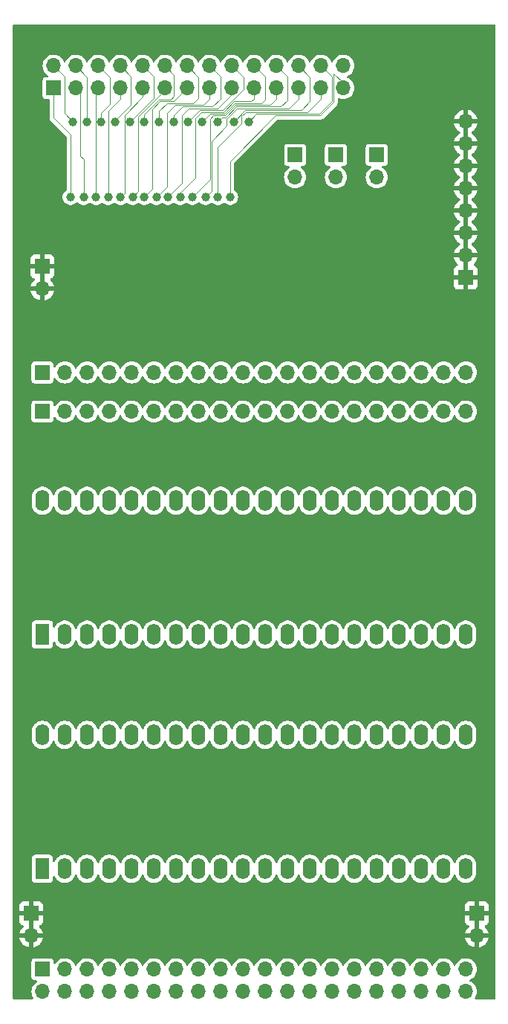
<source format=gbr>
%TF.GenerationSoftware,KiCad,Pcbnew,8.0.4-8.0.4-0~ubuntu24.04.1*%
%TF.CreationDate,2024-08-18T17:45:03-07:00*%
%TF.ProjectId,shadow_tracer,73686164-6f77-45f7-9472-616365722e6b,rev?*%
%TF.SameCoordinates,Original*%
%TF.FileFunction,Copper,L2,Bot*%
%TF.FilePolarity,Positive*%
%FSLAX46Y46*%
G04 Gerber Fmt 4.6, Leading zero omitted, Abs format (unit mm)*
G04 Created by KiCad (PCBNEW 8.0.4-8.0.4-0~ubuntu24.04.1) date 2024-08-18 17:45:03*
%MOMM*%
%LPD*%
G01*
G04 APERTURE LIST*
%TA.AperFunction,ComponentPad*%
%ADD10R,1.700000X1.700000*%
%TD*%
%TA.AperFunction,ComponentPad*%
%ADD11O,1.700000X1.700000*%
%TD*%
%TA.AperFunction,ComponentPad*%
%ADD12R,1.600000X2.400000*%
%TD*%
%TA.AperFunction,ComponentPad*%
%ADD13O,1.600000X2.400000*%
%TD*%
%TA.AperFunction,ViaPad*%
%ADD14C,1.000000*%
%TD*%
%TA.AperFunction,Conductor*%
%ADD15C,0.100000*%
%TD*%
G04 APERTURE END LIST*
D10*
%TO.P,J9,1,Pin_1*%
%TO.N,GNDI*%
X163322000Y-71882000D03*
D11*
%TO.P,J9,2,Pin_2*%
X163322000Y-74422000D03*
%TD*%
D10*
%TO.P,J8,1,Pin_1*%
%TO.N,GNDI*%
X158672000Y-71882000D03*
D11*
%TO.P,J8,2,Pin_2*%
X158672000Y-74422000D03*
%TD*%
D10*
%TO.P,J7,1,Pin_1*%
%TO.N,GNDI*%
X154022000Y-71882000D03*
D11*
%TO.P,J7,2,Pin_2*%
X154022000Y-74422000D03*
%TD*%
D10*
%TO.P,J6,1,Pin_1*%
%TO.N,GND*%
X123952000Y-158242000D03*
D11*
%TO.P,J6,2,Pin_2*%
X123952000Y-160782000D03*
%TD*%
D10*
%TO.P,J5,1,Pin_1*%
%TO.N,GND*%
X125222000Y-84582000D03*
D11*
%TO.P,J5,2,Pin_2*%
X125222000Y-87122000D03*
%TD*%
D10*
%TO.P,J4,1,Pin_1*%
%TO.N,GND*%
X174752000Y-158242000D03*
D11*
%TO.P,J4,2,Pin_2*%
X174752000Y-160782000D03*
%TD*%
D12*
%TO.P,SOCKET2,1,Pin_1*%
%TO.N,/PIN1*%
X125222000Y-153162000D03*
D13*
%TO.P,SOCKET2,2,Pin_2*%
%TO.N,/PIN2*%
X127762000Y-153162000D03*
%TO.P,SOCKET2,3,Pin_3*%
%TO.N,/PIN3*%
X130302000Y-153162000D03*
%TO.P,SOCKET2,4,Pin_4*%
%TO.N,/PIN4*%
X132842000Y-153162000D03*
%TO.P,SOCKET2,5,Pin_5*%
%TO.N,/PIN5*%
X135382000Y-153162000D03*
%TO.P,SOCKET2,6,Pin_6*%
%TO.N,/PIN6*%
X137922000Y-153162000D03*
%TO.P,SOCKET2,7,Pin_7*%
%TO.N,/PIN7*%
X140462000Y-153162000D03*
%TO.P,SOCKET2,8,Pin_8*%
%TO.N,/PIN8*%
X143002000Y-153162000D03*
%TO.P,SOCKET2,9,Pin_9*%
%TO.N,/PIN9*%
X145542000Y-153162000D03*
%TO.P,SOCKET2,10,Pin_10*%
%TO.N,/PIN10*%
X148082000Y-153162000D03*
%TO.P,SOCKET2,11,Pin_11*%
%TO.N,/PIN11*%
X150622000Y-153162000D03*
%TO.P,SOCKET2,12,Pin_12*%
%TO.N,/PIN12*%
X153162000Y-153162000D03*
%TO.P,SOCKET2,13,Pin_13*%
%TO.N,/PIN13*%
X155702000Y-153162000D03*
%TO.P,SOCKET2,14,Pin_14*%
%TO.N,/PIN14*%
X158242000Y-153162000D03*
%TO.P,SOCKET2,15,Pin_15*%
%TO.N,/PIN15*%
X160782000Y-153162000D03*
%TO.P,SOCKET2,16,Pin_16*%
%TO.N,/PIN16*%
X163322000Y-153162000D03*
%TO.P,SOCKET2,17,Pin_17*%
%TO.N,/PIN17*%
X165862000Y-153162000D03*
%TO.P,SOCKET2,18,Pin_18*%
%TO.N,/PIN18*%
X168402000Y-153162000D03*
%TO.P,SOCKET2,19,Pin_19*%
%TO.N,/PIN19*%
X170942000Y-153162000D03*
%TO.P,SOCKET2,20,Pin_20*%
%TO.N,/PIN20*%
X173482000Y-153162000D03*
%TO.P,SOCKET2,21,Pin_21*%
%TO.N,/PIN21*%
X173482000Y-137922000D03*
%TO.P,SOCKET2,22,Pin_22*%
%TO.N,/PIN22*%
X170942000Y-137922000D03*
%TO.P,SOCKET2,23,Pin_23*%
%TO.N,/PIN23*%
X168402000Y-137922000D03*
%TO.P,SOCKET2,24,Pin_24*%
%TO.N,/PIN24*%
X165862000Y-137922000D03*
%TO.P,SOCKET2,25,Pin_25*%
%TO.N,/PIN25*%
X163322000Y-137922000D03*
%TO.P,SOCKET2,26,Pin_26*%
%TO.N,/PIN26*%
X160782000Y-137922000D03*
%TO.P,SOCKET2,27,Pin_27*%
%TO.N,/PIN27*%
X158242000Y-137922000D03*
%TO.P,SOCKET2,28,Pin_28*%
%TO.N,/PIN28*%
X155702000Y-137922000D03*
%TO.P,SOCKET2,29,Pin_29*%
%TO.N,/PIN29*%
X153162000Y-137922000D03*
%TO.P,SOCKET2,30,Pin_30*%
%TO.N,/PIN30*%
X150622000Y-137922000D03*
%TO.P,SOCKET2,31,Pin_31*%
%TO.N,/PIN31*%
X148082000Y-137922000D03*
%TO.P,SOCKET2,32,Pin_32*%
%TO.N,/PIN32*%
X145542000Y-137922000D03*
%TO.P,SOCKET2,33,Pin_33*%
%TO.N,/PIN33*%
X143002000Y-137922000D03*
%TO.P,SOCKET2,34,Pin_34*%
%TO.N,/PIN34*%
X140462000Y-137922000D03*
%TO.P,SOCKET2,35,Pin_35*%
%TO.N,/PIN35*%
X137922000Y-137922000D03*
%TO.P,SOCKET2,36,Pin_36*%
%TO.N,/PIN36*%
X135382000Y-137922000D03*
%TO.P,SOCKET2,37,Pin_37*%
%TO.N,/PIN37*%
X132842000Y-137922000D03*
%TO.P,SOCKET2,38,Pin_38*%
%TO.N,/PIN38*%
X130302000Y-137922000D03*
%TO.P,SOCKET2,39,Pin_39*%
%TO.N,/PIN39*%
X127762000Y-137922000D03*
%TO.P,SOCKET2,40,Pin_40*%
%TO.N,/PIN40*%
X125222000Y-137922000D03*
%TD*%
%TO.P,SOCKET1,40,Pin_40*%
%TO.N,/PIN40*%
X125227000Y-111257000D03*
%TO.P,SOCKET1,39,Pin_39*%
%TO.N,/PIN39*%
X127767000Y-111257000D03*
%TO.P,SOCKET1,38,Pin_38*%
%TO.N,/PIN38*%
X130307000Y-111257000D03*
%TO.P,SOCKET1,37,Pin_37*%
%TO.N,/PIN37*%
X132847000Y-111257000D03*
%TO.P,SOCKET1,36,Pin_36*%
%TO.N,/PIN36*%
X135387000Y-111257000D03*
%TO.P,SOCKET1,35,Pin_35*%
%TO.N,/PIN35*%
X137927000Y-111257000D03*
%TO.P,SOCKET1,34,Pin_34*%
%TO.N,/PIN34*%
X140467000Y-111257000D03*
%TO.P,SOCKET1,33,Pin_33*%
%TO.N,/PIN33*%
X143007000Y-111257000D03*
%TO.P,SOCKET1,32,Pin_32*%
%TO.N,/PIN32*%
X145547000Y-111257000D03*
%TO.P,SOCKET1,31,Pin_31*%
%TO.N,/PIN31*%
X148087000Y-111257000D03*
%TO.P,SOCKET1,30,Pin_30*%
%TO.N,/PIN30*%
X150627000Y-111257000D03*
%TO.P,SOCKET1,29,Pin_29*%
%TO.N,/PIN29*%
X153167000Y-111257000D03*
%TO.P,SOCKET1,28,Pin_28*%
%TO.N,/PIN28*%
X155707000Y-111257000D03*
%TO.P,SOCKET1,27,Pin_27*%
%TO.N,/PIN27*%
X158247000Y-111257000D03*
%TO.P,SOCKET1,26,Pin_26*%
%TO.N,/PIN26*%
X160787000Y-111257000D03*
%TO.P,SOCKET1,25,Pin_25*%
%TO.N,/PIN25*%
X163327000Y-111257000D03*
%TO.P,SOCKET1,24,Pin_24*%
%TO.N,/PIN24*%
X165867000Y-111257000D03*
%TO.P,SOCKET1,23,Pin_23*%
%TO.N,/PIN23*%
X168407000Y-111257000D03*
%TO.P,SOCKET1,22,Pin_22*%
%TO.N,/PIN22*%
X170947000Y-111257000D03*
%TO.P,SOCKET1,21,Pin_21*%
%TO.N,/PIN21*%
X173487000Y-111257000D03*
%TO.P,SOCKET1,20,Pin_20*%
%TO.N,/PIN20*%
X173487000Y-126497000D03*
%TO.P,SOCKET1,19,Pin_19*%
%TO.N,/PIN19*%
X170947000Y-126497000D03*
%TO.P,SOCKET1,18,Pin_18*%
%TO.N,/PIN18*%
X168407000Y-126497000D03*
%TO.P,SOCKET1,17,Pin_17*%
%TO.N,/PIN17*%
X165867000Y-126497000D03*
%TO.P,SOCKET1,16,Pin_16*%
%TO.N,/PIN16*%
X163327000Y-126497000D03*
%TO.P,SOCKET1,15,Pin_15*%
%TO.N,/PIN15*%
X160787000Y-126497000D03*
%TO.P,SOCKET1,14,Pin_14*%
%TO.N,/PIN14*%
X158247000Y-126497000D03*
%TO.P,SOCKET1,13,Pin_13*%
%TO.N,/PIN13*%
X155707000Y-126497000D03*
%TO.P,SOCKET1,12,Pin_12*%
%TO.N,/PIN12*%
X153167000Y-126497000D03*
%TO.P,SOCKET1,11,Pin_11*%
%TO.N,/PIN11*%
X150627000Y-126497000D03*
%TO.P,SOCKET1,10,Pin_10*%
%TO.N,/PIN10*%
X148087000Y-126497000D03*
%TO.P,SOCKET1,9,Pin_9*%
%TO.N,/PIN9*%
X145547000Y-126497000D03*
%TO.P,SOCKET1,8,Pin_8*%
%TO.N,/PIN8*%
X143007000Y-126497000D03*
%TO.P,SOCKET1,7,Pin_7*%
%TO.N,/PIN7*%
X140467000Y-126497000D03*
%TO.P,SOCKET1,6,Pin_6*%
%TO.N,/PIN6*%
X137927000Y-126497000D03*
%TO.P,SOCKET1,5,Pin_5*%
%TO.N,/PIN5*%
X135387000Y-126497000D03*
%TO.P,SOCKET1,4,Pin_4*%
%TO.N,/PIN4*%
X132847000Y-126497000D03*
%TO.P,SOCKET1,3,Pin_3*%
%TO.N,/PIN3*%
X130307000Y-126497000D03*
%TO.P,SOCKET1,2,Pin_2*%
%TO.N,/PIN2*%
X127767000Y-126497000D03*
D12*
%TO.P,SOCKET1,1,Pin_1*%
%TO.N,/PIN1*%
X125227000Y-126497000D03*
%TD*%
D10*
%TO.P,J1,1,Pin_1*%
%TO.N,GND*%
X173482000Y-85852000D03*
D11*
%TO.P,J1,2,Pin_2*%
X173482000Y-83312000D03*
%TO.P,J1,3,Pin_3*%
X173482000Y-80772000D03*
%TO.P,J1,4,Pin_4*%
X173482000Y-78232000D03*
%TO.P,J1,5,Pin_5*%
X173482000Y-75692000D03*
%TO.P,J1,6,Pin_6*%
X173482000Y-73152000D03*
%TO.P,J1,7,Pin_7*%
X173482000Y-70612000D03*
%TO.P,J1,8,Pin_8*%
X173482000Y-68072000D03*
%TD*%
D10*
%TO.P,J3,1,Pin_1*%
%TO.N,/PIN40*%
X125222000Y-96647000D03*
D11*
%TO.P,J3,2,Pin_2*%
%TO.N,/PIN39*%
X127762000Y-96647000D03*
%TO.P,J3,3,Pin_3*%
%TO.N,/PIN38*%
X130302000Y-96647000D03*
%TO.P,J3,4,Pin_4*%
%TO.N,/PIN37*%
X132842000Y-96647000D03*
%TO.P,J3,5,Pin_5*%
%TO.N,/PIN36*%
X135382000Y-96647000D03*
%TO.P,J3,6,Pin_6*%
%TO.N,/PIN35*%
X137922000Y-96647000D03*
%TO.P,J3,7,Pin_7*%
%TO.N,/PIN34*%
X140462000Y-96647000D03*
%TO.P,J3,8,Pin_8*%
%TO.N,/PIN33*%
X143002000Y-96647000D03*
%TO.P,J3,9,Pin_9*%
%TO.N,/PIN32*%
X145542000Y-96647000D03*
%TO.P,J3,10,Pin_10*%
%TO.N,/PIN31*%
X148082000Y-96647000D03*
%TO.P,J3,11,Pin_11*%
%TO.N,/PIN30*%
X150622000Y-96647000D03*
%TO.P,J3,12,Pin_12*%
%TO.N,/PIN29*%
X153162000Y-96647000D03*
%TO.P,J3,13,Pin_13*%
%TO.N,/PIN28*%
X155702000Y-96647000D03*
%TO.P,J3,14,Pin_14*%
%TO.N,/PIN27*%
X158242000Y-96647000D03*
%TO.P,J3,15,Pin_15*%
%TO.N,/PIN26*%
X160782000Y-96647000D03*
%TO.P,J3,16,Pin_16*%
%TO.N,/PIN25*%
X163322000Y-96647000D03*
%TO.P,J3,17,Pin_17*%
%TO.N,/PIN24*%
X165862000Y-96647000D03*
%TO.P,J3,18,Pin_18*%
%TO.N,/PIN23*%
X168402000Y-96647000D03*
%TO.P,J3,19,Pin_19*%
%TO.N,/PIN22*%
X170942000Y-96647000D03*
%TO.P,J3,20,Pin_20*%
%TO.N,/PIN21*%
X173482000Y-96647000D03*
%TD*%
D10*
%TO.P,J_EXT2,1,Pin_1*%
%TO.N,/FPC1*%
X126492000Y-64262000D03*
D11*
%TO.P,J_EXT2,2,Pin_2*%
%TO.N,/FPC2*%
X126492000Y-61722000D03*
%TO.P,J_EXT2,3,Pin_3*%
%TO.N,/FPC3*%
X129032000Y-64262000D03*
%TO.P,J_EXT2,4,Pin_4*%
%TO.N,/FPC4*%
X129032000Y-61722000D03*
%TO.P,J_EXT2,5,Pin_5*%
%TO.N,/FPC5*%
X131572000Y-64262000D03*
%TO.P,J_EXT2,6,Pin_6*%
%TO.N,/FPC6*%
X131572000Y-61722000D03*
%TO.P,J_EXT2,7,Pin_7*%
%TO.N,/FPC7*%
X134112000Y-64262000D03*
%TO.P,J_EXT2,8,Pin_8*%
%TO.N,/FPC8*%
X134112000Y-61722000D03*
%TO.P,J_EXT2,9,Pin_9*%
%TO.N,/FPC9*%
X136652000Y-64262000D03*
%TO.P,J_EXT2,10,Pin_10*%
%TO.N,/FPC10*%
X136652000Y-61722000D03*
%TO.P,J_EXT2,11,Pin_11*%
%TO.N,/FPC11*%
X139192000Y-64262000D03*
%TO.P,J_EXT2,12,Pin_12*%
%TO.N,/FPC12*%
X139192000Y-61722000D03*
%TO.P,J_EXT2,13,Pin_13*%
%TO.N,/FPC13*%
X141732000Y-64262000D03*
%TO.P,J_EXT2,14,Pin_14*%
%TO.N,/FPC14*%
X141732000Y-61722000D03*
%TO.P,J_EXT2,15,Pin_15*%
%TO.N,/FPC15*%
X144272000Y-64262000D03*
%TO.P,J_EXT2,16,Pin_16*%
%TO.N,/FPC16*%
X144272000Y-61722000D03*
%TO.P,J_EXT2,17,Pin_17*%
%TO.N,/FPC17*%
X146812000Y-64262000D03*
%TO.P,J_EXT2,18,Pin_18*%
%TO.N,/FPC18*%
X146812000Y-61722000D03*
%TO.P,J_EXT2,19,Pin_19*%
%TO.N,/FPC19*%
X149352000Y-64262000D03*
%TO.P,J_EXT2,20,Pin_20*%
%TO.N,/FPC20*%
X149352000Y-61722000D03*
%TO.P,J_EXT2,21,Pin_21*%
%TO.N,/FPC21*%
X151892000Y-64262000D03*
%TO.P,J_EXT2,22,Pin_22*%
%TO.N,/FPC22*%
X151892000Y-61722000D03*
%TO.P,J_EXT2,23,Pin_23*%
%TO.N,/FPC23*%
X154432000Y-64262000D03*
%TO.P,J_EXT2,24,Pin_24*%
%TO.N,/FPC24*%
X154432000Y-61722000D03*
%TO.P,J_EXT2,25,Pin_25*%
%TO.N,/FPC25*%
X156972000Y-64262000D03*
%TO.P,J_EXT2,26,Pin_26*%
%TO.N,/FPC26*%
X156972000Y-61722000D03*
%TO.P,J_EXT2,27,Pin_27*%
%TO.N,/FPC27*%
X159512000Y-64262000D03*
%TO.P,J_EXT2,28*%
%TO.N,N/C*%
X159512000Y-61722000D03*
%TD*%
D10*
%TO.P,CONN1,1,Pin_1*%
%TO.N,/PIN1*%
X125222000Y-164592000D03*
D11*
%TO.P,CONN1,2,Pin_2*%
%TO.N,/PIN40*%
X125222000Y-167132000D03*
%TO.P,CONN1,3,Pin_3*%
%TO.N,/PIN2*%
X127762000Y-164592000D03*
%TO.P,CONN1,4,Pin_4*%
%TO.N,/PIN39*%
X127762000Y-167132000D03*
%TO.P,CONN1,5,Pin_5*%
%TO.N,/PIN3*%
X130302000Y-164592000D03*
%TO.P,CONN1,6,Pin_6*%
%TO.N,/PIN38*%
X130302000Y-167132000D03*
%TO.P,CONN1,7,Pin_7*%
%TO.N,/PIN4*%
X132842000Y-164592000D03*
%TO.P,CONN1,8,Pin_8*%
%TO.N,/PIN37*%
X132842000Y-167132000D03*
%TO.P,CONN1,9,Pin_9*%
%TO.N,/PIN5*%
X135382000Y-164592000D03*
%TO.P,CONN1,10,Pin_10*%
%TO.N,/PIN36*%
X135382000Y-167132000D03*
%TO.P,CONN1,11,Pin_11*%
%TO.N,/PIN6*%
X137922000Y-164592000D03*
%TO.P,CONN1,12,Pin_12*%
%TO.N,/PIN35*%
X137922000Y-167132000D03*
%TO.P,CONN1,13,Pin_13*%
%TO.N,/PIN7*%
X140462000Y-164592000D03*
%TO.P,CONN1,14,Pin_14*%
%TO.N,/PIN34*%
X140462000Y-167132000D03*
%TO.P,CONN1,15,Pin_15*%
%TO.N,/PIN8*%
X143002000Y-164592000D03*
%TO.P,CONN1,16,Pin_16*%
%TO.N,/PIN33*%
X143002000Y-167132000D03*
%TO.P,CONN1,17,Pin_17*%
%TO.N,/PIN9*%
X145542000Y-164592000D03*
%TO.P,CONN1,18,Pin_18*%
%TO.N,/PIN32*%
X145542000Y-167132000D03*
%TO.P,CONN1,19,Pin_19*%
%TO.N,/PIN10*%
X148082000Y-164592000D03*
%TO.P,CONN1,20,Pin_20*%
%TO.N,/PIN31*%
X148082000Y-167132000D03*
%TO.P,CONN1,21,Pin_21*%
%TO.N,/PIN11*%
X150622000Y-164592000D03*
%TO.P,CONN1,22,Pin_22*%
%TO.N,/PIN30*%
X150622000Y-167132000D03*
%TO.P,CONN1,23,Pin_23*%
%TO.N,/PIN12*%
X153162000Y-164592000D03*
%TO.P,CONN1,24,Pin_24*%
%TO.N,/PIN29*%
X153162000Y-167132000D03*
%TO.P,CONN1,25,Pin_25*%
%TO.N,/PIN13*%
X155702000Y-164592000D03*
%TO.P,CONN1,26,Pin_26*%
%TO.N,/PIN28*%
X155702000Y-167132000D03*
%TO.P,CONN1,27,Pin_27*%
%TO.N,/PIN14*%
X158242000Y-164592000D03*
%TO.P,CONN1,28,Pin_28*%
%TO.N,/PIN27*%
X158242000Y-167132000D03*
%TO.P,CONN1,29,Pin_29*%
%TO.N,/PIN15*%
X160782000Y-164592000D03*
%TO.P,CONN1,30,Pin_30*%
%TO.N,/PIN26*%
X160782000Y-167132000D03*
%TO.P,CONN1,31,Pin_31*%
%TO.N,/PIN16*%
X163322000Y-164592000D03*
%TO.P,CONN1,32,Pin_32*%
%TO.N,/PIN25*%
X163322000Y-167132000D03*
%TO.P,CONN1,33,Pin_33*%
%TO.N,/PIN17*%
X165862000Y-164592000D03*
%TO.P,CONN1,34,Pin_34*%
%TO.N,/PIN24*%
X165862000Y-167132000D03*
%TO.P,CONN1,35,Pin_35*%
%TO.N,/PIN18*%
X168402000Y-164592000D03*
%TO.P,CONN1,36,Pin_36*%
%TO.N,/PIN23*%
X168402000Y-167132000D03*
%TO.P,CONN1,37,Pin_37*%
%TO.N,/PIN19*%
X170942000Y-164592000D03*
%TO.P,CONN1,38,Pin_38*%
%TO.N,/PIN22*%
X170942000Y-167132000D03*
%TO.P,CONN1,39,Pin_39*%
%TO.N,/PIN20*%
X173482000Y-164592000D03*
%TO.P,CONN1,40,Pin_40*%
%TO.N,/PIN21*%
X173482000Y-167132000D03*
%TD*%
D10*
%TO.P,J2,1,Pin_1*%
%TO.N,/PIN1*%
X125222000Y-101092000D03*
D11*
%TO.P,J2,2,Pin_2*%
%TO.N,/PIN2*%
X127762000Y-101092000D03*
%TO.P,J2,3,Pin_3*%
%TO.N,/PIN3*%
X130302000Y-101092000D03*
%TO.P,J2,4,Pin_4*%
%TO.N,/PIN4*%
X132842000Y-101092000D03*
%TO.P,J2,5,Pin_5*%
%TO.N,/PIN5*%
X135382000Y-101092000D03*
%TO.P,J2,6,Pin_6*%
%TO.N,/PIN6*%
X137922000Y-101092000D03*
%TO.P,J2,7,Pin_7*%
%TO.N,/PIN7*%
X140462000Y-101092000D03*
%TO.P,J2,8,Pin_8*%
%TO.N,/PIN8*%
X143002000Y-101092000D03*
%TO.P,J2,9,Pin_9*%
%TO.N,/PIN9*%
X145542000Y-101092000D03*
%TO.P,J2,10,Pin_10*%
%TO.N,/PIN10*%
X148082000Y-101092000D03*
%TO.P,J2,11,Pin_11*%
%TO.N,/PIN11*%
X150622000Y-101092000D03*
%TO.P,J2,12,Pin_12*%
%TO.N,/PIN12*%
X153162000Y-101092000D03*
%TO.P,J2,13,Pin_13*%
%TO.N,/PIN13*%
X155702000Y-101092000D03*
%TO.P,J2,14,Pin_14*%
%TO.N,/PIN14*%
X158242000Y-101092000D03*
%TO.P,J2,15,Pin_15*%
%TO.N,/PIN15*%
X160782000Y-101092000D03*
%TO.P,J2,16,Pin_16*%
%TO.N,/PIN16*%
X163322000Y-101092000D03*
%TO.P,J2,17,Pin_17*%
%TO.N,/PIN17*%
X165862000Y-101092000D03*
%TO.P,J2,18,Pin_18*%
%TO.N,/PIN18*%
X168402000Y-101092000D03*
%TO.P,J2,19,Pin_19*%
%TO.N,/PIN19*%
X170942000Y-101092000D03*
%TO.P,J2,20,Pin_20*%
%TO.N,/PIN20*%
X173482000Y-101092000D03*
%TD*%
D14*
%TO.N,/FPC2*%
X128722000Y-68092000D03*
%TO.N,/FPC8*%
X133522000Y-68092000D03*
%TO.N,/FPC17*%
X139522000Y-76679611D03*
%TO.N,/FPC15*%
X138222000Y-76679611D03*
%TO.N,/FPC20*%
X143422000Y-68092000D03*
%TO.N,/FPC26*%
X148722000Y-68092000D03*
%TO.N,/FPC1*%
X128422000Y-76679611D03*
%TO.N,/FPC25*%
X145222000Y-76679611D03*
%TO.N,/FPC14*%
X138522000Y-68092000D03*
%TO.N,/FPC21*%
X142322000Y-76679611D03*
%TO.N,/FPC9*%
X134122000Y-76679611D03*
%TO.N,/FPC10*%
X135222000Y-68092000D03*
%TO.N,/FPC6*%
X131922000Y-68092000D03*
%TO.N,/FPC11*%
X135522000Y-76679611D03*
%TO.N,/FPC23*%
X143822000Y-76679611D03*
%TO.N,/FPC12*%
X136822000Y-68092000D03*
%TO.N,/FPC24*%
X147022000Y-68092000D03*
%TO.N,/FPC16*%
X140222000Y-68092000D03*
%TO.N,/FPC5*%
X131322000Y-76679611D03*
%TO.N,/FPC18*%
X141822000Y-68092000D03*
%TO.N,/FPC22*%
X145222000Y-68092000D03*
%TO.N,/FPC27*%
X146622000Y-76679611D03*
%TO.N,/FPC3*%
X129922000Y-76679611D03*
%TO.N,/FPC4*%
X130322000Y-68092000D03*
%TO.N,/FPC19*%
X140922000Y-76679611D03*
%TO.N,/FPC13*%
X136822000Y-76679611D03*
%TO.N,/FPC7*%
X132722000Y-76679611D03*
%TD*%
D15*
%TO.N,/FPC17*%
X146812000Y-64262000D02*
X146812000Y-65002000D01*
X146812000Y-65002000D02*
X145222000Y-66592000D01*
X145222000Y-66592000D02*
X141922000Y-66592000D01*
X141922000Y-66592000D02*
X141122000Y-67392000D01*
X141122000Y-67392000D02*
X141122000Y-75079611D01*
X141122000Y-75079611D02*
X139522000Y-76679611D01*
%TO.N,/FPC25*%
X156972000Y-64262000D02*
X156972000Y-65464081D01*
X156972000Y-65464081D02*
X155444081Y-66992000D01*
X155444081Y-66992000D02*
X148404842Y-66992000D01*
X148404842Y-66992000D02*
X147922000Y-67474842D01*
X147922000Y-67474842D02*
X147922000Y-68292000D01*
X147922000Y-68292000D02*
X145222000Y-70992000D01*
X145222000Y-70992000D02*
X145222000Y-76679611D01*
%TO.N,/FPC23*%
X154432000Y-64262000D02*
X154432000Y-65464081D01*
X154432000Y-65464081D02*
X153304081Y-66592000D01*
X153304081Y-66592000D02*
X147422000Y-66592000D01*
X147422000Y-66592000D02*
X146222000Y-67792000D01*
X146222000Y-67792000D02*
X146222000Y-68592000D01*
X146222000Y-68592000D02*
X144522000Y-70292000D01*
X144522000Y-70292000D02*
X144522000Y-75979611D01*
X144522000Y-75979611D02*
X143822000Y-76679611D01*
%TO.N,/FPC27*%
X159512000Y-64262000D02*
X159512000Y-63676214D01*
X151822000Y-67392000D02*
X146622000Y-72592000D01*
X159512000Y-63676214D02*
X158422000Y-62586214D01*
X158422000Y-62586214D02*
X158422000Y-65874843D01*
X158422000Y-65874843D02*
X156904843Y-67392000D01*
X156904843Y-67392000D02*
X151822000Y-67392000D01*
X146622000Y-72592000D02*
X146622000Y-76679611D01*
%TO.N,/FPC26*%
X148722000Y-68092000D02*
X149622000Y-67192000D01*
X149622000Y-67192000D02*
X156822000Y-67192000D01*
X156822000Y-67192000D02*
X158222000Y-65792000D01*
X158222000Y-62972000D02*
X156972000Y-61722000D01*
X158222000Y-65792000D02*
X158222000Y-62972000D01*
%TO.N,/FPC24*%
X147022000Y-68092000D02*
X148322000Y-66792000D01*
X148322000Y-66792000D02*
X154722000Y-66792000D01*
X154722000Y-66792000D02*
X155722000Y-65792000D01*
X155722000Y-63012000D02*
X154432000Y-61722000D01*
X155722000Y-65792000D02*
X155722000Y-63012000D01*
%TO.N,/FPC22*%
X145222000Y-68092000D02*
X145722000Y-67592000D01*
X145722000Y-67592000D02*
X146098295Y-67592000D01*
X146098295Y-67592000D02*
X147298295Y-66392000D01*
X147298295Y-66392000D02*
X152422000Y-66392000D01*
X152422000Y-66392000D02*
X153122000Y-65692000D01*
X153122000Y-65692000D02*
X153122000Y-62952000D01*
X153122000Y-62952000D02*
X151892000Y-61722000D01*
%TO.N,/FPC21*%
X151892000Y-64262000D02*
X151892000Y-65464081D01*
X151164081Y-66192000D02*
X147215452Y-66192000D01*
X151892000Y-65464081D02*
X151164081Y-66192000D01*
X147215452Y-66192000D02*
X146015452Y-67392000D01*
X144722000Y-67392000D02*
X144322000Y-67792000D01*
X146015452Y-67392000D02*
X144722000Y-67392000D01*
X144322000Y-67792000D02*
X144322000Y-74679611D01*
X144322000Y-74679611D02*
X142322000Y-76679611D01*
%TO.N,/FPC20*%
X143422000Y-68092000D02*
X144322000Y-67192000D01*
X144322000Y-67192000D02*
X145932609Y-67192000D01*
X150222000Y-65992000D02*
X150622000Y-65592000D01*
X145932609Y-67192000D02*
X147132609Y-65992000D01*
X147132609Y-65992000D02*
X150222000Y-65992000D01*
X150622000Y-65592000D02*
X150622000Y-62992000D01*
X150622000Y-62992000D02*
X149352000Y-61722000D01*
%TO.N,/FPC19*%
X149352000Y-64262000D02*
X149352000Y-65464081D01*
X149352000Y-65464081D02*
X149024081Y-65792000D01*
X142622000Y-74498850D02*
X140922000Y-76198850D01*
X149024081Y-65792000D02*
X147049766Y-65792000D01*
X147049766Y-65792000D02*
X145849766Y-66992000D01*
X145849766Y-66992000D02*
X143302761Y-66992000D01*
X143302761Y-66992000D02*
X142622000Y-67672761D01*
X142622000Y-67672761D02*
X142622000Y-74498850D01*
X140922000Y-76198850D02*
X140922000Y-76679611D01*
%TO.N,/FPC18*%
X141822000Y-68092000D02*
X143122000Y-66792000D01*
X143122000Y-66792000D02*
X145766923Y-66792000D01*
X145766923Y-66792000D02*
X148122000Y-64436923D01*
X148122000Y-64436923D02*
X148122000Y-63032000D01*
X148122000Y-63032000D02*
X146812000Y-61722000D01*
%TO.N,/FPC2*%
X127722000Y-62952000D02*
X126492000Y-61722000D01*
X127722000Y-67092000D02*
X127722000Y-62952000D01*
X128722000Y-68092000D02*
X127722000Y-67092000D01*
%TO.N,/FPC8*%
X135322000Y-66192000D02*
X133522000Y-67992000D01*
X135322000Y-62932000D02*
X135322000Y-66192000D01*
X134112000Y-61722000D02*
X135322000Y-62932000D01*
X133522000Y-67992000D02*
X133522000Y-68092000D01*
%TO.N,/FPC15*%
X139422000Y-67092000D02*
X139422000Y-75479611D01*
X144272000Y-64262000D02*
X144272000Y-65464081D01*
X139422000Y-75479611D02*
X138222000Y-76679611D01*
X143544081Y-66192000D02*
X140322000Y-66192000D01*
X144272000Y-65464081D02*
X143544081Y-66192000D01*
X140322000Y-66192000D02*
X139422000Y-67092000D01*
%TO.N,/FPC1*%
X128422000Y-76679611D02*
X128422000Y-69592000D01*
X128422000Y-69592000D02*
X126492000Y-67662000D01*
X126492000Y-67662000D02*
X126492000Y-64262000D01*
%TO.N,/FPC14*%
X138522000Y-68092000D02*
X138522000Y-66892000D01*
X139422000Y-65992000D02*
X142422000Y-65992000D01*
X142422000Y-65992000D02*
X143022000Y-65392000D01*
X143022000Y-65392000D02*
X143022000Y-63012000D01*
X138522000Y-66892000D02*
X139422000Y-65992000D01*
X143022000Y-63012000D02*
X141732000Y-61722000D01*
%TO.N,/FPC9*%
X134122000Y-76679611D02*
X134572000Y-76229611D01*
X136652000Y-65262000D02*
X136652000Y-64262000D01*
X134572000Y-76229611D02*
X134572000Y-67342000D01*
X134572000Y-67342000D02*
X136652000Y-65262000D01*
%TO.N,/FPC10*%
X137922000Y-62992000D02*
X136652000Y-61722000D01*
X137922000Y-65392000D02*
X137922000Y-62992000D01*
X135222000Y-68092000D02*
X137922000Y-65392000D01*
%TO.N,/FPC6*%
X131922000Y-67092000D02*
X132922000Y-66092000D01*
X131922000Y-68092000D02*
X131922000Y-67092000D01*
X132922000Y-63072000D02*
X131572000Y-61722000D01*
X132922000Y-66092000D02*
X132922000Y-63072000D01*
%TO.N,/FPC11*%
X139192000Y-64522000D02*
X139192000Y-64262000D01*
X135522000Y-76679611D02*
X136172000Y-76029611D01*
X136172000Y-76029611D02*
X136172000Y-67542000D01*
X136172000Y-67542000D02*
X139192000Y-64522000D01*
%TO.N,/FPC12*%
X136822000Y-68092000D02*
X136822000Y-67292000D01*
X140222000Y-62752000D02*
X139192000Y-61722000D01*
X140222000Y-65192000D02*
X140222000Y-62752000D01*
X138522000Y-65592000D02*
X139822000Y-65592000D01*
X136822000Y-67292000D02*
X138522000Y-65592000D01*
X139822000Y-65592000D02*
X140222000Y-65192000D01*
%TO.N,/FPC16*%
X140222000Y-67392000D02*
X141222000Y-66392000D01*
X140222000Y-68092000D02*
X140222000Y-67392000D01*
X145522000Y-65492000D02*
X145522000Y-62972000D01*
X144622000Y-66392000D02*
X145522000Y-65492000D01*
X145522000Y-62972000D02*
X144272000Y-61722000D01*
X141222000Y-66392000D02*
X144622000Y-66392000D01*
%TO.N,/FPC5*%
X131272000Y-76629611D02*
X131272000Y-64562000D01*
X131272000Y-64562000D02*
X131572000Y-64262000D01*
X131322000Y-76679611D02*
X131272000Y-76629611D01*
%TO.N,/FPC3*%
X129922000Y-76679611D02*
X129922000Y-72392000D01*
X129522000Y-71992000D02*
X129522000Y-64752000D01*
X129522000Y-64752000D02*
X129032000Y-64262000D01*
X129922000Y-72392000D02*
X129522000Y-71992000D01*
%TO.N,/FPC4*%
X130322000Y-68092000D02*
X130322000Y-63012000D01*
X130322000Y-63012000D02*
X129032000Y-61722000D01*
%TO.N,/FPC13*%
X137722000Y-75779611D02*
X136822000Y-76679611D01*
X140202000Y-65792000D02*
X138604842Y-65792000D01*
X141732000Y-64262000D02*
X140202000Y-65792000D01*
X137722000Y-66674842D02*
X137722000Y-75779611D01*
X138604842Y-65792000D02*
X137722000Y-66674842D01*
%TO.N,/FPC7*%
X132722000Y-76679611D02*
X132722000Y-66854081D01*
X132722000Y-66854081D02*
X134112000Y-65464081D01*
X134112000Y-65464081D02*
X134112000Y-64262000D01*
%TD*%
%TA.AperFunction,Conductor*%
%TO.N,GND*%
G36*
X124202000Y-160348988D02*
G01*
X124144993Y-160316075D01*
X124017826Y-160282000D01*
X123886174Y-160282000D01*
X123759007Y-160316075D01*
X123702000Y-160348988D01*
X123702000Y-158675012D01*
X123759007Y-158707925D01*
X123886174Y-158742000D01*
X124017826Y-158742000D01*
X124144993Y-158707925D01*
X124202000Y-158675012D01*
X124202000Y-160348988D01*
G37*
%TD.AperFunction*%
%TA.AperFunction,Conductor*%
G36*
X175002000Y-160348988D02*
G01*
X174944993Y-160316075D01*
X174817826Y-160282000D01*
X174686174Y-160282000D01*
X174559007Y-160316075D01*
X174502000Y-160348988D01*
X174502000Y-158675012D01*
X174559007Y-158707925D01*
X174686174Y-158742000D01*
X174817826Y-158742000D01*
X174944993Y-158707925D01*
X175002000Y-158675012D01*
X175002000Y-160348988D01*
G37*
%TD.AperFunction*%
%TA.AperFunction,Conductor*%
G36*
X125472000Y-86688988D02*
G01*
X125414993Y-86656075D01*
X125287826Y-86622000D01*
X125156174Y-86622000D01*
X125029007Y-86656075D01*
X124972000Y-86688988D01*
X124972000Y-85015012D01*
X125029007Y-85047925D01*
X125156174Y-85082000D01*
X125287826Y-85082000D01*
X125414993Y-85047925D01*
X125472000Y-85015012D01*
X125472000Y-86688988D01*
G37*
%TD.AperFunction*%
%TA.AperFunction,Conductor*%
G36*
X173732000Y-85418988D02*
G01*
X173674993Y-85386075D01*
X173547826Y-85352000D01*
X173416174Y-85352000D01*
X173289007Y-85386075D01*
X173232000Y-85418988D01*
X173232000Y-83745012D01*
X173289007Y-83777925D01*
X173416174Y-83812000D01*
X173547826Y-83812000D01*
X173674993Y-83777925D01*
X173732000Y-83745012D01*
X173732000Y-85418988D01*
G37*
%TD.AperFunction*%
%TA.AperFunction,Conductor*%
G36*
X173732000Y-82878988D02*
G01*
X173674993Y-82846075D01*
X173547826Y-82812000D01*
X173416174Y-82812000D01*
X173289007Y-82846075D01*
X173232000Y-82878988D01*
X173232000Y-81205012D01*
X173289007Y-81237925D01*
X173416174Y-81272000D01*
X173547826Y-81272000D01*
X173674993Y-81237925D01*
X173732000Y-81205012D01*
X173732000Y-82878988D01*
G37*
%TD.AperFunction*%
%TA.AperFunction,Conductor*%
G36*
X173732000Y-80338988D02*
G01*
X173674993Y-80306075D01*
X173547826Y-80272000D01*
X173416174Y-80272000D01*
X173289007Y-80306075D01*
X173232000Y-80338988D01*
X173232000Y-78665012D01*
X173289007Y-78697925D01*
X173416174Y-78732000D01*
X173547826Y-78732000D01*
X173674993Y-78697925D01*
X173732000Y-78665012D01*
X173732000Y-80338988D01*
G37*
%TD.AperFunction*%
%TA.AperFunction,Conductor*%
G36*
X173732000Y-77798988D02*
G01*
X173674993Y-77766075D01*
X173547826Y-77732000D01*
X173416174Y-77732000D01*
X173289007Y-77766075D01*
X173232000Y-77798988D01*
X173232000Y-76125012D01*
X173289007Y-76157925D01*
X173416174Y-76192000D01*
X173547826Y-76192000D01*
X173674993Y-76157925D01*
X173732000Y-76125012D01*
X173732000Y-77798988D01*
G37*
%TD.AperFunction*%
%TA.AperFunction,Conductor*%
G36*
X173732000Y-75258988D02*
G01*
X173674993Y-75226075D01*
X173547826Y-75192000D01*
X173416174Y-75192000D01*
X173289007Y-75226075D01*
X173232000Y-75258988D01*
X173232000Y-73585012D01*
X173289007Y-73617925D01*
X173416174Y-73652000D01*
X173547826Y-73652000D01*
X173674993Y-73617925D01*
X173732000Y-73585012D01*
X173732000Y-75258988D01*
G37*
%TD.AperFunction*%
%TA.AperFunction,Conductor*%
G36*
X173732000Y-72718988D02*
G01*
X173674993Y-72686075D01*
X173547826Y-72652000D01*
X173416174Y-72652000D01*
X173289007Y-72686075D01*
X173232000Y-72718988D01*
X173232000Y-71045012D01*
X173289007Y-71077925D01*
X173416174Y-71112000D01*
X173547826Y-71112000D01*
X173674993Y-71077925D01*
X173732000Y-71045012D01*
X173732000Y-72718988D01*
G37*
%TD.AperFunction*%
%TA.AperFunction,Conductor*%
G36*
X173732000Y-70178988D02*
G01*
X173674993Y-70146075D01*
X173547826Y-70112000D01*
X173416174Y-70112000D01*
X173289007Y-70146075D01*
X173232000Y-70178988D01*
X173232000Y-68505012D01*
X173289007Y-68537925D01*
X173416174Y-68572000D01*
X173547826Y-68572000D01*
X173674993Y-68537925D01*
X173732000Y-68505012D01*
X173732000Y-70178988D01*
G37*
%TD.AperFunction*%
%TA.AperFunction,Conductor*%
G36*
X176834539Y-57062185D02*
G01*
X176880294Y-57114989D01*
X176891500Y-57166500D01*
X176891500Y-167877500D01*
X176871815Y-167944539D01*
X176819011Y-167990294D01*
X176767500Y-168001500D01*
X174637951Y-168001500D01*
X174570912Y-167981815D01*
X174525157Y-167929011D01*
X174515213Y-167859853D01*
X174536376Y-167806377D01*
X174569099Y-167759643D01*
X174569098Y-167759643D01*
X174569102Y-167759639D01*
X174661575Y-167561330D01*
X174718207Y-167349977D01*
X174737277Y-167132000D01*
X174718207Y-166914023D01*
X174661575Y-166702670D01*
X174569102Y-166504362D01*
X174569100Y-166504359D01*
X174569099Y-166504357D01*
X174443599Y-166325124D01*
X174443596Y-166325121D01*
X174288877Y-166170402D01*
X174109639Y-166044898D01*
X173958414Y-165974381D01*
X173905977Y-165928210D01*
X173886825Y-165861016D01*
X173907041Y-165794135D01*
X173958414Y-165749618D01*
X174109639Y-165679102D01*
X174288877Y-165553598D01*
X174443598Y-165398877D01*
X174569102Y-165219639D01*
X174661575Y-165021330D01*
X174718207Y-164809977D01*
X174737277Y-164592000D01*
X174718207Y-164374023D01*
X174661575Y-164162670D01*
X174569102Y-163964362D01*
X174569100Y-163964359D01*
X174569099Y-163964357D01*
X174443599Y-163785124D01*
X174368950Y-163710475D01*
X174288877Y-163630402D01*
X174109639Y-163504898D01*
X174109640Y-163504898D01*
X174109638Y-163504897D01*
X174010484Y-163458661D01*
X173911330Y-163412425D01*
X173911326Y-163412424D01*
X173911322Y-163412422D01*
X173699977Y-163355793D01*
X173482002Y-163336723D01*
X173481998Y-163336723D01*
X173336682Y-163349436D01*
X173264023Y-163355793D01*
X173264020Y-163355793D01*
X173052677Y-163412422D01*
X173052670Y-163412424D01*
X173052670Y-163412425D01*
X173049391Y-163413954D01*
X172854361Y-163504898D01*
X172854357Y-163504900D01*
X172675121Y-163630402D01*
X172520402Y-163785121D01*
X172394900Y-163964357D01*
X172394898Y-163964361D01*
X172324382Y-164115583D01*
X172278209Y-164168022D01*
X172211016Y-164187174D01*
X172144135Y-164166958D01*
X172099618Y-164115583D01*
X172085118Y-164084488D01*
X172029102Y-163964362D01*
X172029100Y-163964359D01*
X172029099Y-163964357D01*
X171903599Y-163785124D01*
X171828950Y-163710475D01*
X171748877Y-163630402D01*
X171569639Y-163504898D01*
X171569640Y-163504898D01*
X171569638Y-163504897D01*
X171470484Y-163458661D01*
X171371330Y-163412425D01*
X171371326Y-163412424D01*
X171371322Y-163412422D01*
X171159977Y-163355793D01*
X170942002Y-163336723D01*
X170941998Y-163336723D01*
X170796682Y-163349436D01*
X170724023Y-163355793D01*
X170724020Y-163355793D01*
X170512677Y-163412422D01*
X170512670Y-163412424D01*
X170512670Y-163412425D01*
X170509391Y-163413954D01*
X170314361Y-163504898D01*
X170314357Y-163504900D01*
X170135121Y-163630402D01*
X169980402Y-163785121D01*
X169854900Y-163964357D01*
X169854898Y-163964361D01*
X169784382Y-164115583D01*
X169738209Y-164168022D01*
X169671016Y-164187174D01*
X169604135Y-164166958D01*
X169559618Y-164115583D01*
X169545118Y-164084488D01*
X169489102Y-163964362D01*
X169489100Y-163964359D01*
X169489099Y-163964357D01*
X169363599Y-163785124D01*
X169288950Y-163710475D01*
X169208877Y-163630402D01*
X169029639Y-163504898D01*
X169029640Y-163504898D01*
X169029638Y-163504897D01*
X168930484Y-163458661D01*
X168831330Y-163412425D01*
X168831326Y-163412424D01*
X168831322Y-163412422D01*
X168619977Y-163355793D01*
X168402002Y-163336723D01*
X168401998Y-163336723D01*
X168256682Y-163349436D01*
X168184023Y-163355793D01*
X168184020Y-163355793D01*
X167972677Y-163412422D01*
X167972670Y-163412424D01*
X167972670Y-163412425D01*
X167969391Y-163413954D01*
X167774361Y-163504898D01*
X167774357Y-163504900D01*
X167595121Y-163630402D01*
X167440402Y-163785121D01*
X167314900Y-163964357D01*
X167314898Y-163964361D01*
X167244382Y-164115583D01*
X167198209Y-164168022D01*
X167131016Y-164187174D01*
X167064135Y-164166958D01*
X167019618Y-164115583D01*
X167005118Y-164084488D01*
X166949102Y-163964362D01*
X166949100Y-163964359D01*
X166949099Y-163964357D01*
X166823599Y-163785124D01*
X166748950Y-163710475D01*
X166668877Y-163630402D01*
X166489639Y-163504898D01*
X166489640Y-163504898D01*
X166489638Y-163504897D01*
X166390484Y-163458661D01*
X166291330Y-163412425D01*
X166291326Y-163412424D01*
X166291322Y-163412422D01*
X166079977Y-163355793D01*
X165862002Y-163336723D01*
X165861998Y-163336723D01*
X165716682Y-163349436D01*
X165644023Y-163355793D01*
X165644020Y-163355793D01*
X165432677Y-163412422D01*
X165432670Y-163412424D01*
X165432670Y-163412425D01*
X165429391Y-163413954D01*
X165234361Y-163504898D01*
X165234357Y-163504900D01*
X165055121Y-163630402D01*
X164900402Y-163785121D01*
X164774900Y-163964357D01*
X164774898Y-163964361D01*
X164704382Y-164115583D01*
X164658209Y-164168022D01*
X164591016Y-164187174D01*
X164524135Y-164166958D01*
X164479618Y-164115583D01*
X164465118Y-164084488D01*
X164409102Y-163964362D01*
X164409100Y-163964359D01*
X164409099Y-163964357D01*
X164283599Y-163785124D01*
X164208950Y-163710475D01*
X164128877Y-163630402D01*
X163949639Y-163504898D01*
X163949640Y-163504898D01*
X163949638Y-163504897D01*
X163850484Y-163458661D01*
X163751330Y-163412425D01*
X163751326Y-163412424D01*
X163751322Y-163412422D01*
X163539977Y-163355793D01*
X163322002Y-163336723D01*
X163321998Y-163336723D01*
X163176682Y-163349436D01*
X163104023Y-163355793D01*
X163104020Y-163355793D01*
X162892677Y-163412422D01*
X162892670Y-163412424D01*
X162892670Y-163412425D01*
X162889391Y-163413954D01*
X162694361Y-163504898D01*
X162694357Y-163504900D01*
X162515121Y-163630402D01*
X162360402Y-163785121D01*
X162234900Y-163964357D01*
X162234898Y-163964361D01*
X162164382Y-164115583D01*
X162118209Y-164168022D01*
X162051016Y-164187174D01*
X161984135Y-164166958D01*
X161939618Y-164115583D01*
X161925118Y-164084488D01*
X161869102Y-163964362D01*
X161869100Y-163964359D01*
X161869099Y-163964357D01*
X161743599Y-163785124D01*
X161668950Y-163710475D01*
X161588877Y-163630402D01*
X161409639Y-163504898D01*
X161409640Y-163504898D01*
X161409638Y-163504897D01*
X161310484Y-163458661D01*
X161211330Y-163412425D01*
X161211326Y-163412424D01*
X161211322Y-163412422D01*
X160999977Y-163355793D01*
X160782002Y-163336723D01*
X160781998Y-163336723D01*
X160636682Y-163349436D01*
X160564023Y-163355793D01*
X160564020Y-163355793D01*
X160352677Y-163412422D01*
X160352670Y-163412424D01*
X160352670Y-163412425D01*
X160349391Y-163413954D01*
X160154361Y-163504898D01*
X160154357Y-163504900D01*
X159975121Y-163630402D01*
X159820402Y-163785121D01*
X159694900Y-163964357D01*
X159694898Y-163964361D01*
X159624382Y-164115583D01*
X159578209Y-164168022D01*
X159511016Y-164187174D01*
X159444135Y-164166958D01*
X159399618Y-164115583D01*
X159385118Y-164084488D01*
X159329102Y-163964362D01*
X159329100Y-163964359D01*
X159329099Y-163964357D01*
X159203599Y-163785124D01*
X159128950Y-163710475D01*
X159048877Y-163630402D01*
X158869639Y-163504898D01*
X158869640Y-163504898D01*
X158869638Y-163504897D01*
X158770484Y-163458661D01*
X158671330Y-163412425D01*
X158671326Y-163412424D01*
X158671322Y-163412422D01*
X158459977Y-163355793D01*
X158242002Y-163336723D01*
X158241998Y-163336723D01*
X158096682Y-163349436D01*
X158024023Y-163355793D01*
X158024020Y-163355793D01*
X157812677Y-163412422D01*
X157812670Y-163412424D01*
X157812670Y-163412425D01*
X157809391Y-163413954D01*
X157614361Y-163504898D01*
X157614357Y-163504900D01*
X157435121Y-163630402D01*
X157280402Y-163785121D01*
X157154900Y-163964357D01*
X157154898Y-163964361D01*
X157084382Y-164115583D01*
X157038209Y-164168022D01*
X156971016Y-164187174D01*
X156904135Y-164166958D01*
X156859618Y-164115583D01*
X156845118Y-164084488D01*
X156789102Y-163964362D01*
X156789100Y-163964359D01*
X156789099Y-163964357D01*
X156663599Y-163785124D01*
X156588950Y-163710475D01*
X156508877Y-163630402D01*
X156329639Y-163504898D01*
X156329640Y-163504898D01*
X156329638Y-163504897D01*
X156230484Y-163458661D01*
X156131330Y-163412425D01*
X156131326Y-163412424D01*
X156131322Y-163412422D01*
X155919977Y-163355793D01*
X155702002Y-163336723D01*
X155701998Y-163336723D01*
X155556682Y-163349436D01*
X155484023Y-163355793D01*
X155484020Y-163355793D01*
X155272677Y-163412422D01*
X155272670Y-163412424D01*
X155272670Y-163412425D01*
X155269391Y-163413954D01*
X155074361Y-163504898D01*
X155074357Y-163504900D01*
X154895121Y-163630402D01*
X154740402Y-163785121D01*
X154614900Y-163964357D01*
X154614898Y-163964361D01*
X154544382Y-164115583D01*
X154498209Y-164168022D01*
X154431016Y-164187174D01*
X154364135Y-164166958D01*
X154319618Y-164115583D01*
X154305118Y-164084488D01*
X154249102Y-163964362D01*
X154249100Y-163964359D01*
X154249099Y-163964357D01*
X154123599Y-163785124D01*
X154048950Y-163710475D01*
X153968877Y-163630402D01*
X153789639Y-163504898D01*
X153789640Y-163504898D01*
X153789638Y-163504897D01*
X153690484Y-163458661D01*
X153591330Y-163412425D01*
X153591326Y-163412424D01*
X153591322Y-163412422D01*
X153379977Y-163355793D01*
X153162002Y-163336723D01*
X153161998Y-163336723D01*
X153016682Y-163349436D01*
X152944023Y-163355793D01*
X152944020Y-163355793D01*
X152732677Y-163412422D01*
X152732670Y-163412424D01*
X152732670Y-163412425D01*
X152729391Y-163413954D01*
X152534361Y-163504898D01*
X152534357Y-163504900D01*
X152355121Y-163630402D01*
X152200402Y-163785121D01*
X152074900Y-163964357D01*
X152074898Y-163964361D01*
X152004382Y-164115583D01*
X151958209Y-164168022D01*
X151891016Y-164187174D01*
X151824135Y-164166958D01*
X151779618Y-164115583D01*
X151765118Y-164084488D01*
X151709102Y-163964362D01*
X151709100Y-163964359D01*
X151709099Y-163964357D01*
X151583599Y-163785124D01*
X151508950Y-163710475D01*
X151428877Y-163630402D01*
X151249639Y-163504898D01*
X151249640Y-163504898D01*
X151249638Y-163504897D01*
X151150484Y-163458661D01*
X151051330Y-163412425D01*
X151051326Y-163412424D01*
X151051322Y-163412422D01*
X150839977Y-163355793D01*
X150622002Y-163336723D01*
X150621998Y-163336723D01*
X150476682Y-163349436D01*
X150404023Y-163355793D01*
X150404020Y-163355793D01*
X150192677Y-163412422D01*
X150192670Y-163412424D01*
X150192670Y-163412425D01*
X150189391Y-163413954D01*
X149994361Y-163504898D01*
X149994357Y-163504900D01*
X149815121Y-163630402D01*
X149660402Y-163785121D01*
X149534900Y-163964357D01*
X149534898Y-163964361D01*
X149464382Y-164115583D01*
X149418209Y-164168022D01*
X149351016Y-164187174D01*
X149284135Y-164166958D01*
X149239618Y-164115583D01*
X149225118Y-164084488D01*
X149169102Y-163964362D01*
X149169100Y-163964359D01*
X149169099Y-163964357D01*
X149043599Y-163785124D01*
X148968950Y-163710475D01*
X148888877Y-163630402D01*
X148709639Y-163504898D01*
X148709640Y-163504898D01*
X148709638Y-163504897D01*
X148610484Y-163458661D01*
X148511330Y-163412425D01*
X148511326Y-163412424D01*
X148511322Y-163412422D01*
X148299977Y-163355793D01*
X148082002Y-163336723D01*
X148081998Y-163336723D01*
X147936682Y-163349436D01*
X147864023Y-163355793D01*
X147864020Y-163355793D01*
X147652677Y-163412422D01*
X147652670Y-163412424D01*
X147652670Y-163412425D01*
X147649391Y-163413954D01*
X147454361Y-163504898D01*
X147454357Y-163504900D01*
X147275121Y-163630402D01*
X147120402Y-163785121D01*
X146994900Y-163964357D01*
X146994898Y-163964361D01*
X146924382Y-164115583D01*
X146878209Y-164168022D01*
X146811016Y-164187174D01*
X146744135Y-164166958D01*
X146699618Y-164115583D01*
X146685118Y-164084488D01*
X146629102Y-163964362D01*
X146629100Y-163964359D01*
X146629099Y-163964357D01*
X146503599Y-163785124D01*
X146428950Y-163710475D01*
X146348877Y-163630402D01*
X146169639Y-163504898D01*
X146169640Y-163504898D01*
X146169638Y-163504897D01*
X146070484Y-163458661D01*
X145971330Y-163412425D01*
X145971326Y-163412424D01*
X145971322Y-163412422D01*
X145759977Y-163355793D01*
X145542002Y-163336723D01*
X145541998Y-163336723D01*
X145396682Y-163349436D01*
X145324023Y-163355793D01*
X145324020Y-163355793D01*
X145112677Y-163412422D01*
X145112670Y-163412424D01*
X145112670Y-163412425D01*
X145109391Y-163413954D01*
X144914361Y-163504898D01*
X144914357Y-163504900D01*
X144735121Y-163630402D01*
X144580402Y-163785121D01*
X144454900Y-163964357D01*
X144454898Y-163964361D01*
X144384382Y-164115583D01*
X144338209Y-164168022D01*
X144271016Y-164187174D01*
X144204135Y-164166958D01*
X144159618Y-164115583D01*
X144145118Y-164084488D01*
X144089102Y-163964362D01*
X144089100Y-163964359D01*
X144089099Y-163964357D01*
X143963599Y-163785124D01*
X143888950Y-163710475D01*
X143808877Y-163630402D01*
X143629639Y-163504898D01*
X143629640Y-163504898D01*
X143629638Y-163504897D01*
X143530484Y-163458661D01*
X143431330Y-163412425D01*
X143431326Y-163412424D01*
X143431322Y-163412422D01*
X143219977Y-163355793D01*
X143002002Y-163336723D01*
X143001998Y-163336723D01*
X142856682Y-163349436D01*
X142784023Y-163355793D01*
X142784020Y-163355793D01*
X142572677Y-163412422D01*
X142572670Y-163412424D01*
X142572670Y-163412425D01*
X142569391Y-163413954D01*
X142374361Y-163504898D01*
X142374357Y-163504900D01*
X142195121Y-163630402D01*
X142040402Y-163785121D01*
X141914900Y-163964357D01*
X141914898Y-163964361D01*
X141844382Y-164115583D01*
X141798209Y-164168022D01*
X141731016Y-164187174D01*
X141664135Y-164166958D01*
X141619618Y-164115583D01*
X141605118Y-164084488D01*
X141549102Y-163964362D01*
X141549100Y-163964359D01*
X141549099Y-163964357D01*
X141423599Y-163785124D01*
X141348950Y-163710475D01*
X141268877Y-163630402D01*
X141089639Y-163504898D01*
X141089640Y-163504898D01*
X141089638Y-163504897D01*
X140990484Y-163458661D01*
X140891330Y-163412425D01*
X140891326Y-163412424D01*
X140891322Y-163412422D01*
X140679977Y-163355793D01*
X140462002Y-163336723D01*
X140461998Y-163336723D01*
X140316682Y-163349436D01*
X140244023Y-163355793D01*
X140244020Y-163355793D01*
X140032677Y-163412422D01*
X140032670Y-163412424D01*
X140032670Y-163412425D01*
X140029391Y-163413954D01*
X139834361Y-163504898D01*
X139834357Y-163504900D01*
X139655121Y-163630402D01*
X139500402Y-163785121D01*
X139374900Y-163964357D01*
X139374898Y-163964361D01*
X139304382Y-164115583D01*
X139258209Y-164168022D01*
X139191016Y-164187174D01*
X139124135Y-164166958D01*
X139079618Y-164115583D01*
X139065118Y-164084488D01*
X139009102Y-163964362D01*
X139009100Y-163964359D01*
X139009099Y-163964357D01*
X138883599Y-163785124D01*
X138808950Y-163710475D01*
X138728877Y-163630402D01*
X138549639Y-163504898D01*
X138549640Y-163504898D01*
X138549638Y-163504897D01*
X138450484Y-163458661D01*
X138351330Y-163412425D01*
X138351326Y-163412424D01*
X138351322Y-163412422D01*
X138139977Y-163355793D01*
X137922002Y-163336723D01*
X137921998Y-163336723D01*
X137776682Y-163349436D01*
X137704023Y-163355793D01*
X137704020Y-163355793D01*
X137492677Y-163412422D01*
X137492670Y-163412424D01*
X137492670Y-163412425D01*
X137489391Y-163413954D01*
X137294361Y-163504898D01*
X137294357Y-163504900D01*
X137115121Y-163630402D01*
X136960402Y-163785121D01*
X136834900Y-163964357D01*
X136834898Y-163964361D01*
X136764382Y-164115583D01*
X136718209Y-164168022D01*
X136651016Y-164187174D01*
X136584135Y-164166958D01*
X136539618Y-164115583D01*
X136525118Y-164084488D01*
X136469102Y-163964362D01*
X136469100Y-163964359D01*
X136469099Y-163964357D01*
X136343599Y-163785124D01*
X136268950Y-163710475D01*
X136188877Y-163630402D01*
X136009639Y-163504898D01*
X136009640Y-163504898D01*
X136009638Y-163504897D01*
X135910484Y-163458661D01*
X135811330Y-163412425D01*
X135811326Y-163412424D01*
X135811322Y-163412422D01*
X135599977Y-163355793D01*
X135382002Y-163336723D01*
X135381998Y-163336723D01*
X135236682Y-163349436D01*
X135164023Y-163355793D01*
X135164020Y-163355793D01*
X134952677Y-163412422D01*
X134952670Y-163412424D01*
X134952670Y-163412425D01*
X134949391Y-163413954D01*
X134754361Y-163504898D01*
X134754357Y-163504900D01*
X134575121Y-163630402D01*
X134420402Y-163785121D01*
X134294900Y-163964357D01*
X134294898Y-163964361D01*
X134224382Y-164115583D01*
X134178209Y-164168022D01*
X134111016Y-164187174D01*
X134044135Y-164166958D01*
X133999618Y-164115583D01*
X133985118Y-164084488D01*
X133929102Y-163964362D01*
X133929100Y-163964359D01*
X133929099Y-163964357D01*
X133803599Y-163785124D01*
X133728950Y-163710475D01*
X133648877Y-163630402D01*
X133469639Y-163504898D01*
X133469640Y-163504898D01*
X133469638Y-163504897D01*
X133370484Y-163458661D01*
X133271330Y-163412425D01*
X133271326Y-163412424D01*
X133271322Y-163412422D01*
X133059977Y-163355793D01*
X132842002Y-163336723D01*
X132841998Y-163336723D01*
X132696682Y-163349436D01*
X132624023Y-163355793D01*
X132624020Y-163355793D01*
X132412677Y-163412422D01*
X132412670Y-163412424D01*
X132412670Y-163412425D01*
X132409391Y-163413954D01*
X132214361Y-163504898D01*
X132214357Y-163504900D01*
X132035121Y-163630402D01*
X131880402Y-163785121D01*
X131754900Y-163964357D01*
X131754898Y-163964361D01*
X131684382Y-164115583D01*
X131638209Y-164168022D01*
X131571016Y-164187174D01*
X131504135Y-164166958D01*
X131459618Y-164115583D01*
X131445118Y-164084488D01*
X131389102Y-163964362D01*
X131389100Y-163964359D01*
X131389099Y-163964357D01*
X131263599Y-163785124D01*
X131188950Y-163710475D01*
X131108877Y-163630402D01*
X130929639Y-163504898D01*
X130929640Y-163504898D01*
X130929638Y-163504897D01*
X130830484Y-163458661D01*
X130731330Y-163412425D01*
X130731326Y-163412424D01*
X130731322Y-163412422D01*
X130519977Y-163355793D01*
X130302002Y-163336723D01*
X130301998Y-163336723D01*
X130156682Y-163349436D01*
X130084023Y-163355793D01*
X130084020Y-163355793D01*
X129872677Y-163412422D01*
X129872670Y-163412424D01*
X129872670Y-163412425D01*
X129869391Y-163413954D01*
X129674361Y-163504898D01*
X129674357Y-163504900D01*
X129495121Y-163630402D01*
X129340402Y-163785121D01*
X129214900Y-163964357D01*
X129214898Y-163964361D01*
X129144382Y-164115583D01*
X129098209Y-164168022D01*
X129031016Y-164187174D01*
X128964135Y-164166958D01*
X128919618Y-164115583D01*
X128905118Y-164084488D01*
X128849102Y-163964362D01*
X128849100Y-163964359D01*
X128849099Y-163964357D01*
X128723599Y-163785124D01*
X128648950Y-163710475D01*
X128568877Y-163630402D01*
X128389639Y-163504898D01*
X128389640Y-163504898D01*
X128389638Y-163504897D01*
X128290484Y-163458661D01*
X128191330Y-163412425D01*
X128191326Y-163412424D01*
X128191322Y-163412422D01*
X127979977Y-163355793D01*
X127762002Y-163336723D01*
X127761998Y-163336723D01*
X127616682Y-163349436D01*
X127544023Y-163355793D01*
X127544020Y-163355793D01*
X127332677Y-163412422D01*
X127332670Y-163412424D01*
X127332670Y-163412425D01*
X127329391Y-163413954D01*
X127134361Y-163504898D01*
X127134357Y-163504900D01*
X126955121Y-163630402D01*
X126800402Y-163785121D01*
X126698074Y-163931262D01*
X126643497Y-163974887D01*
X126573999Y-163982081D01*
X126511644Y-163950558D01*
X126476230Y-163890328D01*
X126472499Y-163860139D01*
X126472499Y-163710482D01*
X126472498Y-163710475D01*
X126457646Y-163616696D01*
X126400050Y-163503658D01*
X126400046Y-163503654D01*
X126400045Y-163503652D01*
X126310347Y-163413954D01*
X126310344Y-163413952D01*
X126310342Y-163413950D01*
X126233517Y-163374805D01*
X126197301Y-163356352D01*
X126103524Y-163341500D01*
X124340482Y-163341500D01*
X124259519Y-163354323D01*
X124246696Y-163356354D01*
X124133658Y-163413950D01*
X124133657Y-163413951D01*
X124133652Y-163413954D01*
X124043954Y-163503652D01*
X124043951Y-163503657D01*
X124043950Y-163503658D01*
X124024751Y-163541337D01*
X123986352Y-163616698D01*
X123971500Y-163710475D01*
X123971500Y-165473517D01*
X123982292Y-165541657D01*
X123986354Y-165567304D01*
X124043950Y-165680342D01*
X124043952Y-165680344D01*
X124043954Y-165680347D01*
X124133652Y-165770045D01*
X124133654Y-165770046D01*
X124133658Y-165770050D01*
X124246694Y-165827645D01*
X124246698Y-165827647D01*
X124340475Y-165842499D01*
X124340481Y-165842500D01*
X124490140Y-165842499D01*
X124557177Y-165862183D01*
X124602932Y-165914987D01*
X124612876Y-165984145D01*
X124583851Y-166047701D01*
X124561262Y-166068074D01*
X124415118Y-166170405D01*
X124260402Y-166325121D01*
X124134900Y-166504357D01*
X124134898Y-166504361D01*
X124042426Y-166702668D01*
X124042422Y-166702677D01*
X123985793Y-166914020D01*
X123985793Y-166914024D01*
X123966723Y-167131997D01*
X123966723Y-167132002D01*
X123985793Y-167349975D01*
X123985793Y-167349979D01*
X124042422Y-167561322D01*
X124042424Y-167561326D01*
X124042425Y-167561330D01*
X124134898Y-167759639D01*
X124134900Y-167759643D01*
X124167624Y-167806377D01*
X124189951Y-167872583D01*
X124172941Y-167940350D01*
X124121993Y-167988163D01*
X124066049Y-168001500D01*
X121936500Y-168001500D01*
X121869461Y-167981815D01*
X121823706Y-167929011D01*
X121812500Y-167877500D01*
X121812500Y-157344155D01*
X122602000Y-157344155D01*
X122602000Y-157992000D01*
X123518988Y-157992000D01*
X123486075Y-158049007D01*
X123452000Y-158176174D01*
X123452000Y-158307826D01*
X123486075Y-158434993D01*
X123518988Y-158492000D01*
X122602000Y-158492000D01*
X122602000Y-159139844D01*
X122608401Y-159199372D01*
X122608403Y-159199379D01*
X122658645Y-159334086D01*
X122658649Y-159334093D01*
X122744809Y-159449187D01*
X122744812Y-159449190D01*
X122859906Y-159535350D01*
X122859913Y-159535354D01*
X122991986Y-159584614D01*
X123047920Y-159626485D01*
X123072337Y-159691949D01*
X123057486Y-159760222D01*
X123036335Y-159788477D01*
X122913886Y-159910926D01*
X122778400Y-160104420D01*
X122778399Y-160104422D01*
X122678570Y-160318507D01*
X122678567Y-160318513D01*
X122621364Y-160531999D01*
X122621364Y-160532000D01*
X123518988Y-160532000D01*
X123486075Y-160589007D01*
X123452000Y-160716174D01*
X123452000Y-160847826D01*
X123486075Y-160974993D01*
X123518988Y-161032000D01*
X122621364Y-161032000D01*
X122678567Y-161245486D01*
X122678570Y-161245492D01*
X122778399Y-161459578D01*
X122913894Y-161653082D01*
X123080917Y-161820105D01*
X123274421Y-161955600D01*
X123488507Y-162055429D01*
X123488516Y-162055433D01*
X123702000Y-162112634D01*
X123702000Y-161215012D01*
X123759007Y-161247925D01*
X123886174Y-161282000D01*
X124017826Y-161282000D01*
X124144993Y-161247925D01*
X124202000Y-161215012D01*
X124202000Y-162112633D01*
X124415483Y-162055433D01*
X124415492Y-162055429D01*
X124629578Y-161955600D01*
X124823082Y-161820105D01*
X124990105Y-161653082D01*
X125125600Y-161459578D01*
X125225429Y-161245492D01*
X125225432Y-161245486D01*
X125282636Y-161032000D01*
X124385012Y-161032000D01*
X124417925Y-160974993D01*
X124452000Y-160847826D01*
X124452000Y-160716174D01*
X124417925Y-160589007D01*
X124385012Y-160532000D01*
X125282636Y-160532000D01*
X125282635Y-160531999D01*
X125225432Y-160318513D01*
X125225429Y-160318507D01*
X125125600Y-160104422D01*
X125125599Y-160104420D01*
X124990113Y-159910926D01*
X124990108Y-159910920D01*
X124867665Y-159788477D01*
X124834180Y-159727154D01*
X124839164Y-159657462D01*
X124881036Y-159601529D01*
X124912013Y-159584614D01*
X125044086Y-159535354D01*
X125044093Y-159535350D01*
X125159187Y-159449190D01*
X125159190Y-159449187D01*
X125245350Y-159334093D01*
X125245354Y-159334086D01*
X125295596Y-159199379D01*
X125295598Y-159199372D01*
X125301999Y-159139844D01*
X125302000Y-159139827D01*
X125302000Y-158492000D01*
X124385012Y-158492000D01*
X124417925Y-158434993D01*
X124452000Y-158307826D01*
X124452000Y-158176174D01*
X124417925Y-158049007D01*
X124385012Y-157992000D01*
X125302000Y-157992000D01*
X125302000Y-157344172D01*
X125301999Y-157344155D01*
X173402000Y-157344155D01*
X173402000Y-157992000D01*
X174318988Y-157992000D01*
X174286075Y-158049007D01*
X174252000Y-158176174D01*
X174252000Y-158307826D01*
X174286075Y-158434993D01*
X174318988Y-158492000D01*
X173402000Y-158492000D01*
X173402000Y-159139844D01*
X173408401Y-159199372D01*
X173408403Y-159199379D01*
X173458645Y-159334086D01*
X173458649Y-159334093D01*
X173544809Y-159449187D01*
X173544812Y-159449190D01*
X173659906Y-159535350D01*
X173659913Y-159535354D01*
X173791986Y-159584614D01*
X173847920Y-159626485D01*
X173872337Y-159691949D01*
X173857486Y-159760222D01*
X173836335Y-159788477D01*
X173713886Y-159910926D01*
X173578400Y-160104420D01*
X173578399Y-160104422D01*
X173478570Y-160318507D01*
X173478567Y-160318513D01*
X173421364Y-160531999D01*
X173421364Y-160532000D01*
X174318988Y-160532000D01*
X174286075Y-160589007D01*
X174252000Y-160716174D01*
X174252000Y-160847826D01*
X174286075Y-160974993D01*
X174318988Y-161032000D01*
X173421364Y-161032000D01*
X173478567Y-161245486D01*
X173478570Y-161245492D01*
X173578399Y-161459578D01*
X173713894Y-161653082D01*
X173880917Y-161820105D01*
X174074421Y-161955600D01*
X174288507Y-162055429D01*
X174288516Y-162055433D01*
X174502000Y-162112634D01*
X174502000Y-161215012D01*
X174559007Y-161247925D01*
X174686174Y-161282000D01*
X174817826Y-161282000D01*
X174944993Y-161247925D01*
X175002000Y-161215012D01*
X175002000Y-162112633D01*
X175215483Y-162055433D01*
X175215492Y-162055429D01*
X175429578Y-161955600D01*
X175623082Y-161820105D01*
X175790105Y-161653082D01*
X175925600Y-161459578D01*
X176025429Y-161245492D01*
X176025432Y-161245486D01*
X176082636Y-161032000D01*
X175185012Y-161032000D01*
X175217925Y-160974993D01*
X175252000Y-160847826D01*
X175252000Y-160716174D01*
X175217925Y-160589007D01*
X175185012Y-160532000D01*
X176082636Y-160532000D01*
X176082635Y-160531999D01*
X176025432Y-160318513D01*
X176025429Y-160318507D01*
X175925600Y-160104422D01*
X175925599Y-160104420D01*
X175790113Y-159910926D01*
X175790108Y-159910920D01*
X175667665Y-159788477D01*
X175634180Y-159727154D01*
X175639164Y-159657462D01*
X175681036Y-159601529D01*
X175712013Y-159584614D01*
X175844086Y-159535354D01*
X175844093Y-159535350D01*
X175959187Y-159449190D01*
X175959190Y-159449187D01*
X176045350Y-159334093D01*
X176045354Y-159334086D01*
X176095596Y-159199379D01*
X176095598Y-159199372D01*
X176101999Y-159139844D01*
X176102000Y-159139827D01*
X176102000Y-158492000D01*
X175185012Y-158492000D01*
X175217925Y-158434993D01*
X175252000Y-158307826D01*
X175252000Y-158176174D01*
X175217925Y-158049007D01*
X175185012Y-157992000D01*
X176102000Y-157992000D01*
X176102000Y-157344172D01*
X176101999Y-157344155D01*
X176095598Y-157284627D01*
X176095596Y-157284620D01*
X176045354Y-157149913D01*
X176045350Y-157149906D01*
X175959190Y-157034812D01*
X175959187Y-157034809D01*
X175844093Y-156948649D01*
X175844086Y-156948645D01*
X175709379Y-156898403D01*
X175709372Y-156898401D01*
X175649844Y-156892000D01*
X175002000Y-156892000D01*
X175002000Y-157808988D01*
X174944993Y-157776075D01*
X174817826Y-157742000D01*
X174686174Y-157742000D01*
X174559007Y-157776075D01*
X174502000Y-157808988D01*
X174502000Y-156892000D01*
X173854155Y-156892000D01*
X173794627Y-156898401D01*
X173794620Y-156898403D01*
X173659913Y-156948645D01*
X173659906Y-156948649D01*
X173544812Y-157034809D01*
X173544809Y-157034812D01*
X173458649Y-157149906D01*
X173458645Y-157149913D01*
X173408403Y-157284620D01*
X173408401Y-157284627D01*
X173402000Y-157344155D01*
X125301999Y-157344155D01*
X125295598Y-157284627D01*
X125295596Y-157284620D01*
X125245354Y-157149913D01*
X125245350Y-157149906D01*
X125159190Y-157034812D01*
X125159187Y-157034809D01*
X125044093Y-156948649D01*
X125044086Y-156948645D01*
X124909379Y-156898403D01*
X124909372Y-156898401D01*
X124849844Y-156892000D01*
X124202000Y-156892000D01*
X124202000Y-157808988D01*
X124144993Y-157776075D01*
X124017826Y-157742000D01*
X123886174Y-157742000D01*
X123759007Y-157776075D01*
X123702000Y-157808988D01*
X123702000Y-156892000D01*
X123054155Y-156892000D01*
X122994627Y-156898401D01*
X122994620Y-156898403D01*
X122859913Y-156948645D01*
X122859906Y-156948649D01*
X122744812Y-157034809D01*
X122744809Y-157034812D01*
X122658649Y-157149906D01*
X122658645Y-157149913D01*
X122608403Y-157284620D01*
X122608401Y-157284627D01*
X122602000Y-157344155D01*
X121812500Y-157344155D01*
X121812500Y-151930475D01*
X124021500Y-151930475D01*
X124021500Y-154393517D01*
X124032292Y-154461657D01*
X124036354Y-154487304D01*
X124093950Y-154600342D01*
X124093952Y-154600344D01*
X124093954Y-154600347D01*
X124183652Y-154690045D01*
X124183654Y-154690046D01*
X124183658Y-154690050D01*
X124296694Y-154747645D01*
X124296698Y-154747647D01*
X124390475Y-154762499D01*
X124390481Y-154762500D01*
X126053518Y-154762499D01*
X126147304Y-154747646D01*
X126260342Y-154690050D01*
X126350050Y-154600342D01*
X126407646Y-154487304D01*
X126407646Y-154487302D01*
X126407647Y-154487301D01*
X126422499Y-154393524D01*
X126422500Y-154393519D01*
X126422499Y-154093906D01*
X126442183Y-154026870D01*
X126494987Y-153981115D01*
X126564146Y-153971171D01*
X126627701Y-154000196D01*
X126656984Y-154037614D01*
X126685668Y-154093909D01*
X126735240Y-154191199D01*
X126846310Y-154344073D01*
X126979927Y-154477690D01*
X127132801Y-154588760D01*
X127212347Y-154629290D01*
X127301163Y-154674545D01*
X127301165Y-154674545D01*
X127301168Y-154674547D01*
X127397497Y-154705846D01*
X127480881Y-154732940D01*
X127667514Y-154762500D01*
X127667519Y-154762500D01*
X127856486Y-154762500D01*
X128043118Y-154732940D01*
X128222832Y-154674547D01*
X128391199Y-154588760D01*
X128544073Y-154477690D01*
X128677690Y-154344073D01*
X128788760Y-154191199D01*
X128874547Y-154022832D01*
X128914069Y-153901195D01*
X128953507Y-153843521D01*
X129017866Y-153816323D01*
X129086712Y-153828238D01*
X129138188Y-153875482D01*
X129149931Y-153901196D01*
X129189454Y-154022836D01*
X129225668Y-154093909D01*
X129275240Y-154191199D01*
X129386310Y-154344073D01*
X129519927Y-154477690D01*
X129672801Y-154588760D01*
X129752347Y-154629290D01*
X129841163Y-154674545D01*
X129841165Y-154674545D01*
X129841168Y-154674547D01*
X129937497Y-154705846D01*
X130020881Y-154732940D01*
X130207514Y-154762500D01*
X130207519Y-154762500D01*
X130396486Y-154762500D01*
X130583118Y-154732940D01*
X130762832Y-154674547D01*
X130931199Y-154588760D01*
X131084073Y-154477690D01*
X131217690Y-154344073D01*
X131328760Y-154191199D01*
X131414547Y-154022832D01*
X131454069Y-153901195D01*
X131493507Y-153843521D01*
X131557866Y-153816323D01*
X131626712Y-153828238D01*
X131678188Y-153875482D01*
X131689931Y-153901196D01*
X131729454Y-154022836D01*
X131765668Y-154093909D01*
X131815240Y-154191199D01*
X131926310Y-154344073D01*
X132059927Y-154477690D01*
X132212801Y-154588760D01*
X132292347Y-154629290D01*
X132381163Y-154674545D01*
X132381165Y-154674545D01*
X132381168Y-154674547D01*
X132477497Y-154705846D01*
X132560881Y-154732940D01*
X132747514Y-154762500D01*
X132747519Y-154762500D01*
X132936486Y-154762500D01*
X133123118Y-154732940D01*
X133302832Y-154674547D01*
X133471199Y-154588760D01*
X133624073Y-154477690D01*
X133757690Y-154344073D01*
X133868760Y-154191199D01*
X133954547Y-154022832D01*
X133994069Y-153901195D01*
X134033507Y-153843521D01*
X134097866Y-153816323D01*
X134166712Y-153828238D01*
X134218188Y-153875482D01*
X134229931Y-153901196D01*
X134269454Y-154022836D01*
X134305668Y-154093909D01*
X134355240Y-154191199D01*
X134466310Y-154344073D01*
X134599927Y-154477690D01*
X134752801Y-154588760D01*
X134832347Y-154629290D01*
X134921163Y-154674545D01*
X134921165Y-154674545D01*
X134921168Y-154674547D01*
X135017497Y-154705846D01*
X135100881Y-154732940D01*
X135287514Y-154762500D01*
X135287519Y-154762500D01*
X135476486Y-154762500D01*
X135663118Y-154732940D01*
X135842832Y-154674547D01*
X136011199Y-154588760D01*
X136164073Y-154477690D01*
X136297690Y-154344073D01*
X136408760Y-154191199D01*
X136494547Y-154022832D01*
X136534069Y-153901195D01*
X136573507Y-153843521D01*
X136637866Y-153816323D01*
X136706712Y-153828238D01*
X136758188Y-153875482D01*
X136769931Y-153901196D01*
X136809454Y-154022836D01*
X136845668Y-154093909D01*
X136895240Y-154191199D01*
X137006310Y-154344073D01*
X137139927Y-154477690D01*
X137292801Y-154588760D01*
X137372347Y-154629290D01*
X137461163Y-154674545D01*
X137461165Y-154674545D01*
X137461168Y-154674547D01*
X137557497Y-154705846D01*
X137640881Y-154732940D01*
X137827514Y-154762500D01*
X137827519Y-154762500D01*
X138016486Y-154762500D01*
X138203118Y-154732940D01*
X138382832Y-154674547D01*
X138551199Y-154588760D01*
X138704073Y-154477690D01*
X138837690Y-154344073D01*
X138948760Y-154191199D01*
X139034547Y-154022832D01*
X139074069Y-153901195D01*
X139113507Y-153843521D01*
X139177866Y-153816323D01*
X139246712Y-153828238D01*
X139298188Y-153875482D01*
X139309931Y-153901196D01*
X139349454Y-154022836D01*
X139385668Y-154093909D01*
X139435240Y-154191199D01*
X139546310Y-154344073D01*
X139679927Y-154477690D01*
X139832801Y-154588760D01*
X139912347Y-154629290D01*
X140001163Y-154674545D01*
X140001165Y-154674545D01*
X140001168Y-154674547D01*
X140097497Y-154705846D01*
X140180881Y-154732940D01*
X140367514Y-154762500D01*
X140367519Y-154762500D01*
X140556486Y-154762500D01*
X140743118Y-154732940D01*
X140922832Y-154674547D01*
X141091199Y-154588760D01*
X141244073Y-154477690D01*
X141377690Y-154344073D01*
X141488760Y-154191199D01*
X141574547Y-154022832D01*
X141614069Y-153901195D01*
X141653507Y-153843521D01*
X141717866Y-153816323D01*
X141786712Y-153828238D01*
X141838188Y-153875482D01*
X141849931Y-153901196D01*
X141889454Y-154022836D01*
X141925668Y-154093909D01*
X141975240Y-154191199D01*
X142086310Y-154344073D01*
X142219927Y-154477690D01*
X142372801Y-154588760D01*
X142452347Y-154629290D01*
X142541163Y-154674545D01*
X142541165Y-154674545D01*
X142541168Y-154674547D01*
X142637497Y-154705846D01*
X142720881Y-154732940D01*
X142907514Y-154762500D01*
X142907519Y-154762500D01*
X143096486Y-154762500D01*
X143283118Y-154732940D01*
X143462832Y-154674547D01*
X143631199Y-154588760D01*
X143784073Y-154477690D01*
X143917690Y-154344073D01*
X144028760Y-154191199D01*
X144114547Y-154022832D01*
X144154069Y-153901195D01*
X144193507Y-153843521D01*
X144257866Y-153816323D01*
X144326712Y-153828238D01*
X144378188Y-153875482D01*
X144389931Y-153901196D01*
X144429454Y-154022836D01*
X144465668Y-154093909D01*
X144515240Y-154191199D01*
X144626310Y-154344073D01*
X144759927Y-154477690D01*
X144912801Y-154588760D01*
X144992347Y-154629290D01*
X145081163Y-154674545D01*
X145081165Y-154674545D01*
X145081168Y-154674547D01*
X145177497Y-154705846D01*
X145260881Y-154732940D01*
X145447514Y-154762500D01*
X145447519Y-154762500D01*
X145636486Y-154762500D01*
X145823118Y-154732940D01*
X146002832Y-154674547D01*
X146171199Y-154588760D01*
X146324073Y-154477690D01*
X146457690Y-154344073D01*
X146568760Y-154191199D01*
X146654547Y-154022832D01*
X146694069Y-153901195D01*
X146733507Y-153843521D01*
X146797866Y-153816323D01*
X146866712Y-153828238D01*
X146918188Y-153875482D01*
X146929931Y-153901196D01*
X146969454Y-154022836D01*
X147005668Y-154093909D01*
X147055240Y-154191199D01*
X147166310Y-154344073D01*
X147299927Y-154477690D01*
X147452801Y-154588760D01*
X147532347Y-154629290D01*
X147621163Y-154674545D01*
X147621165Y-154674545D01*
X147621168Y-154674547D01*
X147717497Y-154705846D01*
X147800881Y-154732940D01*
X147987514Y-154762500D01*
X147987519Y-154762500D01*
X148176486Y-154762500D01*
X148363118Y-154732940D01*
X148542832Y-154674547D01*
X148711199Y-154588760D01*
X148864073Y-154477690D01*
X148997690Y-154344073D01*
X149108760Y-154191199D01*
X149194547Y-154022832D01*
X149234069Y-153901195D01*
X149273507Y-153843521D01*
X149337866Y-153816323D01*
X149406712Y-153828238D01*
X149458188Y-153875482D01*
X149469931Y-153901196D01*
X149509454Y-154022836D01*
X149545668Y-154093909D01*
X149595240Y-154191199D01*
X149706310Y-154344073D01*
X149839927Y-154477690D01*
X149992801Y-154588760D01*
X150072347Y-154629290D01*
X150161163Y-154674545D01*
X150161165Y-154674545D01*
X150161168Y-154674547D01*
X150257497Y-154705846D01*
X150340881Y-154732940D01*
X150527514Y-154762500D01*
X150527519Y-154762500D01*
X150716486Y-154762500D01*
X150903118Y-154732940D01*
X151082832Y-154674547D01*
X151251199Y-154588760D01*
X151404073Y-154477690D01*
X151537690Y-154344073D01*
X151648760Y-154191199D01*
X151734547Y-154022832D01*
X151774069Y-153901195D01*
X151813507Y-153843521D01*
X151877866Y-153816323D01*
X151946712Y-153828238D01*
X151998188Y-153875482D01*
X152009931Y-153901196D01*
X152049454Y-154022836D01*
X152085668Y-154093909D01*
X152135240Y-154191199D01*
X152246310Y-154344073D01*
X152379927Y-154477690D01*
X152532801Y-154588760D01*
X152612347Y-154629290D01*
X152701163Y-154674545D01*
X152701165Y-154674545D01*
X152701168Y-154674547D01*
X152797497Y-154705846D01*
X152880881Y-154732940D01*
X153067514Y-154762500D01*
X153067519Y-154762500D01*
X153256486Y-154762500D01*
X153443118Y-154732940D01*
X153622832Y-154674547D01*
X153791199Y-154588760D01*
X153944073Y-154477690D01*
X154077690Y-154344073D01*
X154188760Y-154191199D01*
X154274547Y-154022832D01*
X154314069Y-153901195D01*
X154353507Y-153843521D01*
X154417866Y-153816323D01*
X154486712Y-153828238D01*
X154538188Y-153875482D01*
X154549931Y-153901196D01*
X154589454Y-154022836D01*
X154625668Y-154093909D01*
X154675240Y-154191199D01*
X154786310Y-154344073D01*
X154919927Y-154477690D01*
X155072801Y-154588760D01*
X155152347Y-154629290D01*
X155241163Y-154674545D01*
X155241165Y-154674545D01*
X155241168Y-154674547D01*
X155337497Y-154705846D01*
X155420881Y-154732940D01*
X155607514Y-154762500D01*
X155607519Y-154762500D01*
X155796486Y-154762500D01*
X155983118Y-154732940D01*
X156162832Y-154674547D01*
X156331199Y-154588760D01*
X156484073Y-154477690D01*
X156617690Y-154344073D01*
X156728760Y-154191199D01*
X156814547Y-154022832D01*
X156854069Y-153901195D01*
X156893507Y-153843521D01*
X156957866Y-153816323D01*
X157026712Y-153828238D01*
X157078188Y-153875482D01*
X157089931Y-153901196D01*
X157129454Y-154022836D01*
X157165668Y-154093909D01*
X157215240Y-154191199D01*
X157326310Y-154344073D01*
X157459927Y-154477690D01*
X157612801Y-154588760D01*
X157692347Y-154629290D01*
X157781163Y-154674545D01*
X157781165Y-154674545D01*
X157781168Y-154674547D01*
X157877497Y-154705846D01*
X157960881Y-154732940D01*
X158147514Y-154762500D01*
X158147519Y-154762500D01*
X158336486Y-154762500D01*
X158523118Y-154732940D01*
X158702832Y-154674547D01*
X158871199Y-154588760D01*
X159024073Y-154477690D01*
X159157690Y-154344073D01*
X159268760Y-154191199D01*
X159354547Y-154022832D01*
X159394069Y-153901195D01*
X159433507Y-153843521D01*
X159497866Y-153816323D01*
X159566712Y-153828238D01*
X159618188Y-153875482D01*
X159629931Y-153901196D01*
X159669454Y-154022836D01*
X159705668Y-154093909D01*
X159755240Y-154191199D01*
X159866310Y-154344073D01*
X159999927Y-154477690D01*
X160152801Y-154588760D01*
X160232347Y-154629290D01*
X160321163Y-154674545D01*
X160321165Y-154674545D01*
X160321168Y-154674547D01*
X160417497Y-154705846D01*
X160500881Y-154732940D01*
X160687514Y-154762500D01*
X160687519Y-154762500D01*
X160876486Y-154762500D01*
X161063118Y-154732940D01*
X161242832Y-154674547D01*
X161411199Y-154588760D01*
X161564073Y-154477690D01*
X161697690Y-154344073D01*
X161808760Y-154191199D01*
X161894547Y-154022832D01*
X161934069Y-153901195D01*
X161973507Y-153843521D01*
X162037866Y-153816323D01*
X162106712Y-153828238D01*
X162158188Y-153875482D01*
X162169931Y-153901196D01*
X162209454Y-154022836D01*
X162245668Y-154093909D01*
X162295240Y-154191199D01*
X162406310Y-154344073D01*
X162539927Y-154477690D01*
X162692801Y-154588760D01*
X162772347Y-154629290D01*
X162861163Y-154674545D01*
X162861165Y-154674545D01*
X162861168Y-154674547D01*
X162957497Y-154705846D01*
X163040881Y-154732940D01*
X163227514Y-154762500D01*
X163227519Y-154762500D01*
X163416486Y-154762500D01*
X163603118Y-154732940D01*
X163782832Y-154674547D01*
X163951199Y-154588760D01*
X164104073Y-154477690D01*
X164237690Y-154344073D01*
X164348760Y-154191199D01*
X164434547Y-154022832D01*
X164474069Y-153901195D01*
X164513507Y-153843521D01*
X164577866Y-153816323D01*
X164646712Y-153828238D01*
X164698188Y-153875482D01*
X164709931Y-153901196D01*
X164749454Y-154022836D01*
X164785668Y-154093909D01*
X164835240Y-154191199D01*
X164946310Y-154344073D01*
X165079927Y-154477690D01*
X165232801Y-154588760D01*
X165312347Y-154629290D01*
X165401163Y-154674545D01*
X165401165Y-154674545D01*
X165401168Y-154674547D01*
X165497497Y-154705846D01*
X165580881Y-154732940D01*
X165767514Y-154762500D01*
X165767519Y-154762500D01*
X165956486Y-154762500D01*
X166143118Y-154732940D01*
X166322832Y-154674547D01*
X166491199Y-154588760D01*
X166644073Y-154477690D01*
X166777690Y-154344073D01*
X166888760Y-154191199D01*
X166974547Y-154022832D01*
X167014069Y-153901195D01*
X167053507Y-153843521D01*
X167117866Y-153816323D01*
X167186712Y-153828238D01*
X167238188Y-153875482D01*
X167249931Y-153901196D01*
X167289454Y-154022836D01*
X167325668Y-154093909D01*
X167375240Y-154191199D01*
X167486310Y-154344073D01*
X167619927Y-154477690D01*
X167772801Y-154588760D01*
X167852347Y-154629290D01*
X167941163Y-154674545D01*
X167941165Y-154674545D01*
X167941168Y-154674547D01*
X168037497Y-154705846D01*
X168120881Y-154732940D01*
X168307514Y-154762500D01*
X168307519Y-154762500D01*
X168496486Y-154762500D01*
X168683118Y-154732940D01*
X168862832Y-154674547D01*
X169031199Y-154588760D01*
X169184073Y-154477690D01*
X169317690Y-154344073D01*
X169428760Y-154191199D01*
X169514547Y-154022832D01*
X169554069Y-153901195D01*
X169593507Y-153843521D01*
X169657866Y-153816323D01*
X169726712Y-153828238D01*
X169778188Y-153875482D01*
X169789931Y-153901196D01*
X169829454Y-154022836D01*
X169865668Y-154093909D01*
X169915240Y-154191199D01*
X170026310Y-154344073D01*
X170159927Y-154477690D01*
X170312801Y-154588760D01*
X170392347Y-154629290D01*
X170481163Y-154674545D01*
X170481165Y-154674545D01*
X170481168Y-154674547D01*
X170577497Y-154705846D01*
X170660881Y-154732940D01*
X170847514Y-154762500D01*
X170847519Y-154762500D01*
X171036486Y-154762500D01*
X171223118Y-154732940D01*
X171402832Y-154674547D01*
X171571199Y-154588760D01*
X171724073Y-154477690D01*
X171857690Y-154344073D01*
X171968760Y-154191199D01*
X172054547Y-154022832D01*
X172094069Y-153901195D01*
X172133507Y-153843521D01*
X172197866Y-153816323D01*
X172266712Y-153828238D01*
X172318188Y-153875482D01*
X172329931Y-153901196D01*
X172369454Y-154022836D01*
X172405668Y-154093909D01*
X172455240Y-154191199D01*
X172566310Y-154344073D01*
X172699927Y-154477690D01*
X172852801Y-154588760D01*
X172932347Y-154629290D01*
X173021163Y-154674545D01*
X173021165Y-154674545D01*
X173021168Y-154674547D01*
X173117497Y-154705846D01*
X173200881Y-154732940D01*
X173387514Y-154762500D01*
X173387519Y-154762500D01*
X173576486Y-154762500D01*
X173763118Y-154732940D01*
X173942832Y-154674547D01*
X174111199Y-154588760D01*
X174264073Y-154477690D01*
X174397690Y-154344073D01*
X174508760Y-154191199D01*
X174594547Y-154022832D01*
X174652940Y-153843118D01*
X174657184Y-153816323D01*
X174682500Y-153656486D01*
X174682500Y-152667513D01*
X174652940Y-152480881D01*
X174594545Y-152301163D01*
X174508759Y-152132800D01*
X174397690Y-151979927D01*
X174264073Y-151846310D01*
X174111199Y-151735240D01*
X174088456Y-151723652D01*
X173942836Y-151649454D01*
X173763118Y-151591059D01*
X173576486Y-151561500D01*
X173576481Y-151561500D01*
X173387519Y-151561500D01*
X173387514Y-151561500D01*
X173200881Y-151591059D01*
X173021163Y-151649454D01*
X172852800Y-151735240D01*
X172765579Y-151798610D01*
X172699927Y-151846310D01*
X172699925Y-151846312D01*
X172699924Y-151846312D01*
X172566312Y-151979924D01*
X172566312Y-151979925D01*
X172566310Y-151979927D01*
X172518610Y-152045579D01*
X172455240Y-152132800D01*
X172369454Y-152301163D01*
X172329931Y-152422803D01*
X172290493Y-152480478D01*
X172226134Y-152507676D01*
X172157288Y-152495761D01*
X172105812Y-152448516D01*
X172094069Y-152422803D01*
X172054545Y-152301163D01*
X171968759Y-152132800D01*
X171857690Y-151979927D01*
X171724073Y-151846310D01*
X171571199Y-151735240D01*
X171548456Y-151723652D01*
X171402836Y-151649454D01*
X171223118Y-151591059D01*
X171036486Y-151561500D01*
X171036481Y-151561500D01*
X170847519Y-151561500D01*
X170847514Y-151561500D01*
X170660881Y-151591059D01*
X170481163Y-151649454D01*
X170312800Y-151735240D01*
X170225579Y-151798610D01*
X170159927Y-151846310D01*
X170159925Y-151846312D01*
X170159924Y-151846312D01*
X170026312Y-151979924D01*
X170026312Y-151979925D01*
X170026310Y-151979927D01*
X169978610Y-152045579D01*
X169915240Y-152132800D01*
X169829454Y-152301163D01*
X169789931Y-152422803D01*
X169750493Y-152480478D01*
X169686134Y-152507676D01*
X169617288Y-152495761D01*
X169565812Y-152448516D01*
X169554069Y-152422803D01*
X169514545Y-152301163D01*
X169428759Y-152132800D01*
X169317690Y-151979927D01*
X169184073Y-151846310D01*
X169031199Y-151735240D01*
X169008456Y-151723652D01*
X168862836Y-151649454D01*
X168683118Y-151591059D01*
X168496486Y-151561500D01*
X168496481Y-151561500D01*
X168307519Y-151561500D01*
X168307514Y-151561500D01*
X168120881Y-151591059D01*
X167941163Y-151649454D01*
X167772800Y-151735240D01*
X167685579Y-151798610D01*
X167619927Y-151846310D01*
X167619925Y-151846312D01*
X167619924Y-151846312D01*
X167486312Y-151979924D01*
X167486312Y-151979925D01*
X167486310Y-151979927D01*
X167438610Y-152045579D01*
X167375240Y-152132800D01*
X167289454Y-152301163D01*
X167249931Y-152422803D01*
X167210493Y-152480478D01*
X167146134Y-152507676D01*
X167077288Y-152495761D01*
X167025812Y-152448516D01*
X167014069Y-152422803D01*
X166974545Y-152301163D01*
X166888759Y-152132800D01*
X166777690Y-151979927D01*
X166644073Y-151846310D01*
X166491199Y-151735240D01*
X166468456Y-151723652D01*
X166322836Y-151649454D01*
X166143118Y-151591059D01*
X165956486Y-151561500D01*
X165956481Y-151561500D01*
X165767519Y-151561500D01*
X165767514Y-151561500D01*
X165580881Y-151591059D01*
X165401163Y-151649454D01*
X165232800Y-151735240D01*
X165145579Y-151798610D01*
X165079927Y-151846310D01*
X165079925Y-151846312D01*
X165079924Y-151846312D01*
X164946312Y-151979924D01*
X164946312Y-151979925D01*
X164946310Y-151979927D01*
X164898610Y-152045579D01*
X164835240Y-152132800D01*
X164749454Y-152301163D01*
X164709931Y-152422803D01*
X164670493Y-152480478D01*
X164606134Y-152507676D01*
X164537288Y-152495761D01*
X164485812Y-152448516D01*
X164474069Y-152422803D01*
X164434545Y-152301163D01*
X164348759Y-152132800D01*
X164237690Y-151979927D01*
X164104073Y-151846310D01*
X163951199Y-151735240D01*
X163928456Y-151723652D01*
X163782836Y-151649454D01*
X163603118Y-151591059D01*
X163416486Y-151561500D01*
X163416481Y-151561500D01*
X163227519Y-151561500D01*
X163227514Y-151561500D01*
X163040881Y-151591059D01*
X162861163Y-151649454D01*
X162692800Y-151735240D01*
X162605579Y-151798610D01*
X162539927Y-151846310D01*
X162539925Y-151846312D01*
X162539924Y-151846312D01*
X162406312Y-151979924D01*
X162406312Y-151979925D01*
X162406310Y-151979927D01*
X162358610Y-152045579D01*
X162295240Y-152132800D01*
X162209454Y-152301163D01*
X162169931Y-152422803D01*
X162130493Y-152480478D01*
X162066134Y-152507676D01*
X161997288Y-152495761D01*
X161945812Y-152448516D01*
X161934069Y-152422803D01*
X161894545Y-152301163D01*
X161808759Y-152132800D01*
X161697690Y-151979927D01*
X161564073Y-151846310D01*
X161411199Y-151735240D01*
X161388456Y-151723652D01*
X161242836Y-151649454D01*
X161063118Y-151591059D01*
X160876486Y-151561500D01*
X160876481Y-151561500D01*
X160687519Y-151561500D01*
X160687514Y-151561500D01*
X160500881Y-151591059D01*
X160321163Y-151649454D01*
X160152800Y-151735240D01*
X160065579Y-151798610D01*
X159999927Y-151846310D01*
X159999925Y-151846312D01*
X159999924Y-151846312D01*
X159866312Y-151979924D01*
X159866312Y-151979925D01*
X159866310Y-151979927D01*
X159818610Y-152045579D01*
X159755240Y-152132800D01*
X159669454Y-152301163D01*
X159629931Y-152422803D01*
X159590493Y-152480478D01*
X159526134Y-152507676D01*
X159457288Y-152495761D01*
X159405812Y-152448516D01*
X159394069Y-152422803D01*
X159354545Y-152301163D01*
X159268759Y-152132800D01*
X159157690Y-151979927D01*
X159024073Y-151846310D01*
X158871199Y-151735240D01*
X158848456Y-151723652D01*
X158702836Y-151649454D01*
X158523118Y-151591059D01*
X158336486Y-151561500D01*
X158336481Y-151561500D01*
X158147519Y-151561500D01*
X158147514Y-151561500D01*
X157960881Y-151591059D01*
X157781163Y-151649454D01*
X157612800Y-151735240D01*
X157525579Y-151798610D01*
X157459927Y-151846310D01*
X157459925Y-151846312D01*
X157459924Y-151846312D01*
X157326312Y-151979924D01*
X157326312Y-151979925D01*
X157326310Y-151979927D01*
X157278610Y-152045579D01*
X157215240Y-152132800D01*
X157129454Y-152301163D01*
X157089931Y-152422803D01*
X157050493Y-152480478D01*
X156986134Y-152507676D01*
X156917288Y-152495761D01*
X156865812Y-152448516D01*
X156854069Y-152422803D01*
X156814545Y-152301163D01*
X156728759Y-152132800D01*
X156617690Y-151979927D01*
X156484073Y-151846310D01*
X156331199Y-151735240D01*
X156308456Y-151723652D01*
X156162836Y-151649454D01*
X155983118Y-151591059D01*
X155796486Y-151561500D01*
X155796481Y-151561500D01*
X155607519Y-151561500D01*
X155607514Y-151561500D01*
X155420881Y-151591059D01*
X155241163Y-151649454D01*
X155072800Y-151735240D01*
X154985579Y-151798610D01*
X154919927Y-151846310D01*
X154919925Y-151846312D01*
X154919924Y-151846312D01*
X154786312Y-151979924D01*
X154786312Y-151979925D01*
X154786310Y-151979927D01*
X154738610Y-152045579D01*
X154675240Y-152132800D01*
X154589454Y-152301163D01*
X154549931Y-152422803D01*
X154510493Y-152480478D01*
X154446134Y-152507676D01*
X154377288Y-152495761D01*
X154325812Y-152448516D01*
X154314069Y-152422803D01*
X154274545Y-152301163D01*
X154188759Y-152132800D01*
X154077690Y-151979927D01*
X153944073Y-151846310D01*
X153791199Y-151735240D01*
X153768456Y-151723652D01*
X153622836Y-151649454D01*
X153443118Y-151591059D01*
X153256486Y-151561500D01*
X153256481Y-151561500D01*
X153067519Y-151561500D01*
X153067514Y-151561500D01*
X152880881Y-151591059D01*
X152701163Y-151649454D01*
X152532800Y-151735240D01*
X152445579Y-151798610D01*
X152379927Y-151846310D01*
X152379925Y-151846312D01*
X152379924Y-151846312D01*
X152246312Y-151979924D01*
X152246312Y-151979925D01*
X152246310Y-151979927D01*
X152198610Y-152045579D01*
X152135240Y-152132800D01*
X152049454Y-152301163D01*
X152009931Y-152422803D01*
X151970493Y-152480478D01*
X151906134Y-152507676D01*
X151837288Y-152495761D01*
X151785812Y-152448516D01*
X151774069Y-152422803D01*
X151734545Y-152301163D01*
X151648759Y-152132800D01*
X151537690Y-151979927D01*
X151404073Y-151846310D01*
X151251199Y-151735240D01*
X151228456Y-151723652D01*
X151082836Y-151649454D01*
X150903118Y-151591059D01*
X150716486Y-151561500D01*
X150716481Y-151561500D01*
X150527519Y-151561500D01*
X150527514Y-151561500D01*
X150340881Y-151591059D01*
X150161163Y-151649454D01*
X149992800Y-151735240D01*
X149905579Y-151798610D01*
X149839927Y-151846310D01*
X149839925Y-151846312D01*
X149839924Y-151846312D01*
X149706312Y-151979924D01*
X149706312Y-151979925D01*
X149706310Y-151979927D01*
X149658610Y-152045579D01*
X149595240Y-152132800D01*
X149509454Y-152301163D01*
X149469931Y-152422803D01*
X149430493Y-152480478D01*
X149366134Y-152507676D01*
X149297288Y-152495761D01*
X149245812Y-152448516D01*
X149234069Y-152422803D01*
X149194545Y-152301163D01*
X149108759Y-152132800D01*
X148997690Y-151979927D01*
X148864073Y-151846310D01*
X148711199Y-151735240D01*
X148688456Y-151723652D01*
X148542836Y-151649454D01*
X148363118Y-151591059D01*
X148176486Y-151561500D01*
X148176481Y-151561500D01*
X147987519Y-151561500D01*
X147987514Y-151561500D01*
X147800881Y-151591059D01*
X147621163Y-151649454D01*
X147452800Y-151735240D01*
X147365579Y-151798610D01*
X147299927Y-151846310D01*
X147299925Y-151846312D01*
X147299924Y-151846312D01*
X147166312Y-151979924D01*
X147166312Y-151979925D01*
X147166310Y-151979927D01*
X147118610Y-152045579D01*
X147055240Y-152132800D01*
X146969454Y-152301163D01*
X146929931Y-152422803D01*
X146890493Y-152480478D01*
X146826134Y-152507676D01*
X146757288Y-152495761D01*
X146705812Y-152448516D01*
X146694069Y-152422803D01*
X146654545Y-152301163D01*
X146568759Y-152132800D01*
X146457690Y-151979927D01*
X146324073Y-151846310D01*
X146171199Y-151735240D01*
X146148456Y-151723652D01*
X146002836Y-151649454D01*
X145823118Y-151591059D01*
X145636486Y-151561500D01*
X145636481Y-151561500D01*
X145447519Y-151561500D01*
X145447514Y-151561500D01*
X145260881Y-151591059D01*
X145081163Y-151649454D01*
X144912800Y-151735240D01*
X144825579Y-151798610D01*
X144759927Y-151846310D01*
X144759925Y-151846312D01*
X144759924Y-151846312D01*
X144626312Y-151979924D01*
X144626312Y-151979925D01*
X144626310Y-151979927D01*
X144578610Y-152045579D01*
X144515240Y-152132800D01*
X144429454Y-152301163D01*
X144389931Y-152422803D01*
X144350493Y-152480478D01*
X144286134Y-152507676D01*
X144217288Y-152495761D01*
X144165812Y-152448516D01*
X144154069Y-152422803D01*
X144114545Y-152301163D01*
X144028759Y-152132800D01*
X143917690Y-151979927D01*
X143784073Y-151846310D01*
X143631199Y-151735240D01*
X143608456Y-151723652D01*
X143462836Y-151649454D01*
X143283118Y-151591059D01*
X143096486Y-151561500D01*
X143096481Y-151561500D01*
X142907519Y-151561500D01*
X142907514Y-151561500D01*
X142720881Y-151591059D01*
X142541163Y-151649454D01*
X142372800Y-151735240D01*
X142285579Y-151798610D01*
X142219927Y-151846310D01*
X142219925Y-151846312D01*
X142219924Y-151846312D01*
X142086312Y-151979924D01*
X142086312Y-151979925D01*
X142086310Y-151979927D01*
X142038610Y-152045579D01*
X141975240Y-152132800D01*
X141889454Y-152301163D01*
X141849931Y-152422803D01*
X141810493Y-152480478D01*
X141746134Y-152507676D01*
X141677288Y-152495761D01*
X141625812Y-152448516D01*
X141614069Y-152422803D01*
X141574545Y-152301163D01*
X141488759Y-152132800D01*
X141377690Y-151979927D01*
X141244073Y-151846310D01*
X141091199Y-151735240D01*
X141068456Y-151723652D01*
X140922836Y-151649454D01*
X140743118Y-151591059D01*
X140556486Y-151561500D01*
X140556481Y-151561500D01*
X140367519Y-151561500D01*
X140367514Y-151561500D01*
X140180881Y-151591059D01*
X140001163Y-151649454D01*
X139832800Y-151735240D01*
X139745579Y-151798610D01*
X139679927Y-151846310D01*
X139679925Y-151846312D01*
X139679924Y-151846312D01*
X139546312Y-151979924D01*
X139546312Y-151979925D01*
X139546310Y-151979927D01*
X139498610Y-152045579D01*
X139435240Y-152132800D01*
X139349454Y-152301163D01*
X139309931Y-152422803D01*
X139270493Y-152480478D01*
X139206134Y-152507676D01*
X139137288Y-152495761D01*
X139085812Y-152448516D01*
X139074069Y-152422803D01*
X139034545Y-152301163D01*
X138948759Y-152132800D01*
X138837690Y-151979927D01*
X138704073Y-151846310D01*
X138551199Y-151735240D01*
X138528456Y-151723652D01*
X138382836Y-151649454D01*
X138203118Y-151591059D01*
X138016486Y-151561500D01*
X138016481Y-151561500D01*
X137827519Y-151561500D01*
X137827514Y-151561500D01*
X137640881Y-151591059D01*
X137461163Y-151649454D01*
X137292800Y-151735240D01*
X137205579Y-151798610D01*
X137139927Y-151846310D01*
X137139925Y-151846312D01*
X137139924Y-151846312D01*
X137006312Y-151979924D01*
X137006312Y-151979925D01*
X137006310Y-151979927D01*
X136958610Y-152045579D01*
X136895240Y-152132800D01*
X136809454Y-152301163D01*
X136769931Y-152422803D01*
X136730493Y-152480478D01*
X136666134Y-152507676D01*
X136597288Y-152495761D01*
X136545812Y-152448516D01*
X136534069Y-152422803D01*
X136494545Y-152301163D01*
X136408759Y-152132800D01*
X136297690Y-151979927D01*
X136164073Y-151846310D01*
X136011199Y-151735240D01*
X135988456Y-151723652D01*
X135842836Y-151649454D01*
X135663118Y-151591059D01*
X135476486Y-151561500D01*
X135476481Y-151561500D01*
X135287519Y-151561500D01*
X135287514Y-151561500D01*
X135100881Y-151591059D01*
X134921163Y-151649454D01*
X134752800Y-151735240D01*
X134665579Y-151798610D01*
X134599927Y-151846310D01*
X134599925Y-151846312D01*
X134599924Y-151846312D01*
X134466312Y-151979924D01*
X134466312Y-151979925D01*
X134466310Y-151979927D01*
X134418610Y-152045579D01*
X134355240Y-152132800D01*
X134269454Y-152301163D01*
X134229931Y-152422803D01*
X134190493Y-152480478D01*
X134126134Y-152507676D01*
X134057288Y-152495761D01*
X134005812Y-152448516D01*
X133994069Y-152422803D01*
X133954545Y-152301163D01*
X133868759Y-152132800D01*
X133757690Y-151979927D01*
X133624073Y-151846310D01*
X133471199Y-151735240D01*
X133448456Y-151723652D01*
X133302836Y-151649454D01*
X133123118Y-151591059D01*
X132936486Y-151561500D01*
X132936481Y-151561500D01*
X132747519Y-151561500D01*
X132747514Y-151561500D01*
X132560881Y-151591059D01*
X132381163Y-151649454D01*
X132212800Y-151735240D01*
X132125579Y-151798610D01*
X132059927Y-151846310D01*
X132059925Y-151846312D01*
X132059924Y-151846312D01*
X131926312Y-151979924D01*
X131926312Y-151979925D01*
X131926310Y-151979927D01*
X131878610Y-152045579D01*
X131815240Y-152132800D01*
X131729454Y-152301163D01*
X131689931Y-152422803D01*
X131650493Y-152480478D01*
X131586134Y-152507676D01*
X131517288Y-152495761D01*
X131465812Y-152448516D01*
X131454069Y-152422803D01*
X131414545Y-152301163D01*
X131328759Y-152132800D01*
X131217690Y-151979927D01*
X131084073Y-151846310D01*
X130931199Y-151735240D01*
X130908456Y-151723652D01*
X130762836Y-151649454D01*
X130583118Y-151591059D01*
X130396486Y-151561500D01*
X130396481Y-151561500D01*
X130207519Y-151561500D01*
X130207514Y-151561500D01*
X130020881Y-151591059D01*
X129841163Y-151649454D01*
X129672800Y-151735240D01*
X129585579Y-151798610D01*
X129519927Y-151846310D01*
X129519925Y-151846312D01*
X129519924Y-151846312D01*
X129386312Y-151979924D01*
X129386312Y-151979925D01*
X129386310Y-151979927D01*
X129338610Y-152045579D01*
X129275240Y-152132800D01*
X129189454Y-152301163D01*
X129149931Y-152422803D01*
X129110493Y-152480478D01*
X129046134Y-152507676D01*
X128977288Y-152495761D01*
X128925812Y-152448516D01*
X128914069Y-152422803D01*
X128874545Y-152301163D01*
X128788759Y-152132800D01*
X128677690Y-151979927D01*
X128544073Y-151846310D01*
X128391199Y-151735240D01*
X128368456Y-151723652D01*
X128222836Y-151649454D01*
X128043118Y-151591059D01*
X127856486Y-151561500D01*
X127856481Y-151561500D01*
X127667519Y-151561500D01*
X127667514Y-151561500D01*
X127480881Y-151591059D01*
X127301163Y-151649454D01*
X127132800Y-151735240D01*
X127045579Y-151798610D01*
X126979927Y-151846310D01*
X126979925Y-151846312D01*
X126979924Y-151846312D01*
X126846312Y-151979924D01*
X126846312Y-151979925D01*
X126846310Y-151979927D01*
X126798610Y-152045579D01*
X126735240Y-152132800D01*
X126656984Y-152286387D01*
X126609009Y-152337183D01*
X126541188Y-152353978D01*
X126475053Y-152331441D01*
X126431602Y-152276725D01*
X126422499Y-152230092D01*
X126422499Y-151930482D01*
X126422498Y-151930475D01*
X126407646Y-151836696D01*
X126350050Y-151723658D01*
X126350046Y-151723654D01*
X126350045Y-151723652D01*
X126260347Y-151633954D01*
X126260344Y-151633952D01*
X126260342Y-151633950D01*
X126176164Y-151591059D01*
X126147301Y-151576352D01*
X126053524Y-151561500D01*
X124390482Y-151561500D01*
X124309519Y-151574323D01*
X124296696Y-151576354D01*
X124183658Y-151633950D01*
X124183657Y-151633951D01*
X124183652Y-151633954D01*
X124093954Y-151723652D01*
X124093951Y-151723657D01*
X124036352Y-151836698D01*
X124021500Y-151930475D01*
X121812500Y-151930475D01*
X121812500Y-137427513D01*
X124021500Y-137427513D01*
X124021500Y-138416486D01*
X124051059Y-138603118D01*
X124109454Y-138782836D01*
X124195240Y-138951199D01*
X124306310Y-139104073D01*
X124439927Y-139237690D01*
X124592801Y-139348760D01*
X124672347Y-139389290D01*
X124761163Y-139434545D01*
X124761165Y-139434545D01*
X124761168Y-139434547D01*
X124857497Y-139465846D01*
X124940881Y-139492940D01*
X125127514Y-139522500D01*
X125127519Y-139522500D01*
X125316486Y-139522500D01*
X125503118Y-139492940D01*
X125682832Y-139434547D01*
X125851199Y-139348760D01*
X126004073Y-139237690D01*
X126137690Y-139104073D01*
X126248760Y-138951199D01*
X126334547Y-138782832D01*
X126374069Y-138661195D01*
X126413507Y-138603521D01*
X126477866Y-138576323D01*
X126546712Y-138588238D01*
X126598188Y-138635482D01*
X126609931Y-138661196D01*
X126649454Y-138782836D01*
X126735240Y-138951199D01*
X126846310Y-139104073D01*
X126979927Y-139237690D01*
X127132801Y-139348760D01*
X127212347Y-139389290D01*
X127301163Y-139434545D01*
X127301165Y-139434545D01*
X127301168Y-139434547D01*
X127397497Y-139465846D01*
X127480881Y-139492940D01*
X127667514Y-139522500D01*
X127667519Y-139522500D01*
X127856486Y-139522500D01*
X128043118Y-139492940D01*
X128222832Y-139434547D01*
X128391199Y-139348760D01*
X128544073Y-139237690D01*
X128677690Y-139104073D01*
X128788760Y-138951199D01*
X128874547Y-138782832D01*
X128914069Y-138661195D01*
X128953507Y-138603521D01*
X129017866Y-138576323D01*
X129086712Y-138588238D01*
X129138188Y-138635482D01*
X129149931Y-138661196D01*
X129189454Y-138782836D01*
X129275240Y-138951199D01*
X129386310Y-139104073D01*
X129519927Y-139237690D01*
X129672801Y-139348760D01*
X129752347Y-139389290D01*
X129841163Y-139434545D01*
X129841165Y-139434545D01*
X129841168Y-139434547D01*
X129937497Y-139465846D01*
X130020881Y-139492940D01*
X130207514Y-139522500D01*
X130207519Y-139522500D01*
X130396486Y-139522500D01*
X130583118Y-139492940D01*
X130762832Y-139434547D01*
X130931199Y-139348760D01*
X131084073Y-139237690D01*
X131217690Y-139104073D01*
X131328760Y-138951199D01*
X131414547Y-138782832D01*
X131454069Y-138661195D01*
X131493507Y-138603521D01*
X131557866Y-138576323D01*
X131626712Y-138588238D01*
X131678188Y-138635482D01*
X131689931Y-138661196D01*
X131729454Y-138782836D01*
X131815240Y-138951199D01*
X131926310Y-139104073D01*
X132059927Y-139237690D01*
X132212801Y-139348760D01*
X132292347Y-139389290D01*
X132381163Y-139434545D01*
X132381165Y-139434545D01*
X132381168Y-139434547D01*
X132477497Y-139465846D01*
X132560881Y-139492940D01*
X132747514Y-139522500D01*
X132747519Y-139522500D01*
X132936486Y-139522500D01*
X133123118Y-139492940D01*
X133302832Y-139434547D01*
X133471199Y-139348760D01*
X133624073Y-139237690D01*
X133757690Y-139104073D01*
X133868760Y-138951199D01*
X133954547Y-138782832D01*
X133994069Y-138661195D01*
X134033507Y-138603521D01*
X134097866Y-138576323D01*
X134166712Y-138588238D01*
X134218188Y-138635482D01*
X134229931Y-138661196D01*
X134269454Y-138782836D01*
X134355240Y-138951199D01*
X134466310Y-139104073D01*
X134599927Y-139237690D01*
X134752801Y-139348760D01*
X134832347Y-139389290D01*
X134921163Y-139434545D01*
X134921165Y-139434545D01*
X134921168Y-139434547D01*
X135017497Y-139465846D01*
X135100881Y-139492940D01*
X135287514Y-139522500D01*
X135287519Y-139522500D01*
X135476486Y-139522500D01*
X135663118Y-139492940D01*
X135842832Y-139434547D01*
X136011199Y-139348760D01*
X136164073Y-139237690D01*
X136297690Y-139104073D01*
X136408760Y-138951199D01*
X136494547Y-138782832D01*
X136534069Y-138661195D01*
X136573507Y-138603521D01*
X136637866Y-138576323D01*
X136706712Y-138588238D01*
X136758188Y-138635482D01*
X136769931Y-138661196D01*
X136809454Y-138782836D01*
X136895240Y-138951199D01*
X137006310Y-139104073D01*
X137139927Y-139237690D01*
X137292801Y-139348760D01*
X137372347Y-139389290D01*
X137461163Y-139434545D01*
X137461165Y-139434545D01*
X137461168Y-139434547D01*
X137557497Y-139465846D01*
X137640881Y-139492940D01*
X137827514Y-139522500D01*
X137827519Y-139522500D01*
X138016486Y-139522500D01*
X138203118Y-139492940D01*
X138382832Y-139434547D01*
X138551199Y-139348760D01*
X138704073Y-139237690D01*
X138837690Y-139104073D01*
X138948760Y-138951199D01*
X139034547Y-138782832D01*
X139074069Y-138661195D01*
X139113507Y-138603521D01*
X139177866Y-138576323D01*
X139246712Y-138588238D01*
X139298188Y-138635482D01*
X139309931Y-138661196D01*
X139349454Y-138782836D01*
X139435240Y-138951199D01*
X139546310Y-139104073D01*
X139679927Y-139237690D01*
X139832801Y-139348760D01*
X139912347Y-139389290D01*
X140001163Y-139434545D01*
X140001165Y-139434545D01*
X140001168Y-139434547D01*
X140097497Y-139465846D01*
X140180881Y-139492940D01*
X140367514Y-139522500D01*
X140367519Y-139522500D01*
X140556486Y-139522500D01*
X140743118Y-139492940D01*
X140922832Y-139434547D01*
X141091199Y-139348760D01*
X141244073Y-139237690D01*
X141377690Y-139104073D01*
X141488760Y-138951199D01*
X141574547Y-138782832D01*
X141614069Y-138661195D01*
X141653507Y-138603521D01*
X141717866Y-138576323D01*
X141786712Y-138588238D01*
X141838188Y-138635482D01*
X141849931Y-138661196D01*
X141889454Y-138782836D01*
X141975240Y-138951199D01*
X142086310Y-139104073D01*
X142219927Y-139237690D01*
X142372801Y-139348760D01*
X142452347Y-139389290D01*
X142541163Y-139434545D01*
X142541165Y-139434545D01*
X142541168Y-139434547D01*
X142637497Y-139465846D01*
X142720881Y-139492940D01*
X142907514Y-139522500D01*
X142907519Y-139522500D01*
X143096486Y-139522500D01*
X143283118Y-139492940D01*
X143462832Y-139434547D01*
X143631199Y-139348760D01*
X143784073Y-139237690D01*
X143917690Y-139104073D01*
X144028760Y-138951199D01*
X144114547Y-138782832D01*
X144154069Y-138661195D01*
X144193507Y-138603521D01*
X144257866Y-138576323D01*
X144326712Y-138588238D01*
X144378188Y-138635482D01*
X144389931Y-138661196D01*
X144429454Y-138782836D01*
X144515240Y-138951199D01*
X144626310Y-139104073D01*
X144759927Y-139237690D01*
X144912801Y-139348760D01*
X144992347Y-139389290D01*
X145081163Y-139434545D01*
X145081165Y-139434545D01*
X145081168Y-139434547D01*
X145177497Y-139465846D01*
X145260881Y-139492940D01*
X145447514Y-139522500D01*
X145447519Y-139522500D01*
X145636486Y-139522500D01*
X145823118Y-139492940D01*
X146002832Y-139434547D01*
X146171199Y-139348760D01*
X146324073Y-139237690D01*
X146457690Y-139104073D01*
X146568760Y-138951199D01*
X146654547Y-138782832D01*
X146694069Y-138661195D01*
X146733507Y-138603521D01*
X146797866Y-138576323D01*
X146866712Y-138588238D01*
X146918188Y-138635482D01*
X146929931Y-138661196D01*
X146969454Y-138782836D01*
X147055240Y-138951199D01*
X147166310Y-139104073D01*
X147299927Y-139237690D01*
X147452801Y-139348760D01*
X147532347Y-139389290D01*
X147621163Y-139434545D01*
X147621165Y-139434545D01*
X147621168Y-139434547D01*
X147717497Y-139465846D01*
X147800881Y-139492940D01*
X147987514Y-139522500D01*
X147987519Y-139522500D01*
X148176486Y-139522500D01*
X148363118Y-139492940D01*
X148542832Y-139434547D01*
X148711199Y-139348760D01*
X148864073Y-139237690D01*
X148997690Y-139104073D01*
X149108760Y-138951199D01*
X149194547Y-138782832D01*
X149234069Y-138661195D01*
X149273507Y-138603521D01*
X149337866Y-138576323D01*
X149406712Y-138588238D01*
X149458188Y-138635482D01*
X149469931Y-138661196D01*
X149509454Y-138782836D01*
X149595240Y-138951199D01*
X149706310Y-139104073D01*
X149839927Y-139237690D01*
X149992801Y-139348760D01*
X150072347Y-139389290D01*
X150161163Y-139434545D01*
X150161165Y-139434545D01*
X150161168Y-139434547D01*
X150257497Y-139465846D01*
X150340881Y-139492940D01*
X150527514Y-139522500D01*
X150527519Y-139522500D01*
X150716486Y-139522500D01*
X150903118Y-139492940D01*
X151082832Y-139434547D01*
X151251199Y-139348760D01*
X151404073Y-139237690D01*
X151537690Y-139104073D01*
X151648760Y-138951199D01*
X151734547Y-138782832D01*
X151774069Y-138661195D01*
X151813507Y-138603521D01*
X151877866Y-138576323D01*
X151946712Y-138588238D01*
X151998188Y-138635482D01*
X152009931Y-138661196D01*
X152049454Y-138782836D01*
X152135240Y-138951199D01*
X152246310Y-139104073D01*
X152379927Y-139237690D01*
X152532801Y-139348760D01*
X152612347Y-139389290D01*
X152701163Y-139434545D01*
X152701165Y-139434545D01*
X152701168Y-139434547D01*
X152797497Y-139465846D01*
X152880881Y-139492940D01*
X153067514Y-139522500D01*
X153067519Y-139522500D01*
X153256486Y-139522500D01*
X153443118Y-139492940D01*
X153622832Y-139434547D01*
X153791199Y-139348760D01*
X153944073Y-139237690D01*
X154077690Y-139104073D01*
X154188760Y-138951199D01*
X154274547Y-138782832D01*
X154314069Y-138661195D01*
X154353507Y-138603521D01*
X154417866Y-138576323D01*
X154486712Y-138588238D01*
X154538188Y-138635482D01*
X154549931Y-138661196D01*
X154589454Y-138782836D01*
X154675240Y-138951199D01*
X154786310Y-139104073D01*
X154919927Y-139237690D01*
X155072801Y-139348760D01*
X155152347Y-139389290D01*
X155241163Y-139434545D01*
X155241165Y-139434545D01*
X155241168Y-139434547D01*
X155337497Y-139465846D01*
X155420881Y-139492940D01*
X155607514Y-139522500D01*
X155607519Y-139522500D01*
X155796486Y-139522500D01*
X155983118Y-139492940D01*
X156162832Y-139434547D01*
X156331199Y-139348760D01*
X156484073Y-139237690D01*
X156617690Y-139104073D01*
X156728760Y-138951199D01*
X156814547Y-138782832D01*
X156854069Y-138661195D01*
X156893507Y-138603521D01*
X156957866Y-138576323D01*
X157026712Y-138588238D01*
X157078188Y-138635482D01*
X157089931Y-138661196D01*
X157129454Y-138782836D01*
X157215240Y-138951199D01*
X157326310Y-139104073D01*
X157459927Y-139237690D01*
X157612801Y-139348760D01*
X157692347Y-139389290D01*
X157781163Y-139434545D01*
X157781165Y-139434545D01*
X157781168Y-139434547D01*
X157877497Y-139465846D01*
X157960881Y-139492940D01*
X158147514Y-139522500D01*
X158147519Y-139522500D01*
X158336486Y-139522500D01*
X158523118Y-139492940D01*
X158702832Y-139434547D01*
X158871199Y-139348760D01*
X159024073Y-139237690D01*
X159157690Y-139104073D01*
X159268760Y-138951199D01*
X159354547Y-138782832D01*
X159394069Y-138661195D01*
X159433507Y-138603521D01*
X159497866Y-138576323D01*
X159566712Y-138588238D01*
X159618188Y-138635482D01*
X159629931Y-138661196D01*
X159669454Y-138782836D01*
X159755240Y-138951199D01*
X159866310Y-139104073D01*
X159999927Y-139237690D01*
X160152801Y-139348760D01*
X160232347Y-139389290D01*
X160321163Y-139434545D01*
X160321165Y-139434545D01*
X160321168Y-139434547D01*
X160417497Y-139465846D01*
X160500881Y-139492940D01*
X160687514Y-139522500D01*
X160687519Y-139522500D01*
X160876486Y-139522500D01*
X161063118Y-139492940D01*
X161242832Y-139434547D01*
X161411199Y-139348760D01*
X161564073Y-139237690D01*
X161697690Y-139104073D01*
X161808760Y-138951199D01*
X161894547Y-138782832D01*
X161934069Y-138661195D01*
X161973507Y-138603521D01*
X162037866Y-138576323D01*
X162106712Y-138588238D01*
X162158188Y-138635482D01*
X162169931Y-138661196D01*
X162209454Y-138782836D01*
X162295240Y-138951199D01*
X162406310Y-139104073D01*
X162539927Y-139237690D01*
X162692801Y-139348760D01*
X162772347Y-139389290D01*
X162861163Y-139434545D01*
X162861165Y-139434545D01*
X162861168Y-139434547D01*
X162957497Y-139465846D01*
X163040881Y-139492940D01*
X163227514Y-139522500D01*
X163227519Y-139522500D01*
X163416486Y-139522500D01*
X163603118Y-139492940D01*
X163782832Y-139434547D01*
X163951199Y-139348760D01*
X164104073Y-139237690D01*
X164237690Y-139104073D01*
X164348760Y-138951199D01*
X164434547Y-138782832D01*
X164474069Y-138661195D01*
X164513507Y-138603521D01*
X164577866Y-138576323D01*
X164646712Y-138588238D01*
X164698188Y-138635482D01*
X164709931Y-138661196D01*
X164749454Y-138782836D01*
X164835240Y-138951199D01*
X164946310Y-139104073D01*
X165079927Y-139237690D01*
X165232801Y-139348760D01*
X165312347Y-139389290D01*
X165401163Y-139434545D01*
X165401165Y-139434545D01*
X165401168Y-139434547D01*
X165497497Y-139465846D01*
X165580881Y-139492940D01*
X165767514Y-139522500D01*
X165767519Y-139522500D01*
X165956486Y-139522500D01*
X166143118Y-139492940D01*
X166322832Y-139434547D01*
X166491199Y-139348760D01*
X166644073Y-139237690D01*
X166777690Y-139104073D01*
X166888760Y-138951199D01*
X166974547Y-138782832D01*
X167014069Y-138661195D01*
X167053507Y-138603521D01*
X167117866Y-138576323D01*
X167186712Y-138588238D01*
X167238188Y-138635482D01*
X167249931Y-138661196D01*
X167289454Y-138782836D01*
X167375240Y-138951199D01*
X167486310Y-139104073D01*
X167619927Y-139237690D01*
X167772801Y-139348760D01*
X167852347Y-139389290D01*
X167941163Y-139434545D01*
X167941165Y-139434545D01*
X167941168Y-139434547D01*
X168037497Y-139465846D01*
X168120881Y-139492940D01*
X168307514Y-139522500D01*
X168307519Y-139522500D01*
X168496486Y-139522500D01*
X168683118Y-139492940D01*
X168862832Y-139434547D01*
X169031199Y-139348760D01*
X169184073Y-139237690D01*
X169317690Y-139104073D01*
X169428760Y-138951199D01*
X169514547Y-138782832D01*
X169554069Y-138661195D01*
X169593507Y-138603521D01*
X169657866Y-138576323D01*
X169726712Y-138588238D01*
X169778188Y-138635482D01*
X169789931Y-138661196D01*
X169829454Y-138782836D01*
X169915240Y-138951199D01*
X170026310Y-139104073D01*
X170159927Y-139237690D01*
X170312801Y-139348760D01*
X170392347Y-139389290D01*
X170481163Y-139434545D01*
X170481165Y-139434545D01*
X170481168Y-139434547D01*
X170577497Y-139465846D01*
X170660881Y-139492940D01*
X170847514Y-139522500D01*
X170847519Y-139522500D01*
X171036486Y-139522500D01*
X171223118Y-139492940D01*
X171402832Y-139434547D01*
X171571199Y-139348760D01*
X171724073Y-139237690D01*
X171857690Y-139104073D01*
X171968760Y-138951199D01*
X172054547Y-138782832D01*
X172094069Y-138661195D01*
X172133507Y-138603521D01*
X172197866Y-138576323D01*
X172266712Y-138588238D01*
X172318188Y-138635482D01*
X172329931Y-138661196D01*
X172369454Y-138782836D01*
X172455240Y-138951199D01*
X172566310Y-139104073D01*
X172699927Y-139237690D01*
X172852801Y-139348760D01*
X172932347Y-139389290D01*
X173021163Y-139434545D01*
X173021165Y-139434545D01*
X173021168Y-139434547D01*
X173117497Y-139465846D01*
X173200881Y-139492940D01*
X173387514Y-139522500D01*
X173387519Y-139522500D01*
X173576486Y-139522500D01*
X173763118Y-139492940D01*
X173942832Y-139434547D01*
X174111199Y-139348760D01*
X174264073Y-139237690D01*
X174397690Y-139104073D01*
X174508760Y-138951199D01*
X174594547Y-138782832D01*
X174652940Y-138603118D01*
X174657184Y-138576323D01*
X174682500Y-138416486D01*
X174682500Y-137427513D01*
X174652940Y-137240881D01*
X174594545Y-137061163D01*
X174508759Y-136892800D01*
X174397690Y-136739927D01*
X174264073Y-136606310D01*
X174111199Y-136495240D01*
X173942836Y-136409454D01*
X173763118Y-136351059D01*
X173576486Y-136321500D01*
X173576481Y-136321500D01*
X173387519Y-136321500D01*
X173387514Y-136321500D01*
X173200881Y-136351059D01*
X173021163Y-136409454D01*
X172852800Y-136495240D01*
X172765579Y-136558610D01*
X172699927Y-136606310D01*
X172699925Y-136606312D01*
X172699924Y-136606312D01*
X172566312Y-136739924D01*
X172566312Y-136739925D01*
X172566310Y-136739927D01*
X172518610Y-136805579D01*
X172455240Y-136892800D01*
X172369454Y-137061163D01*
X172329931Y-137182803D01*
X172290493Y-137240478D01*
X172226134Y-137267676D01*
X172157288Y-137255761D01*
X172105812Y-137208516D01*
X172094069Y-137182803D01*
X172054545Y-137061163D01*
X171968759Y-136892800D01*
X171857690Y-136739927D01*
X171724073Y-136606310D01*
X171571199Y-136495240D01*
X171402836Y-136409454D01*
X171223118Y-136351059D01*
X171036486Y-136321500D01*
X171036481Y-136321500D01*
X170847519Y-136321500D01*
X170847514Y-136321500D01*
X170660881Y-136351059D01*
X170481163Y-136409454D01*
X170312800Y-136495240D01*
X170225579Y-136558610D01*
X170159927Y-136606310D01*
X170159925Y-136606312D01*
X170159924Y-136606312D01*
X170026312Y-136739924D01*
X170026312Y-136739925D01*
X170026310Y-136739927D01*
X169978610Y-136805579D01*
X169915240Y-136892800D01*
X169829454Y-137061163D01*
X169789931Y-137182803D01*
X169750493Y-137240478D01*
X169686134Y-137267676D01*
X169617288Y-137255761D01*
X169565812Y-137208516D01*
X169554069Y-137182803D01*
X169514545Y-137061163D01*
X169428759Y-136892800D01*
X169317690Y-136739927D01*
X169184073Y-136606310D01*
X169031199Y-136495240D01*
X168862836Y-136409454D01*
X168683118Y-136351059D01*
X168496486Y-136321500D01*
X168496481Y-136321500D01*
X168307519Y-136321500D01*
X168307514Y-136321500D01*
X168120881Y-136351059D01*
X167941163Y-136409454D01*
X167772800Y-136495240D01*
X167685579Y-136558610D01*
X167619927Y-136606310D01*
X167619925Y-136606312D01*
X167619924Y-136606312D01*
X167486312Y-136739924D01*
X167486312Y-136739925D01*
X167486310Y-136739927D01*
X167438610Y-136805579D01*
X167375240Y-136892800D01*
X167289454Y-137061163D01*
X167249931Y-137182803D01*
X167210493Y-137240478D01*
X167146134Y-137267676D01*
X167077288Y-137255761D01*
X167025812Y-137208516D01*
X167014069Y-137182803D01*
X166974545Y-137061163D01*
X166888759Y-136892800D01*
X166777690Y-136739927D01*
X166644073Y-136606310D01*
X166491199Y-136495240D01*
X166322836Y-136409454D01*
X166143118Y-136351059D01*
X165956486Y-136321500D01*
X165956481Y-136321500D01*
X165767519Y-136321500D01*
X165767514Y-136321500D01*
X165580881Y-136351059D01*
X165401163Y-136409454D01*
X165232800Y-136495240D01*
X165145579Y-136558610D01*
X165079927Y-136606310D01*
X165079925Y-136606312D01*
X165079924Y-136606312D01*
X164946312Y-136739924D01*
X164946312Y-136739925D01*
X164946310Y-136739927D01*
X164898610Y-136805579D01*
X164835240Y-136892800D01*
X164749454Y-137061163D01*
X164709931Y-137182803D01*
X164670493Y-137240478D01*
X164606134Y-137267676D01*
X164537288Y-137255761D01*
X164485812Y-137208516D01*
X164474069Y-137182803D01*
X164434545Y-137061163D01*
X164348759Y-136892800D01*
X164237690Y-136739927D01*
X164104073Y-136606310D01*
X163951199Y-136495240D01*
X163782836Y-136409454D01*
X163603118Y-136351059D01*
X163416486Y-136321500D01*
X163416481Y-136321500D01*
X163227519Y-136321500D01*
X163227514Y-136321500D01*
X163040881Y-136351059D01*
X162861163Y-136409454D01*
X162692800Y-136495240D01*
X162605579Y-136558610D01*
X162539927Y-136606310D01*
X162539925Y-136606312D01*
X162539924Y-136606312D01*
X162406312Y-136739924D01*
X162406312Y-136739925D01*
X162406310Y-136739927D01*
X162358610Y-136805579D01*
X162295240Y-136892800D01*
X162209454Y-137061163D01*
X162169931Y-137182803D01*
X162130493Y-137240478D01*
X162066134Y-137267676D01*
X161997288Y-137255761D01*
X161945812Y-137208516D01*
X161934069Y-137182803D01*
X161894545Y-137061163D01*
X161808759Y-136892800D01*
X161697690Y-136739927D01*
X161564073Y-136606310D01*
X161411199Y-136495240D01*
X161242836Y-136409454D01*
X161063118Y-136351059D01*
X160876486Y-136321500D01*
X160876481Y-136321500D01*
X160687519Y-136321500D01*
X160687514Y-136321500D01*
X160500881Y-136351059D01*
X160321163Y-136409454D01*
X160152800Y-136495240D01*
X160065579Y-136558610D01*
X159999927Y-136606310D01*
X159999925Y-136606312D01*
X159999924Y-136606312D01*
X159866312Y-136739924D01*
X159866312Y-136739925D01*
X159866310Y-136739927D01*
X159818610Y-136805579D01*
X159755240Y-136892800D01*
X159669454Y-137061163D01*
X159629931Y-137182803D01*
X159590493Y-137240478D01*
X159526134Y-137267676D01*
X159457288Y-137255761D01*
X159405812Y-137208516D01*
X159394069Y-137182803D01*
X159354545Y-137061163D01*
X159268759Y-136892800D01*
X159157690Y-136739927D01*
X159024073Y-136606310D01*
X158871199Y-136495240D01*
X158702836Y-136409454D01*
X158523118Y-136351059D01*
X158336486Y-136321500D01*
X158336481Y-136321500D01*
X158147519Y-136321500D01*
X158147514Y-136321500D01*
X157960881Y-136351059D01*
X157781163Y-136409454D01*
X157612800Y-136495240D01*
X157525579Y-136558610D01*
X157459927Y-136606310D01*
X157459925Y-136606312D01*
X157459924Y-136606312D01*
X157326312Y-136739924D01*
X157326312Y-136739925D01*
X157326310Y-136739927D01*
X157278610Y-136805579D01*
X157215240Y-136892800D01*
X157129454Y-137061163D01*
X157089931Y-137182803D01*
X157050493Y-137240478D01*
X156986134Y-137267676D01*
X156917288Y-137255761D01*
X156865812Y-137208516D01*
X156854069Y-137182803D01*
X156814545Y-137061163D01*
X156728759Y-136892800D01*
X156617690Y-136739927D01*
X156484073Y-136606310D01*
X156331199Y-136495240D01*
X156162836Y-136409454D01*
X155983118Y-136351059D01*
X155796486Y-136321500D01*
X155796481Y-136321500D01*
X155607519Y-136321500D01*
X155607514Y-136321500D01*
X155420881Y-136351059D01*
X155241163Y-136409454D01*
X155072800Y-136495240D01*
X154985579Y-136558610D01*
X154919927Y-136606310D01*
X154919925Y-136606312D01*
X154919924Y-136606312D01*
X154786312Y-136739924D01*
X154786312Y-136739925D01*
X154786310Y-136739927D01*
X154738610Y-136805579D01*
X154675240Y-136892800D01*
X154589454Y-137061163D01*
X154549931Y-137182803D01*
X154510493Y-137240478D01*
X154446134Y-137267676D01*
X154377288Y-137255761D01*
X154325812Y-137208516D01*
X154314069Y-137182803D01*
X154274545Y-137061163D01*
X154188759Y-136892800D01*
X154077690Y-136739927D01*
X153944073Y-136606310D01*
X153791199Y-136495240D01*
X153622836Y-136409454D01*
X153443118Y-136351059D01*
X153256486Y-136321500D01*
X153256481Y-136321500D01*
X153067519Y-136321500D01*
X153067514Y-136321500D01*
X152880881Y-136351059D01*
X152701163Y-136409454D01*
X152532800Y-136495240D01*
X152445579Y-136558610D01*
X152379927Y-136606310D01*
X152379925Y-136606312D01*
X152379924Y-136606312D01*
X152246312Y-136739924D01*
X152246312Y-136739925D01*
X152246310Y-136739927D01*
X152198610Y-136805579D01*
X152135240Y-136892800D01*
X152049454Y-137061163D01*
X152009931Y-137182803D01*
X151970493Y-137240478D01*
X151906134Y-137267676D01*
X151837288Y-137255761D01*
X151785812Y-137208516D01*
X151774069Y-137182803D01*
X151734545Y-137061163D01*
X151648759Y-136892800D01*
X151537690Y-136739927D01*
X151404073Y-136606310D01*
X151251199Y-136495240D01*
X151082836Y-136409454D01*
X150903118Y-136351059D01*
X150716486Y-136321500D01*
X150716481Y-136321500D01*
X150527519Y-136321500D01*
X150527514Y-136321500D01*
X150340881Y-136351059D01*
X150161163Y-136409454D01*
X149992800Y-136495240D01*
X149905579Y-136558610D01*
X149839927Y-136606310D01*
X149839925Y-136606312D01*
X149839924Y-136606312D01*
X149706312Y-136739924D01*
X149706312Y-136739925D01*
X149706310Y-136739927D01*
X149658610Y-136805579D01*
X149595240Y-136892800D01*
X149509454Y-137061163D01*
X149469931Y-137182803D01*
X149430493Y-137240478D01*
X149366134Y-137267676D01*
X149297288Y-137255761D01*
X149245812Y-137208516D01*
X149234069Y-137182803D01*
X149194545Y-137061163D01*
X149108759Y-136892800D01*
X148997690Y-136739927D01*
X148864073Y-136606310D01*
X148711199Y-136495240D01*
X148542836Y-136409454D01*
X148363118Y-136351059D01*
X148176486Y-136321500D01*
X148176481Y-136321500D01*
X147987519Y-136321500D01*
X147987514Y-136321500D01*
X147800881Y-136351059D01*
X147621163Y-136409454D01*
X147452800Y-136495240D01*
X147365579Y-136558610D01*
X147299927Y-136606310D01*
X147299925Y-136606312D01*
X147299924Y-136606312D01*
X147166312Y-136739924D01*
X147166312Y-136739925D01*
X147166310Y-136739927D01*
X147118610Y-136805579D01*
X147055240Y-136892800D01*
X146969454Y-137061163D01*
X146929931Y-137182803D01*
X146890493Y-137240478D01*
X146826134Y-137267676D01*
X146757288Y-137255761D01*
X146705812Y-137208516D01*
X146694069Y-137182803D01*
X146654545Y-137061163D01*
X146568759Y-136892800D01*
X146457690Y-136739927D01*
X146324073Y-136606310D01*
X146171199Y-136495240D01*
X146002836Y-136409454D01*
X145823118Y-136351059D01*
X145636486Y-136321500D01*
X145636481Y-136321500D01*
X145447519Y-136321500D01*
X145447514Y-136321500D01*
X145260881Y-136351059D01*
X145081163Y-136409454D01*
X144912800Y-136495240D01*
X144825579Y-136558610D01*
X144759927Y-136606310D01*
X144759925Y-136606312D01*
X144759924Y-136606312D01*
X144626312Y-136739924D01*
X144626312Y-136739925D01*
X144626310Y-136739927D01*
X144578610Y-136805579D01*
X144515240Y-136892800D01*
X144429454Y-137061163D01*
X144389931Y-137182803D01*
X144350493Y-137240478D01*
X144286134Y-137267676D01*
X144217288Y-137255761D01*
X144165812Y-137208516D01*
X144154069Y-137182803D01*
X144114545Y-137061163D01*
X144028759Y-136892800D01*
X143917690Y-136739927D01*
X143784073Y-136606310D01*
X143631199Y-136495240D01*
X143462836Y-136409454D01*
X143283118Y-136351059D01*
X143096486Y-136321500D01*
X143096481Y-136321500D01*
X142907519Y-136321500D01*
X142907514Y-136321500D01*
X142720881Y-136351059D01*
X142541163Y-136409454D01*
X142372800Y-136495240D01*
X142285579Y-136558610D01*
X142219927Y-136606310D01*
X142219925Y-136606312D01*
X142219924Y-136606312D01*
X142086312Y-136739924D01*
X142086312Y-136739925D01*
X142086310Y-136739927D01*
X142038610Y-136805579D01*
X141975240Y-136892800D01*
X141889454Y-137061163D01*
X141849931Y-137182803D01*
X141810493Y-137240478D01*
X141746134Y-137267676D01*
X141677288Y-137255761D01*
X141625812Y-137208516D01*
X141614069Y-137182803D01*
X141574545Y-137061163D01*
X141488759Y-136892800D01*
X141377690Y-136739927D01*
X141244073Y-136606310D01*
X141091199Y-136495240D01*
X140922836Y-136409454D01*
X140743118Y-136351059D01*
X140556486Y-136321500D01*
X140556481Y-136321500D01*
X140367519Y-136321500D01*
X140367514Y-136321500D01*
X140180881Y-136351059D01*
X140001163Y-136409454D01*
X139832800Y-136495240D01*
X139745579Y-136558610D01*
X139679927Y-136606310D01*
X139679925Y-136606312D01*
X139679924Y-136606312D01*
X139546312Y-136739924D01*
X139546312Y-136739925D01*
X139546310Y-136739927D01*
X139498610Y-136805579D01*
X139435240Y-136892800D01*
X139349454Y-137061163D01*
X139309931Y-137182803D01*
X139270493Y-137240478D01*
X139206134Y-137267676D01*
X139137288Y-137255761D01*
X139085812Y-137208516D01*
X139074069Y-137182803D01*
X139034545Y-137061163D01*
X138948759Y-136892800D01*
X138837690Y-136739927D01*
X138704073Y-136606310D01*
X138551199Y-136495240D01*
X138382836Y-136409454D01*
X138203118Y-136351059D01*
X138016486Y-136321500D01*
X138016481Y-136321500D01*
X137827519Y-136321500D01*
X137827514Y-136321500D01*
X137640881Y-136351059D01*
X137461163Y-136409454D01*
X137292800Y-136495240D01*
X137205579Y-136558610D01*
X137139927Y-136606310D01*
X137139925Y-136606312D01*
X137139924Y-136606312D01*
X137006312Y-136739924D01*
X137006312Y-136739925D01*
X137006310Y-136739927D01*
X136958610Y-136805579D01*
X136895240Y-136892800D01*
X136809454Y-137061163D01*
X136769931Y-137182803D01*
X136730493Y-137240478D01*
X136666134Y-137267676D01*
X136597288Y-137255761D01*
X136545812Y-137208516D01*
X136534069Y-137182803D01*
X136494545Y-137061163D01*
X136408759Y-136892800D01*
X136297690Y-136739927D01*
X136164073Y-136606310D01*
X136011199Y-136495240D01*
X135842836Y-136409454D01*
X135663118Y-136351059D01*
X135476486Y-136321500D01*
X135476481Y-136321500D01*
X135287519Y-136321500D01*
X135287514Y-136321500D01*
X135100881Y-136351059D01*
X134921163Y-136409454D01*
X134752800Y-136495240D01*
X134665579Y-136558610D01*
X134599927Y-136606310D01*
X134599925Y-136606312D01*
X134599924Y-136606312D01*
X134466312Y-136739924D01*
X134466312Y-136739925D01*
X134466310Y-136739927D01*
X134418610Y-136805579D01*
X134355240Y-136892800D01*
X134269454Y-137061163D01*
X134229931Y-137182803D01*
X134190493Y-137240478D01*
X134126134Y-137267676D01*
X134057288Y-137255761D01*
X134005812Y-137208516D01*
X133994069Y-137182803D01*
X133954545Y-137061163D01*
X133868759Y-136892800D01*
X133757690Y-136739927D01*
X133624073Y-136606310D01*
X133471199Y-136495240D01*
X133302836Y-136409454D01*
X133123118Y-136351059D01*
X132936486Y-136321500D01*
X132936481Y-136321500D01*
X132747519Y-136321500D01*
X132747514Y-136321500D01*
X132560881Y-136351059D01*
X132381163Y-136409454D01*
X132212800Y-136495240D01*
X132125579Y-136558610D01*
X132059927Y-136606310D01*
X132059925Y-136606312D01*
X132059924Y-136606312D01*
X131926312Y-136739924D01*
X131926312Y-136739925D01*
X131926310Y-136739927D01*
X131878610Y-136805579D01*
X131815240Y-136892800D01*
X131729454Y-137061163D01*
X131689931Y-137182803D01*
X131650493Y-137240478D01*
X131586134Y-137267676D01*
X131517288Y-137255761D01*
X131465812Y-137208516D01*
X131454069Y-137182803D01*
X131414545Y-137061163D01*
X131328759Y-136892800D01*
X131217690Y-136739927D01*
X131084073Y-136606310D01*
X130931199Y-136495240D01*
X130762836Y-136409454D01*
X130583118Y-136351059D01*
X130396486Y-136321500D01*
X130396481Y-136321500D01*
X130207519Y-136321500D01*
X130207514Y-136321500D01*
X130020881Y-136351059D01*
X129841163Y-136409454D01*
X129672800Y-136495240D01*
X129585579Y-136558610D01*
X129519927Y-136606310D01*
X129519925Y-136606312D01*
X129519924Y-136606312D01*
X129386312Y-136739924D01*
X129386312Y-136739925D01*
X129386310Y-136739927D01*
X129338610Y-136805579D01*
X129275240Y-136892800D01*
X129189454Y-137061163D01*
X129149931Y-137182803D01*
X129110493Y-137240478D01*
X129046134Y-137267676D01*
X128977288Y-137255761D01*
X128925812Y-137208516D01*
X128914069Y-137182803D01*
X128874545Y-137061163D01*
X128788759Y-136892800D01*
X128677690Y-136739927D01*
X128544073Y-136606310D01*
X128391199Y-136495240D01*
X128222836Y-136409454D01*
X128043118Y-136351059D01*
X127856486Y-136321500D01*
X127856481Y-136321500D01*
X127667519Y-136321500D01*
X127667514Y-136321500D01*
X127480881Y-136351059D01*
X127301163Y-136409454D01*
X127132800Y-136495240D01*
X127045579Y-136558610D01*
X126979927Y-136606310D01*
X126979925Y-136606312D01*
X126979924Y-136606312D01*
X126846312Y-136739924D01*
X126846312Y-136739925D01*
X126846310Y-136739927D01*
X126798610Y-136805579D01*
X126735240Y-136892800D01*
X126649454Y-137061163D01*
X126609931Y-137182803D01*
X126570493Y-137240478D01*
X126506134Y-137267676D01*
X126437288Y-137255761D01*
X126385812Y-137208516D01*
X126374069Y-137182803D01*
X126334545Y-137061163D01*
X126248759Y-136892800D01*
X126137690Y-136739927D01*
X126004073Y-136606310D01*
X125851199Y-136495240D01*
X125682836Y-136409454D01*
X125503118Y-136351059D01*
X125316486Y-136321500D01*
X125316481Y-136321500D01*
X125127519Y-136321500D01*
X125127514Y-136321500D01*
X124940881Y-136351059D01*
X124761163Y-136409454D01*
X124592800Y-136495240D01*
X124505579Y-136558610D01*
X124439927Y-136606310D01*
X124439925Y-136606312D01*
X124439924Y-136606312D01*
X124306312Y-136739924D01*
X124306312Y-136739925D01*
X124306310Y-136739927D01*
X124258610Y-136805579D01*
X124195240Y-136892800D01*
X124109454Y-137061163D01*
X124051059Y-137240881D01*
X124021500Y-137427513D01*
X121812500Y-137427513D01*
X121812500Y-125265475D01*
X124026500Y-125265475D01*
X124026500Y-127728517D01*
X124037292Y-127796657D01*
X124041354Y-127822304D01*
X124098950Y-127935342D01*
X124098952Y-127935344D01*
X124098954Y-127935347D01*
X124188652Y-128025045D01*
X124188654Y-128025046D01*
X124188658Y-128025050D01*
X124301694Y-128082645D01*
X124301698Y-128082647D01*
X124395475Y-128097499D01*
X124395481Y-128097500D01*
X126058518Y-128097499D01*
X126152304Y-128082646D01*
X126265342Y-128025050D01*
X126355050Y-127935342D01*
X126412646Y-127822304D01*
X126412646Y-127822302D01*
X126412647Y-127822301D01*
X126427499Y-127728524D01*
X126427500Y-127728519D01*
X126427499Y-127428906D01*
X126447183Y-127361870D01*
X126499987Y-127316115D01*
X126569146Y-127306171D01*
X126632701Y-127335196D01*
X126661984Y-127372614D01*
X126690668Y-127428909D01*
X126740240Y-127526199D01*
X126851310Y-127679073D01*
X126984927Y-127812690D01*
X127137801Y-127923760D01*
X127217347Y-127964290D01*
X127306163Y-128009545D01*
X127306165Y-128009545D01*
X127306168Y-128009547D01*
X127402497Y-128040846D01*
X127485881Y-128067940D01*
X127672514Y-128097500D01*
X127672519Y-128097500D01*
X127861486Y-128097500D01*
X128048118Y-128067940D01*
X128227832Y-128009547D01*
X128396199Y-127923760D01*
X128549073Y-127812690D01*
X128682690Y-127679073D01*
X128793760Y-127526199D01*
X128879547Y-127357832D01*
X128919069Y-127236195D01*
X128958507Y-127178521D01*
X129022866Y-127151323D01*
X129091712Y-127163238D01*
X129143188Y-127210482D01*
X129154931Y-127236196D01*
X129194454Y-127357836D01*
X129230668Y-127428909D01*
X129280240Y-127526199D01*
X129391310Y-127679073D01*
X129524927Y-127812690D01*
X129677801Y-127923760D01*
X129757347Y-127964290D01*
X129846163Y-128009545D01*
X129846165Y-128009545D01*
X129846168Y-128009547D01*
X129942497Y-128040846D01*
X130025881Y-128067940D01*
X130212514Y-128097500D01*
X130212519Y-128097500D01*
X130401486Y-128097500D01*
X130588118Y-128067940D01*
X130767832Y-128009547D01*
X130936199Y-127923760D01*
X131089073Y-127812690D01*
X131222690Y-127679073D01*
X131333760Y-127526199D01*
X131419547Y-127357832D01*
X131459069Y-127236195D01*
X131498507Y-127178521D01*
X131562866Y-127151323D01*
X131631712Y-127163238D01*
X131683188Y-127210482D01*
X131694931Y-127236196D01*
X131734454Y-127357836D01*
X131770668Y-127428909D01*
X131820240Y-127526199D01*
X131931310Y-127679073D01*
X132064927Y-127812690D01*
X132217801Y-127923760D01*
X132297347Y-127964290D01*
X132386163Y-128009545D01*
X132386165Y-128009545D01*
X132386168Y-128009547D01*
X132482497Y-128040846D01*
X132565881Y-128067940D01*
X132752514Y-128097500D01*
X132752519Y-128097500D01*
X132941486Y-128097500D01*
X133128118Y-128067940D01*
X133307832Y-128009547D01*
X133476199Y-127923760D01*
X133629073Y-127812690D01*
X133762690Y-127679073D01*
X133873760Y-127526199D01*
X133959547Y-127357832D01*
X133999069Y-127236195D01*
X134038507Y-127178521D01*
X134102866Y-127151323D01*
X134171712Y-127163238D01*
X134223188Y-127210482D01*
X134234931Y-127236196D01*
X134274454Y-127357836D01*
X134310668Y-127428909D01*
X134360240Y-127526199D01*
X134471310Y-127679073D01*
X134604927Y-127812690D01*
X134757801Y-127923760D01*
X134837347Y-127964290D01*
X134926163Y-128009545D01*
X134926165Y-128009545D01*
X134926168Y-128009547D01*
X135022497Y-128040846D01*
X135105881Y-128067940D01*
X135292514Y-128097500D01*
X135292519Y-128097500D01*
X135481486Y-128097500D01*
X135668118Y-128067940D01*
X135847832Y-128009547D01*
X136016199Y-127923760D01*
X136169073Y-127812690D01*
X136302690Y-127679073D01*
X136413760Y-127526199D01*
X136499547Y-127357832D01*
X136539069Y-127236195D01*
X136578507Y-127178521D01*
X136642866Y-127151323D01*
X136711712Y-127163238D01*
X136763188Y-127210482D01*
X136774931Y-127236196D01*
X136814454Y-127357836D01*
X136850668Y-127428909D01*
X136900240Y-127526199D01*
X137011310Y-127679073D01*
X137144927Y-127812690D01*
X137297801Y-127923760D01*
X137377347Y-127964290D01*
X137466163Y-128009545D01*
X137466165Y-128009545D01*
X137466168Y-128009547D01*
X137562497Y-128040846D01*
X137645881Y-128067940D01*
X137832514Y-128097500D01*
X137832519Y-128097500D01*
X138021486Y-128097500D01*
X138208118Y-128067940D01*
X138387832Y-128009547D01*
X138556199Y-127923760D01*
X138709073Y-127812690D01*
X138842690Y-127679073D01*
X138953760Y-127526199D01*
X139039547Y-127357832D01*
X139079069Y-127236195D01*
X139118507Y-127178521D01*
X139182866Y-127151323D01*
X139251712Y-127163238D01*
X139303188Y-127210482D01*
X139314931Y-127236196D01*
X139354454Y-127357836D01*
X139390668Y-127428909D01*
X139440240Y-127526199D01*
X139551310Y-127679073D01*
X139684927Y-127812690D01*
X139837801Y-127923760D01*
X139917347Y-127964290D01*
X140006163Y-128009545D01*
X140006165Y-128009545D01*
X140006168Y-128009547D01*
X140102497Y-128040846D01*
X140185881Y-128067940D01*
X140372514Y-128097500D01*
X140372519Y-128097500D01*
X140561486Y-128097500D01*
X140748118Y-128067940D01*
X140927832Y-128009547D01*
X141096199Y-127923760D01*
X141249073Y-127812690D01*
X141382690Y-127679073D01*
X141493760Y-127526199D01*
X141579547Y-127357832D01*
X141619069Y-127236195D01*
X141658507Y-127178521D01*
X141722866Y-127151323D01*
X141791712Y-127163238D01*
X141843188Y-127210482D01*
X141854931Y-127236196D01*
X141894454Y-127357836D01*
X141930668Y-127428909D01*
X141980240Y-127526199D01*
X142091310Y-127679073D01*
X142224927Y-127812690D01*
X142377801Y-127923760D01*
X142457347Y-127964290D01*
X142546163Y-128009545D01*
X142546165Y-128009545D01*
X142546168Y-128009547D01*
X142642497Y-128040846D01*
X142725881Y-128067940D01*
X142912514Y-128097500D01*
X142912519Y-128097500D01*
X143101486Y-128097500D01*
X143288118Y-128067940D01*
X143467832Y-128009547D01*
X143636199Y-127923760D01*
X143789073Y-127812690D01*
X143922690Y-127679073D01*
X144033760Y-127526199D01*
X144119547Y-127357832D01*
X144159069Y-127236195D01*
X144198507Y-127178521D01*
X144262866Y-127151323D01*
X144331712Y-127163238D01*
X144383188Y-127210482D01*
X144394931Y-127236196D01*
X144434454Y-127357836D01*
X144470668Y-127428909D01*
X144520240Y-127526199D01*
X144631310Y-127679073D01*
X144764927Y-127812690D01*
X144917801Y-127923760D01*
X144997347Y-127964290D01*
X145086163Y-128009545D01*
X145086165Y-128009545D01*
X145086168Y-128009547D01*
X145182497Y-128040846D01*
X145265881Y-128067940D01*
X145452514Y-128097500D01*
X145452519Y-128097500D01*
X145641486Y-128097500D01*
X145828118Y-128067940D01*
X146007832Y-128009547D01*
X146176199Y-127923760D01*
X146329073Y-127812690D01*
X146462690Y-127679073D01*
X146573760Y-127526199D01*
X146659547Y-127357832D01*
X146699069Y-127236195D01*
X146738507Y-127178521D01*
X146802866Y-127151323D01*
X146871712Y-127163238D01*
X146923188Y-127210482D01*
X146934931Y-127236196D01*
X146974454Y-127357836D01*
X147010668Y-127428909D01*
X147060240Y-127526199D01*
X147171310Y-127679073D01*
X147304927Y-127812690D01*
X147457801Y-127923760D01*
X147537347Y-127964290D01*
X147626163Y-128009545D01*
X147626165Y-128009545D01*
X147626168Y-128009547D01*
X147722497Y-128040846D01*
X147805881Y-128067940D01*
X147992514Y-128097500D01*
X147992519Y-128097500D01*
X148181486Y-128097500D01*
X148368118Y-128067940D01*
X148547832Y-128009547D01*
X148716199Y-127923760D01*
X148869073Y-127812690D01*
X149002690Y-127679073D01*
X149113760Y-127526199D01*
X149199547Y-127357832D01*
X149239069Y-127236195D01*
X149278507Y-127178521D01*
X149342866Y-127151323D01*
X149411712Y-127163238D01*
X149463188Y-127210482D01*
X149474931Y-127236196D01*
X149514454Y-127357836D01*
X149550668Y-127428909D01*
X149600240Y-127526199D01*
X149711310Y-127679073D01*
X149844927Y-127812690D01*
X149997801Y-127923760D01*
X150077347Y-127964290D01*
X150166163Y-128009545D01*
X150166165Y-128009545D01*
X150166168Y-128009547D01*
X150262497Y-128040846D01*
X150345881Y-128067940D01*
X150532514Y-128097500D01*
X150532519Y-128097500D01*
X150721486Y-128097500D01*
X150908118Y-128067940D01*
X151087832Y-128009547D01*
X151256199Y-127923760D01*
X151409073Y-127812690D01*
X151542690Y-127679073D01*
X151653760Y-127526199D01*
X151739547Y-127357832D01*
X151779069Y-127236195D01*
X151818507Y-127178521D01*
X151882866Y-127151323D01*
X151951712Y-127163238D01*
X152003188Y-127210482D01*
X152014931Y-127236196D01*
X152054454Y-127357836D01*
X152090668Y-127428909D01*
X152140240Y-127526199D01*
X152251310Y-127679073D01*
X152384927Y-127812690D01*
X152537801Y-127923760D01*
X152617347Y-127964290D01*
X152706163Y-128009545D01*
X152706165Y-128009545D01*
X152706168Y-128009547D01*
X152802497Y-128040846D01*
X152885881Y-128067940D01*
X153072514Y-128097500D01*
X153072519Y-128097500D01*
X153261486Y-128097500D01*
X153448118Y-128067940D01*
X153627832Y-128009547D01*
X153796199Y-127923760D01*
X153949073Y-127812690D01*
X154082690Y-127679073D01*
X154193760Y-127526199D01*
X154279547Y-127357832D01*
X154319069Y-127236195D01*
X154358507Y-127178521D01*
X154422866Y-127151323D01*
X154491712Y-127163238D01*
X154543188Y-127210482D01*
X154554931Y-127236196D01*
X154594454Y-127357836D01*
X154630668Y-127428909D01*
X154680240Y-127526199D01*
X154791310Y-127679073D01*
X154924927Y-127812690D01*
X155077801Y-127923760D01*
X155157347Y-127964290D01*
X155246163Y-128009545D01*
X155246165Y-128009545D01*
X155246168Y-128009547D01*
X155342497Y-128040846D01*
X155425881Y-128067940D01*
X155612514Y-128097500D01*
X155612519Y-128097500D01*
X155801486Y-128097500D01*
X155988118Y-128067940D01*
X156167832Y-128009547D01*
X156336199Y-127923760D01*
X156489073Y-127812690D01*
X156622690Y-127679073D01*
X156733760Y-127526199D01*
X156819547Y-127357832D01*
X156859069Y-127236195D01*
X156898507Y-127178521D01*
X156962866Y-127151323D01*
X157031712Y-127163238D01*
X157083188Y-127210482D01*
X157094931Y-127236196D01*
X157134454Y-127357836D01*
X157170668Y-127428909D01*
X157220240Y-127526199D01*
X157331310Y-127679073D01*
X157464927Y-127812690D01*
X157617801Y-127923760D01*
X157697347Y-127964290D01*
X157786163Y-128009545D01*
X157786165Y-128009545D01*
X157786168Y-128009547D01*
X157882497Y-128040846D01*
X157965881Y-128067940D01*
X158152514Y-128097500D01*
X158152519Y-128097500D01*
X158341486Y-128097500D01*
X158528118Y-128067940D01*
X158707832Y-128009547D01*
X158876199Y-127923760D01*
X159029073Y-127812690D01*
X159162690Y-127679073D01*
X159273760Y-127526199D01*
X159359547Y-127357832D01*
X159399069Y-127236195D01*
X159438507Y-127178521D01*
X159502866Y-127151323D01*
X159571712Y-127163238D01*
X159623188Y-127210482D01*
X159634931Y-127236196D01*
X159674454Y-127357836D01*
X159710668Y-127428909D01*
X159760240Y-127526199D01*
X159871310Y-127679073D01*
X160004927Y-127812690D01*
X160157801Y-127923760D01*
X160237347Y-127964290D01*
X160326163Y-128009545D01*
X160326165Y-128009545D01*
X160326168Y-128009547D01*
X160422497Y-128040846D01*
X160505881Y-128067940D01*
X160692514Y-128097500D01*
X160692519Y-128097500D01*
X160881486Y-128097500D01*
X161068118Y-128067940D01*
X161247832Y-128009547D01*
X161416199Y-127923760D01*
X161569073Y-127812690D01*
X161702690Y-127679073D01*
X161813760Y-127526199D01*
X161899547Y-127357832D01*
X161939069Y-127236195D01*
X161978507Y-127178521D01*
X162042866Y-127151323D01*
X162111712Y-127163238D01*
X162163188Y-127210482D01*
X162174931Y-127236196D01*
X162214454Y-127357836D01*
X162250668Y-127428909D01*
X162300240Y-127526199D01*
X162411310Y-127679073D01*
X162544927Y-127812690D01*
X162697801Y-127923760D01*
X162777347Y-127964290D01*
X162866163Y-128009545D01*
X162866165Y-128009545D01*
X162866168Y-128009547D01*
X162962497Y-128040846D01*
X163045881Y-128067940D01*
X163232514Y-128097500D01*
X163232519Y-128097500D01*
X163421486Y-128097500D01*
X163608118Y-128067940D01*
X163787832Y-128009547D01*
X163956199Y-127923760D01*
X164109073Y-127812690D01*
X164242690Y-127679073D01*
X164353760Y-127526199D01*
X164439547Y-127357832D01*
X164479069Y-127236195D01*
X164518507Y-127178521D01*
X164582866Y-127151323D01*
X164651712Y-127163238D01*
X164703188Y-127210482D01*
X164714931Y-127236196D01*
X164754454Y-127357836D01*
X164790668Y-127428909D01*
X164840240Y-127526199D01*
X164951310Y-127679073D01*
X165084927Y-127812690D01*
X165237801Y-127923760D01*
X165317347Y-127964290D01*
X165406163Y-128009545D01*
X165406165Y-128009545D01*
X165406168Y-128009547D01*
X165502497Y-128040846D01*
X165585881Y-128067940D01*
X165772514Y-128097500D01*
X165772519Y-128097500D01*
X165961486Y-128097500D01*
X166148118Y-128067940D01*
X166327832Y-128009547D01*
X166496199Y-127923760D01*
X166649073Y-127812690D01*
X166782690Y-127679073D01*
X166893760Y-127526199D01*
X166979547Y-127357832D01*
X167019069Y-127236195D01*
X167058507Y-127178521D01*
X167122866Y-127151323D01*
X167191712Y-127163238D01*
X167243188Y-127210482D01*
X167254931Y-127236196D01*
X167294454Y-127357836D01*
X167330668Y-127428909D01*
X167380240Y-127526199D01*
X167491310Y-127679073D01*
X167624927Y-127812690D01*
X167777801Y-127923760D01*
X167857347Y-127964290D01*
X167946163Y-128009545D01*
X167946165Y-128009545D01*
X167946168Y-128009547D01*
X168042497Y-128040846D01*
X168125881Y-128067940D01*
X168312514Y-128097500D01*
X168312519Y-128097500D01*
X168501486Y-128097500D01*
X168688118Y-128067940D01*
X168867832Y-128009547D01*
X169036199Y-127923760D01*
X169189073Y-127812690D01*
X169322690Y-127679073D01*
X169433760Y-127526199D01*
X169519547Y-127357832D01*
X169559069Y-127236195D01*
X169598507Y-127178521D01*
X169662866Y-127151323D01*
X169731712Y-127163238D01*
X169783188Y-127210482D01*
X169794931Y-127236196D01*
X169834454Y-127357836D01*
X169870668Y-127428909D01*
X169920240Y-127526199D01*
X170031310Y-127679073D01*
X170164927Y-127812690D01*
X170317801Y-127923760D01*
X170397347Y-127964290D01*
X170486163Y-128009545D01*
X170486165Y-128009545D01*
X170486168Y-128009547D01*
X170582497Y-128040846D01*
X170665881Y-128067940D01*
X170852514Y-128097500D01*
X170852519Y-128097500D01*
X171041486Y-128097500D01*
X171228118Y-128067940D01*
X171407832Y-128009547D01*
X171576199Y-127923760D01*
X171729073Y-127812690D01*
X171862690Y-127679073D01*
X171973760Y-127526199D01*
X172059547Y-127357832D01*
X172099069Y-127236195D01*
X172138507Y-127178521D01*
X172202866Y-127151323D01*
X172271712Y-127163238D01*
X172323188Y-127210482D01*
X172334931Y-127236196D01*
X172374454Y-127357836D01*
X172410668Y-127428909D01*
X172460240Y-127526199D01*
X172571310Y-127679073D01*
X172704927Y-127812690D01*
X172857801Y-127923760D01*
X172937347Y-127964290D01*
X173026163Y-128009545D01*
X173026165Y-128009545D01*
X173026168Y-128009547D01*
X173122497Y-128040846D01*
X173205881Y-128067940D01*
X173392514Y-128097500D01*
X173392519Y-128097500D01*
X173581486Y-128097500D01*
X173768118Y-128067940D01*
X173947832Y-128009547D01*
X174116199Y-127923760D01*
X174269073Y-127812690D01*
X174402690Y-127679073D01*
X174513760Y-127526199D01*
X174599547Y-127357832D01*
X174657940Y-127178118D01*
X174662184Y-127151323D01*
X174687500Y-126991486D01*
X174687500Y-126002513D01*
X174657940Y-125815881D01*
X174599545Y-125636163D01*
X174513759Y-125467800D01*
X174402690Y-125314927D01*
X174269073Y-125181310D01*
X174116199Y-125070240D01*
X174093456Y-125058652D01*
X173947836Y-124984454D01*
X173768118Y-124926059D01*
X173581486Y-124896500D01*
X173581481Y-124896500D01*
X173392519Y-124896500D01*
X173392514Y-124896500D01*
X173205881Y-124926059D01*
X173026163Y-124984454D01*
X172857800Y-125070240D01*
X172770579Y-125133610D01*
X172704927Y-125181310D01*
X172704925Y-125181312D01*
X172704924Y-125181312D01*
X172571312Y-125314924D01*
X172571312Y-125314925D01*
X172571310Y-125314927D01*
X172523610Y-125380579D01*
X172460240Y-125467800D01*
X172374454Y-125636163D01*
X172334931Y-125757803D01*
X172295493Y-125815478D01*
X172231134Y-125842676D01*
X172162288Y-125830761D01*
X172110812Y-125783516D01*
X172099069Y-125757803D01*
X172059545Y-125636163D01*
X171973759Y-125467800D01*
X171862690Y-125314927D01*
X171729073Y-125181310D01*
X171576199Y-125070240D01*
X171553456Y-125058652D01*
X171407836Y-124984454D01*
X171228118Y-124926059D01*
X171041486Y-124896500D01*
X171041481Y-124896500D01*
X170852519Y-124896500D01*
X170852514Y-124896500D01*
X170665881Y-124926059D01*
X170486163Y-124984454D01*
X170317800Y-125070240D01*
X170230579Y-125133610D01*
X170164927Y-125181310D01*
X170164925Y-125181312D01*
X170164924Y-125181312D01*
X170031312Y-125314924D01*
X170031312Y-125314925D01*
X170031310Y-125314927D01*
X169983610Y-125380579D01*
X169920240Y-125467800D01*
X169834454Y-125636163D01*
X169794931Y-125757803D01*
X169755493Y-125815478D01*
X169691134Y-125842676D01*
X169622288Y-125830761D01*
X169570812Y-125783516D01*
X169559069Y-125757803D01*
X169519545Y-125636163D01*
X169433759Y-125467800D01*
X169322690Y-125314927D01*
X169189073Y-125181310D01*
X169036199Y-125070240D01*
X169013456Y-125058652D01*
X168867836Y-124984454D01*
X168688118Y-124926059D01*
X168501486Y-124896500D01*
X168501481Y-124896500D01*
X168312519Y-124896500D01*
X168312514Y-124896500D01*
X168125881Y-124926059D01*
X167946163Y-124984454D01*
X167777800Y-125070240D01*
X167690579Y-125133610D01*
X167624927Y-125181310D01*
X167624925Y-125181312D01*
X167624924Y-125181312D01*
X167491312Y-125314924D01*
X167491312Y-125314925D01*
X167491310Y-125314927D01*
X167443610Y-125380579D01*
X167380240Y-125467800D01*
X167294454Y-125636163D01*
X167254931Y-125757803D01*
X167215493Y-125815478D01*
X167151134Y-125842676D01*
X167082288Y-125830761D01*
X167030812Y-125783516D01*
X167019069Y-125757803D01*
X166979545Y-125636163D01*
X166893759Y-125467800D01*
X166782690Y-125314927D01*
X166649073Y-125181310D01*
X166496199Y-125070240D01*
X166473456Y-125058652D01*
X166327836Y-124984454D01*
X166148118Y-124926059D01*
X165961486Y-124896500D01*
X165961481Y-124896500D01*
X165772519Y-124896500D01*
X165772514Y-124896500D01*
X165585881Y-124926059D01*
X165406163Y-124984454D01*
X165237800Y-125070240D01*
X165150579Y-125133610D01*
X165084927Y-125181310D01*
X165084925Y-125181312D01*
X165084924Y-125181312D01*
X164951312Y-125314924D01*
X164951312Y-125314925D01*
X164951310Y-125314927D01*
X164903610Y-125380579D01*
X164840240Y-125467800D01*
X164754454Y-125636163D01*
X164714931Y-125757803D01*
X164675493Y-125815478D01*
X164611134Y-125842676D01*
X164542288Y-125830761D01*
X164490812Y-125783516D01*
X164479069Y-125757803D01*
X164439545Y-125636163D01*
X164353759Y-125467800D01*
X164242690Y-125314927D01*
X164109073Y-125181310D01*
X163956199Y-125070240D01*
X163933456Y-125058652D01*
X163787836Y-124984454D01*
X163608118Y-124926059D01*
X163421486Y-124896500D01*
X163421481Y-124896500D01*
X163232519Y-124896500D01*
X163232514Y-124896500D01*
X163045881Y-124926059D01*
X162866163Y-124984454D01*
X162697800Y-125070240D01*
X162610579Y-125133610D01*
X162544927Y-125181310D01*
X162544925Y-125181312D01*
X162544924Y-125181312D01*
X162411312Y-125314924D01*
X162411312Y-125314925D01*
X162411310Y-125314927D01*
X162363610Y-125380579D01*
X162300240Y-125467800D01*
X162214454Y-125636163D01*
X162174931Y-125757803D01*
X162135493Y-125815478D01*
X162071134Y-125842676D01*
X162002288Y-125830761D01*
X161950812Y-125783516D01*
X161939069Y-125757803D01*
X161899545Y-125636163D01*
X161813759Y-125467800D01*
X161702690Y-125314927D01*
X161569073Y-125181310D01*
X161416199Y-125070240D01*
X161393456Y-125058652D01*
X161247836Y-124984454D01*
X161068118Y-124926059D01*
X160881486Y-124896500D01*
X160881481Y-124896500D01*
X160692519Y-124896500D01*
X160692514Y-124896500D01*
X160505881Y-124926059D01*
X160326163Y-124984454D01*
X160157800Y-125070240D01*
X160070579Y-125133610D01*
X160004927Y-125181310D01*
X160004925Y-125181312D01*
X160004924Y-125181312D01*
X159871312Y-125314924D01*
X159871312Y-125314925D01*
X159871310Y-125314927D01*
X159823610Y-125380579D01*
X159760240Y-125467800D01*
X159674454Y-125636163D01*
X159634931Y-125757803D01*
X159595493Y-125815478D01*
X159531134Y-125842676D01*
X159462288Y-125830761D01*
X159410812Y-125783516D01*
X159399069Y-125757803D01*
X159359545Y-125636163D01*
X159273759Y-125467800D01*
X159162690Y-125314927D01*
X159029073Y-125181310D01*
X158876199Y-125070240D01*
X158853456Y-125058652D01*
X158707836Y-124984454D01*
X158528118Y-124926059D01*
X158341486Y-124896500D01*
X158341481Y-124896500D01*
X158152519Y-124896500D01*
X158152514Y-124896500D01*
X157965881Y-124926059D01*
X157786163Y-124984454D01*
X157617800Y-125070240D01*
X157530579Y-125133610D01*
X157464927Y-125181310D01*
X157464925Y-125181312D01*
X157464924Y-125181312D01*
X157331312Y-125314924D01*
X157331312Y-125314925D01*
X157331310Y-125314927D01*
X157283610Y-125380579D01*
X157220240Y-125467800D01*
X157134454Y-125636163D01*
X157094931Y-125757803D01*
X157055493Y-125815478D01*
X156991134Y-125842676D01*
X156922288Y-125830761D01*
X156870812Y-125783516D01*
X156859069Y-125757803D01*
X156819545Y-125636163D01*
X156733759Y-125467800D01*
X156622690Y-125314927D01*
X156489073Y-125181310D01*
X156336199Y-125070240D01*
X156313456Y-125058652D01*
X156167836Y-124984454D01*
X155988118Y-124926059D01*
X155801486Y-124896500D01*
X155801481Y-124896500D01*
X155612519Y-124896500D01*
X155612514Y-124896500D01*
X155425881Y-124926059D01*
X155246163Y-124984454D01*
X155077800Y-125070240D01*
X154990579Y-125133610D01*
X154924927Y-125181310D01*
X154924925Y-125181312D01*
X154924924Y-125181312D01*
X154791312Y-125314924D01*
X154791312Y-125314925D01*
X154791310Y-125314927D01*
X154743610Y-125380579D01*
X154680240Y-125467800D01*
X154594454Y-125636163D01*
X154554931Y-125757803D01*
X154515493Y-125815478D01*
X154451134Y-125842676D01*
X154382288Y-125830761D01*
X154330812Y-125783516D01*
X154319069Y-125757803D01*
X154279545Y-125636163D01*
X154193759Y-125467800D01*
X154082690Y-125314927D01*
X153949073Y-125181310D01*
X153796199Y-125070240D01*
X153773456Y-125058652D01*
X153627836Y-124984454D01*
X153448118Y-124926059D01*
X153261486Y-124896500D01*
X153261481Y-124896500D01*
X153072519Y-124896500D01*
X153072514Y-124896500D01*
X152885881Y-124926059D01*
X152706163Y-124984454D01*
X152537800Y-125070240D01*
X152450579Y-125133610D01*
X152384927Y-125181310D01*
X152384925Y-125181312D01*
X152384924Y-125181312D01*
X152251312Y-125314924D01*
X152251312Y-125314925D01*
X152251310Y-125314927D01*
X152203610Y-125380579D01*
X152140240Y-125467800D01*
X152054454Y-125636163D01*
X152014931Y-125757803D01*
X151975493Y-125815478D01*
X151911134Y-125842676D01*
X151842288Y-125830761D01*
X151790812Y-125783516D01*
X151779069Y-125757803D01*
X151739545Y-125636163D01*
X151653759Y-125467800D01*
X151542690Y-125314927D01*
X151409073Y-125181310D01*
X151256199Y-125070240D01*
X151233456Y-125058652D01*
X151087836Y-124984454D01*
X150908118Y-124926059D01*
X150721486Y-124896500D01*
X150721481Y-124896500D01*
X150532519Y-124896500D01*
X150532514Y-124896500D01*
X150345881Y-124926059D01*
X150166163Y-124984454D01*
X149997800Y-125070240D01*
X149910579Y-125133610D01*
X149844927Y-125181310D01*
X149844925Y-125181312D01*
X149844924Y-125181312D01*
X149711312Y-125314924D01*
X149711312Y-125314925D01*
X149711310Y-125314927D01*
X149663610Y-125380579D01*
X149600240Y-125467800D01*
X149514454Y-125636163D01*
X149474931Y-125757803D01*
X149435493Y-125815478D01*
X149371134Y-125842676D01*
X149302288Y-125830761D01*
X149250812Y-125783516D01*
X149239069Y-125757803D01*
X149199545Y-125636163D01*
X149113759Y-125467800D01*
X149002690Y-125314927D01*
X148869073Y-125181310D01*
X148716199Y-125070240D01*
X148693456Y-125058652D01*
X148547836Y-124984454D01*
X148368118Y-124926059D01*
X148181486Y-124896500D01*
X148181481Y-124896500D01*
X147992519Y-124896500D01*
X147992514Y-124896500D01*
X147805881Y-124926059D01*
X147626163Y-124984454D01*
X147457800Y-125070240D01*
X147370579Y-125133610D01*
X147304927Y-125181310D01*
X147304925Y-125181312D01*
X147304924Y-125181312D01*
X147171312Y-125314924D01*
X147171312Y-125314925D01*
X147171310Y-125314927D01*
X147123610Y-125380579D01*
X147060240Y-125467800D01*
X146974454Y-125636163D01*
X146934931Y-125757803D01*
X146895493Y-125815478D01*
X146831134Y-125842676D01*
X146762288Y-125830761D01*
X146710812Y-125783516D01*
X146699069Y-125757803D01*
X146659545Y-125636163D01*
X146573759Y-125467800D01*
X146462690Y-125314927D01*
X146329073Y-125181310D01*
X146176199Y-125070240D01*
X146153456Y-125058652D01*
X146007836Y-124984454D01*
X145828118Y-124926059D01*
X145641486Y-124896500D01*
X145641481Y-124896500D01*
X145452519Y-124896500D01*
X145452514Y-124896500D01*
X145265881Y-124926059D01*
X145086163Y-124984454D01*
X144917800Y-125070240D01*
X144830579Y-125133610D01*
X144764927Y-125181310D01*
X144764925Y-125181312D01*
X144764924Y-125181312D01*
X144631312Y-125314924D01*
X144631312Y-125314925D01*
X144631310Y-125314927D01*
X144583610Y-125380579D01*
X144520240Y-125467800D01*
X144434454Y-125636163D01*
X144394931Y-125757803D01*
X144355493Y-125815478D01*
X144291134Y-125842676D01*
X144222288Y-125830761D01*
X144170812Y-125783516D01*
X144159069Y-125757803D01*
X144119545Y-125636163D01*
X144033759Y-125467800D01*
X143922690Y-125314927D01*
X143789073Y-125181310D01*
X143636199Y-125070240D01*
X143613456Y-125058652D01*
X143467836Y-124984454D01*
X143288118Y-124926059D01*
X143101486Y-124896500D01*
X143101481Y-124896500D01*
X142912519Y-124896500D01*
X142912514Y-124896500D01*
X142725881Y-124926059D01*
X142546163Y-124984454D01*
X142377800Y-125070240D01*
X142290579Y-125133610D01*
X142224927Y-125181310D01*
X142224925Y-125181312D01*
X142224924Y-125181312D01*
X142091312Y-125314924D01*
X142091312Y-125314925D01*
X142091310Y-125314927D01*
X142043610Y-125380579D01*
X141980240Y-125467800D01*
X141894454Y-125636163D01*
X141854931Y-125757803D01*
X141815493Y-125815478D01*
X141751134Y-125842676D01*
X141682288Y-125830761D01*
X141630812Y-125783516D01*
X141619069Y-125757803D01*
X141579545Y-125636163D01*
X141493759Y-125467800D01*
X141382690Y-125314927D01*
X141249073Y-125181310D01*
X141096199Y-125070240D01*
X141073456Y-125058652D01*
X140927836Y-124984454D01*
X140748118Y-124926059D01*
X140561486Y-124896500D01*
X140561481Y-124896500D01*
X140372519Y-124896500D01*
X140372514Y-124896500D01*
X140185881Y-124926059D01*
X140006163Y-124984454D01*
X139837800Y-125070240D01*
X139750579Y-125133610D01*
X139684927Y-125181310D01*
X139684925Y-125181312D01*
X139684924Y-125181312D01*
X139551312Y-125314924D01*
X139551312Y-125314925D01*
X139551310Y-125314927D01*
X139503610Y-125380579D01*
X139440240Y-125467800D01*
X139354454Y-125636163D01*
X139314931Y-125757803D01*
X139275493Y-125815478D01*
X139211134Y-125842676D01*
X139142288Y-125830761D01*
X139090812Y-125783516D01*
X139079069Y-125757803D01*
X139039545Y-125636163D01*
X138953759Y-125467800D01*
X138842690Y-125314927D01*
X138709073Y-125181310D01*
X138556199Y-125070240D01*
X138533456Y-125058652D01*
X138387836Y-124984454D01*
X138208118Y-124926059D01*
X138021486Y-124896500D01*
X138021481Y-124896500D01*
X137832519Y-124896500D01*
X137832514Y-124896500D01*
X137645881Y-124926059D01*
X137466163Y-124984454D01*
X137297800Y-125070240D01*
X137210579Y-125133610D01*
X137144927Y-125181310D01*
X137144925Y-125181312D01*
X137144924Y-125181312D01*
X137011312Y-125314924D01*
X137011312Y-125314925D01*
X137011310Y-125314927D01*
X136963610Y-125380579D01*
X136900240Y-125467800D01*
X136814454Y-125636163D01*
X136774931Y-125757803D01*
X136735493Y-125815478D01*
X136671134Y-125842676D01*
X136602288Y-125830761D01*
X136550812Y-125783516D01*
X136539069Y-125757803D01*
X136499545Y-125636163D01*
X136413759Y-125467800D01*
X136302690Y-125314927D01*
X136169073Y-125181310D01*
X136016199Y-125070240D01*
X135993456Y-125058652D01*
X135847836Y-124984454D01*
X135668118Y-124926059D01*
X135481486Y-124896500D01*
X135481481Y-124896500D01*
X135292519Y-124896500D01*
X135292514Y-124896500D01*
X135105881Y-124926059D01*
X134926163Y-124984454D01*
X134757800Y-125070240D01*
X134670579Y-125133610D01*
X134604927Y-125181310D01*
X134604925Y-125181312D01*
X134604924Y-125181312D01*
X134471312Y-125314924D01*
X134471312Y-125314925D01*
X134471310Y-125314927D01*
X134423610Y-125380579D01*
X134360240Y-125467800D01*
X134274454Y-125636163D01*
X134234931Y-125757803D01*
X134195493Y-125815478D01*
X134131134Y-125842676D01*
X134062288Y-125830761D01*
X134010812Y-125783516D01*
X133999069Y-125757803D01*
X133959545Y-125636163D01*
X133873759Y-125467800D01*
X133762690Y-125314927D01*
X133629073Y-125181310D01*
X133476199Y-125070240D01*
X133453456Y-125058652D01*
X133307836Y-124984454D01*
X133128118Y-124926059D01*
X132941486Y-124896500D01*
X132941481Y-124896500D01*
X132752519Y-124896500D01*
X132752514Y-124896500D01*
X132565881Y-124926059D01*
X132386163Y-124984454D01*
X132217800Y-125070240D01*
X132130579Y-125133610D01*
X132064927Y-125181310D01*
X132064925Y-125181312D01*
X132064924Y-125181312D01*
X131931312Y-125314924D01*
X131931312Y-125314925D01*
X131931310Y-125314927D01*
X131883610Y-125380579D01*
X131820240Y-125467800D01*
X131734454Y-125636163D01*
X131694931Y-125757803D01*
X131655493Y-125815478D01*
X131591134Y-125842676D01*
X131522288Y-125830761D01*
X131470812Y-125783516D01*
X131459069Y-125757803D01*
X131419545Y-125636163D01*
X131333759Y-125467800D01*
X131222690Y-125314927D01*
X131089073Y-125181310D01*
X130936199Y-125070240D01*
X130913456Y-125058652D01*
X130767836Y-124984454D01*
X130588118Y-124926059D01*
X130401486Y-124896500D01*
X130401481Y-124896500D01*
X130212519Y-124896500D01*
X130212514Y-124896500D01*
X130025881Y-124926059D01*
X129846163Y-124984454D01*
X129677800Y-125070240D01*
X129590579Y-125133610D01*
X129524927Y-125181310D01*
X129524925Y-125181312D01*
X129524924Y-125181312D01*
X129391312Y-125314924D01*
X129391312Y-125314925D01*
X129391310Y-125314927D01*
X129343610Y-125380579D01*
X129280240Y-125467800D01*
X129194454Y-125636163D01*
X129154931Y-125757803D01*
X129115493Y-125815478D01*
X129051134Y-125842676D01*
X128982288Y-125830761D01*
X128930812Y-125783516D01*
X128919069Y-125757803D01*
X128879545Y-125636163D01*
X128793759Y-125467800D01*
X128682690Y-125314927D01*
X128549073Y-125181310D01*
X128396199Y-125070240D01*
X128373456Y-125058652D01*
X128227836Y-124984454D01*
X128048118Y-124926059D01*
X127861486Y-124896500D01*
X127861481Y-124896500D01*
X127672519Y-124896500D01*
X127672514Y-124896500D01*
X127485881Y-124926059D01*
X127306163Y-124984454D01*
X127137800Y-125070240D01*
X127050579Y-125133610D01*
X126984927Y-125181310D01*
X126984925Y-125181312D01*
X126984924Y-125181312D01*
X126851312Y-125314924D01*
X126851312Y-125314925D01*
X126851310Y-125314927D01*
X126803610Y-125380579D01*
X126740240Y-125467800D01*
X126661984Y-125621387D01*
X126614009Y-125672183D01*
X126546188Y-125688978D01*
X126480053Y-125666441D01*
X126436602Y-125611725D01*
X126427499Y-125565092D01*
X126427499Y-125265482D01*
X126427498Y-125265475D01*
X126412646Y-125171696D01*
X126355050Y-125058658D01*
X126355046Y-125058654D01*
X126355045Y-125058652D01*
X126265347Y-124968954D01*
X126265344Y-124968952D01*
X126265342Y-124968950D01*
X126181164Y-124926059D01*
X126152301Y-124911352D01*
X126058524Y-124896500D01*
X124395482Y-124896500D01*
X124314519Y-124909323D01*
X124301696Y-124911354D01*
X124188658Y-124968950D01*
X124188657Y-124968951D01*
X124188652Y-124968954D01*
X124098954Y-125058652D01*
X124098951Y-125058657D01*
X124041352Y-125171698D01*
X124026500Y-125265475D01*
X121812500Y-125265475D01*
X121812500Y-110762513D01*
X124026500Y-110762513D01*
X124026500Y-111751486D01*
X124056059Y-111938118D01*
X124114454Y-112117836D01*
X124200240Y-112286199D01*
X124311310Y-112439073D01*
X124444927Y-112572690D01*
X124597801Y-112683760D01*
X124677347Y-112724290D01*
X124766163Y-112769545D01*
X124766165Y-112769545D01*
X124766168Y-112769547D01*
X124862497Y-112800846D01*
X124945881Y-112827940D01*
X125132514Y-112857500D01*
X125132519Y-112857500D01*
X125321486Y-112857500D01*
X125508118Y-112827940D01*
X125687832Y-112769547D01*
X125856199Y-112683760D01*
X126009073Y-112572690D01*
X126142690Y-112439073D01*
X126253760Y-112286199D01*
X126339547Y-112117832D01*
X126379069Y-111996195D01*
X126418507Y-111938521D01*
X126482866Y-111911323D01*
X126551712Y-111923238D01*
X126603188Y-111970482D01*
X126614931Y-111996196D01*
X126654454Y-112117836D01*
X126740240Y-112286199D01*
X126851310Y-112439073D01*
X126984927Y-112572690D01*
X127137801Y-112683760D01*
X127217347Y-112724290D01*
X127306163Y-112769545D01*
X127306165Y-112769545D01*
X127306168Y-112769547D01*
X127402497Y-112800846D01*
X127485881Y-112827940D01*
X127672514Y-112857500D01*
X127672519Y-112857500D01*
X127861486Y-112857500D01*
X128048118Y-112827940D01*
X128227832Y-112769547D01*
X128396199Y-112683760D01*
X128549073Y-112572690D01*
X128682690Y-112439073D01*
X128793760Y-112286199D01*
X128879547Y-112117832D01*
X128919069Y-111996195D01*
X128958507Y-111938521D01*
X129022866Y-111911323D01*
X129091712Y-111923238D01*
X129143188Y-111970482D01*
X129154931Y-111996196D01*
X129194454Y-112117836D01*
X129280240Y-112286199D01*
X129391310Y-112439073D01*
X129524927Y-112572690D01*
X129677801Y-112683760D01*
X129757347Y-112724290D01*
X129846163Y-112769545D01*
X129846165Y-112769545D01*
X129846168Y-112769547D01*
X129942497Y-112800846D01*
X130025881Y-112827940D01*
X130212514Y-112857500D01*
X130212519Y-112857500D01*
X130401486Y-112857500D01*
X130588118Y-112827940D01*
X130767832Y-112769547D01*
X130936199Y-112683760D01*
X131089073Y-112572690D01*
X131222690Y-112439073D01*
X131333760Y-112286199D01*
X131419547Y-112117832D01*
X131459069Y-111996195D01*
X131498507Y-111938521D01*
X131562866Y-111911323D01*
X131631712Y-111923238D01*
X131683188Y-111970482D01*
X131694931Y-111996196D01*
X131734454Y-112117836D01*
X131820240Y-112286199D01*
X131931310Y-112439073D01*
X132064927Y-112572690D01*
X132217801Y-112683760D01*
X132297347Y-112724290D01*
X132386163Y-112769545D01*
X132386165Y-112769545D01*
X132386168Y-112769547D01*
X132482497Y-112800846D01*
X132565881Y-112827940D01*
X132752514Y-112857500D01*
X132752519Y-112857500D01*
X132941486Y-112857500D01*
X133128118Y-112827940D01*
X133307832Y-112769547D01*
X133476199Y-112683760D01*
X133629073Y-112572690D01*
X133762690Y-112439073D01*
X133873760Y-112286199D01*
X133959547Y-112117832D01*
X133999069Y-111996195D01*
X134038507Y-111938521D01*
X134102866Y-111911323D01*
X134171712Y-111923238D01*
X134223188Y-111970482D01*
X134234931Y-111996196D01*
X134274454Y-112117836D01*
X134360240Y-112286199D01*
X134471310Y-112439073D01*
X134604927Y-112572690D01*
X134757801Y-112683760D01*
X134837347Y-112724290D01*
X134926163Y-112769545D01*
X134926165Y-112769545D01*
X134926168Y-112769547D01*
X135022497Y-112800846D01*
X135105881Y-112827940D01*
X135292514Y-112857500D01*
X135292519Y-112857500D01*
X135481486Y-112857500D01*
X135668118Y-112827940D01*
X135847832Y-112769547D01*
X136016199Y-112683760D01*
X136169073Y-112572690D01*
X136302690Y-112439073D01*
X136413760Y-112286199D01*
X136499547Y-112117832D01*
X136539069Y-111996195D01*
X136578507Y-111938521D01*
X136642866Y-111911323D01*
X136711712Y-111923238D01*
X136763188Y-111970482D01*
X136774931Y-111996196D01*
X136814454Y-112117836D01*
X136900240Y-112286199D01*
X137011310Y-112439073D01*
X137144927Y-112572690D01*
X137297801Y-112683760D01*
X137377347Y-112724290D01*
X137466163Y-112769545D01*
X137466165Y-112769545D01*
X137466168Y-112769547D01*
X137562497Y-112800846D01*
X137645881Y-112827940D01*
X137832514Y-112857500D01*
X137832519Y-112857500D01*
X138021486Y-112857500D01*
X138208118Y-112827940D01*
X138387832Y-112769547D01*
X138556199Y-112683760D01*
X138709073Y-112572690D01*
X138842690Y-112439073D01*
X138953760Y-112286199D01*
X139039547Y-112117832D01*
X139079069Y-111996195D01*
X139118507Y-111938521D01*
X139182866Y-111911323D01*
X139251712Y-111923238D01*
X139303188Y-111970482D01*
X139314931Y-111996196D01*
X139354454Y-112117836D01*
X139440240Y-112286199D01*
X139551310Y-112439073D01*
X139684927Y-112572690D01*
X139837801Y-112683760D01*
X139917347Y-112724290D01*
X140006163Y-112769545D01*
X140006165Y-112769545D01*
X140006168Y-112769547D01*
X140102497Y-112800846D01*
X140185881Y-112827940D01*
X140372514Y-112857500D01*
X140372519Y-112857500D01*
X140561486Y-112857500D01*
X140748118Y-112827940D01*
X140927832Y-112769547D01*
X141096199Y-112683760D01*
X141249073Y-112572690D01*
X141382690Y-112439073D01*
X141493760Y-112286199D01*
X141579547Y-112117832D01*
X141619069Y-111996195D01*
X141658507Y-111938521D01*
X141722866Y-111911323D01*
X141791712Y-111923238D01*
X141843188Y-111970482D01*
X141854931Y-111996196D01*
X141894454Y-112117836D01*
X141980240Y-112286199D01*
X142091310Y-112439073D01*
X142224927Y-112572690D01*
X142377801Y-112683760D01*
X142457347Y-112724290D01*
X142546163Y-112769545D01*
X142546165Y-112769545D01*
X142546168Y-112769547D01*
X142642497Y-112800846D01*
X142725881Y-112827940D01*
X142912514Y-112857500D01*
X142912519Y-112857500D01*
X143101486Y-112857500D01*
X143288118Y-112827940D01*
X143467832Y-112769547D01*
X143636199Y-112683760D01*
X143789073Y-112572690D01*
X143922690Y-112439073D01*
X144033760Y-112286199D01*
X144119547Y-112117832D01*
X144159069Y-111996195D01*
X144198507Y-111938521D01*
X144262866Y-111911323D01*
X144331712Y-111923238D01*
X144383188Y-111970482D01*
X144394931Y-111996196D01*
X144434454Y-112117836D01*
X144520240Y-112286199D01*
X144631310Y-112439073D01*
X144764927Y-112572690D01*
X144917801Y-112683760D01*
X144997347Y-112724290D01*
X145086163Y-112769545D01*
X145086165Y-112769545D01*
X145086168Y-112769547D01*
X145182497Y-112800846D01*
X145265881Y-112827940D01*
X145452514Y-112857500D01*
X145452519Y-112857500D01*
X145641486Y-112857500D01*
X145828118Y-112827940D01*
X146007832Y-112769547D01*
X146176199Y-112683760D01*
X146329073Y-112572690D01*
X146462690Y-112439073D01*
X146573760Y-112286199D01*
X146659547Y-112117832D01*
X146699069Y-111996195D01*
X146738507Y-111938521D01*
X146802866Y-111911323D01*
X146871712Y-111923238D01*
X146923188Y-111970482D01*
X146934931Y-111996196D01*
X146974454Y-112117836D01*
X147060240Y-112286199D01*
X147171310Y-112439073D01*
X147304927Y-112572690D01*
X147457801Y-112683760D01*
X147537347Y-112724290D01*
X147626163Y-112769545D01*
X147626165Y-112769545D01*
X147626168Y-112769547D01*
X147722497Y-112800846D01*
X147805881Y-112827940D01*
X147992514Y-112857500D01*
X147992519Y-112857500D01*
X148181486Y-112857500D01*
X148368118Y-112827940D01*
X148547832Y-112769547D01*
X148716199Y-112683760D01*
X148869073Y-112572690D01*
X149002690Y-112439073D01*
X149113760Y-112286199D01*
X149199547Y-112117832D01*
X149239069Y-111996195D01*
X149278507Y-111938521D01*
X149342866Y-111911323D01*
X149411712Y-111923238D01*
X149463188Y-111970482D01*
X149474931Y-111996196D01*
X149514454Y-112117836D01*
X149600240Y-112286199D01*
X149711310Y-112439073D01*
X149844927Y-112572690D01*
X149997801Y-112683760D01*
X150077347Y-112724290D01*
X150166163Y-112769545D01*
X150166165Y-112769545D01*
X150166168Y-112769547D01*
X150262497Y-112800846D01*
X150345881Y-112827940D01*
X150532514Y-112857500D01*
X150532519Y-112857500D01*
X150721486Y-112857500D01*
X150908118Y-112827940D01*
X151087832Y-112769547D01*
X151256199Y-112683760D01*
X151409073Y-112572690D01*
X151542690Y-112439073D01*
X151653760Y-112286199D01*
X151739547Y-112117832D01*
X151779069Y-111996195D01*
X151818507Y-111938521D01*
X151882866Y-111911323D01*
X151951712Y-111923238D01*
X152003188Y-111970482D01*
X152014931Y-111996196D01*
X152054454Y-112117836D01*
X152140240Y-112286199D01*
X152251310Y-112439073D01*
X152384927Y-112572690D01*
X152537801Y-112683760D01*
X152617347Y-112724290D01*
X152706163Y-112769545D01*
X152706165Y-112769545D01*
X152706168Y-112769547D01*
X152802497Y-112800846D01*
X152885881Y-112827940D01*
X153072514Y-112857500D01*
X153072519Y-112857500D01*
X153261486Y-112857500D01*
X153448118Y-112827940D01*
X153627832Y-112769547D01*
X153796199Y-112683760D01*
X153949073Y-112572690D01*
X154082690Y-112439073D01*
X154193760Y-112286199D01*
X154279547Y-112117832D01*
X154319069Y-111996195D01*
X154358507Y-111938521D01*
X154422866Y-111911323D01*
X154491712Y-111923238D01*
X154543188Y-111970482D01*
X154554931Y-111996196D01*
X154594454Y-112117836D01*
X154680240Y-112286199D01*
X154791310Y-112439073D01*
X154924927Y-112572690D01*
X155077801Y-112683760D01*
X155157347Y-112724290D01*
X155246163Y-112769545D01*
X155246165Y-112769545D01*
X155246168Y-112769547D01*
X155342497Y-112800846D01*
X155425881Y-112827940D01*
X155612514Y-112857500D01*
X155612519Y-112857500D01*
X155801486Y-112857500D01*
X155988118Y-112827940D01*
X156167832Y-112769547D01*
X156336199Y-112683760D01*
X156489073Y-112572690D01*
X156622690Y-112439073D01*
X156733760Y-112286199D01*
X156819547Y-112117832D01*
X156859069Y-111996195D01*
X156898507Y-111938521D01*
X156962866Y-111911323D01*
X157031712Y-111923238D01*
X157083188Y-111970482D01*
X157094931Y-111996196D01*
X157134454Y-112117836D01*
X157220240Y-112286199D01*
X157331310Y-112439073D01*
X157464927Y-112572690D01*
X157617801Y-112683760D01*
X157697347Y-112724290D01*
X157786163Y-112769545D01*
X157786165Y-112769545D01*
X157786168Y-112769547D01*
X157882497Y-112800846D01*
X157965881Y-112827940D01*
X158152514Y-112857500D01*
X158152519Y-112857500D01*
X158341486Y-112857500D01*
X158528118Y-112827940D01*
X158707832Y-112769547D01*
X158876199Y-112683760D01*
X159029073Y-112572690D01*
X159162690Y-112439073D01*
X159273760Y-112286199D01*
X159359547Y-112117832D01*
X159399069Y-111996195D01*
X159438507Y-111938521D01*
X159502866Y-111911323D01*
X159571712Y-111923238D01*
X159623188Y-111970482D01*
X159634931Y-111996196D01*
X159674454Y-112117836D01*
X159760240Y-112286199D01*
X159871310Y-112439073D01*
X160004927Y-112572690D01*
X160157801Y-112683760D01*
X160237347Y-112724290D01*
X160326163Y-112769545D01*
X160326165Y-112769545D01*
X160326168Y-112769547D01*
X160422497Y-112800846D01*
X160505881Y-112827940D01*
X160692514Y-112857500D01*
X160692519Y-112857500D01*
X160881486Y-112857500D01*
X161068118Y-112827940D01*
X161247832Y-112769547D01*
X161416199Y-112683760D01*
X161569073Y-112572690D01*
X161702690Y-112439073D01*
X161813760Y-112286199D01*
X161899547Y-112117832D01*
X161939069Y-111996195D01*
X161978507Y-111938521D01*
X162042866Y-111911323D01*
X162111712Y-111923238D01*
X162163188Y-111970482D01*
X162174931Y-111996196D01*
X162214454Y-112117836D01*
X162300240Y-112286199D01*
X162411310Y-112439073D01*
X162544927Y-112572690D01*
X162697801Y-112683760D01*
X162777347Y-112724290D01*
X162866163Y-112769545D01*
X162866165Y-112769545D01*
X162866168Y-112769547D01*
X162962497Y-112800846D01*
X163045881Y-112827940D01*
X163232514Y-112857500D01*
X163232519Y-112857500D01*
X163421486Y-112857500D01*
X163608118Y-112827940D01*
X163787832Y-112769547D01*
X163956199Y-112683760D01*
X164109073Y-112572690D01*
X164242690Y-112439073D01*
X164353760Y-112286199D01*
X164439547Y-112117832D01*
X164479069Y-111996195D01*
X164518507Y-111938521D01*
X164582866Y-111911323D01*
X164651712Y-111923238D01*
X164703188Y-111970482D01*
X164714931Y-111996196D01*
X164754454Y-112117836D01*
X164840240Y-112286199D01*
X164951310Y-112439073D01*
X165084927Y-112572690D01*
X165237801Y-112683760D01*
X165317347Y-112724290D01*
X165406163Y-112769545D01*
X165406165Y-112769545D01*
X165406168Y-112769547D01*
X165502497Y-112800846D01*
X165585881Y-112827940D01*
X165772514Y-112857500D01*
X165772519Y-112857500D01*
X165961486Y-112857500D01*
X166148118Y-112827940D01*
X166327832Y-112769547D01*
X166496199Y-112683760D01*
X166649073Y-112572690D01*
X166782690Y-112439073D01*
X166893760Y-112286199D01*
X166979547Y-112117832D01*
X167019069Y-111996195D01*
X167058507Y-111938521D01*
X167122866Y-111911323D01*
X167191712Y-111923238D01*
X167243188Y-111970482D01*
X167254931Y-111996196D01*
X167294454Y-112117836D01*
X167380240Y-112286199D01*
X167491310Y-112439073D01*
X167624927Y-112572690D01*
X167777801Y-112683760D01*
X167857347Y-112724290D01*
X167946163Y-112769545D01*
X167946165Y-112769545D01*
X167946168Y-112769547D01*
X168042497Y-112800846D01*
X168125881Y-112827940D01*
X168312514Y-112857500D01*
X168312519Y-112857500D01*
X168501486Y-112857500D01*
X168688118Y-112827940D01*
X168867832Y-112769547D01*
X169036199Y-112683760D01*
X169189073Y-112572690D01*
X169322690Y-112439073D01*
X169433760Y-112286199D01*
X169519547Y-112117832D01*
X169559069Y-111996195D01*
X169598507Y-111938521D01*
X169662866Y-111911323D01*
X169731712Y-111923238D01*
X169783188Y-111970482D01*
X169794931Y-111996196D01*
X169834454Y-112117836D01*
X169920240Y-112286199D01*
X170031310Y-112439073D01*
X170164927Y-112572690D01*
X170317801Y-112683760D01*
X170397347Y-112724290D01*
X170486163Y-112769545D01*
X170486165Y-112769545D01*
X170486168Y-112769547D01*
X170582497Y-112800846D01*
X170665881Y-112827940D01*
X170852514Y-112857500D01*
X170852519Y-112857500D01*
X171041486Y-112857500D01*
X171228118Y-112827940D01*
X171407832Y-112769547D01*
X171576199Y-112683760D01*
X171729073Y-112572690D01*
X171862690Y-112439073D01*
X171973760Y-112286199D01*
X172059547Y-112117832D01*
X172099069Y-111996195D01*
X172138507Y-111938521D01*
X172202866Y-111911323D01*
X172271712Y-111923238D01*
X172323188Y-111970482D01*
X172334931Y-111996196D01*
X172374454Y-112117836D01*
X172460240Y-112286199D01*
X172571310Y-112439073D01*
X172704927Y-112572690D01*
X172857801Y-112683760D01*
X172937347Y-112724290D01*
X173026163Y-112769545D01*
X173026165Y-112769545D01*
X173026168Y-112769547D01*
X173122497Y-112800846D01*
X173205881Y-112827940D01*
X173392514Y-112857500D01*
X173392519Y-112857500D01*
X173581486Y-112857500D01*
X173768118Y-112827940D01*
X173947832Y-112769547D01*
X174116199Y-112683760D01*
X174269073Y-112572690D01*
X174402690Y-112439073D01*
X174513760Y-112286199D01*
X174599547Y-112117832D01*
X174657940Y-111938118D01*
X174662184Y-111911323D01*
X174687500Y-111751486D01*
X174687500Y-110762513D01*
X174657940Y-110575881D01*
X174599545Y-110396163D01*
X174513759Y-110227800D01*
X174402690Y-110074927D01*
X174269073Y-109941310D01*
X174116199Y-109830240D01*
X173947836Y-109744454D01*
X173768118Y-109686059D01*
X173581486Y-109656500D01*
X173581481Y-109656500D01*
X173392519Y-109656500D01*
X173392514Y-109656500D01*
X173205881Y-109686059D01*
X173026163Y-109744454D01*
X172857800Y-109830240D01*
X172770579Y-109893610D01*
X172704927Y-109941310D01*
X172704925Y-109941312D01*
X172704924Y-109941312D01*
X172571312Y-110074924D01*
X172571312Y-110074925D01*
X172571310Y-110074927D01*
X172523610Y-110140579D01*
X172460240Y-110227800D01*
X172374454Y-110396163D01*
X172334931Y-110517803D01*
X172295493Y-110575478D01*
X172231134Y-110602676D01*
X172162288Y-110590761D01*
X172110812Y-110543516D01*
X172099069Y-110517803D01*
X172059545Y-110396163D01*
X171973759Y-110227800D01*
X171862690Y-110074927D01*
X171729073Y-109941310D01*
X171576199Y-109830240D01*
X171407836Y-109744454D01*
X171228118Y-109686059D01*
X171041486Y-109656500D01*
X171041481Y-109656500D01*
X170852519Y-109656500D01*
X170852514Y-109656500D01*
X170665881Y-109686059D01*
X170486163Y-109744454D01*
X170317800Y-109830240D01*
X170230579Y-109893610D01*
X170164927Y-109941310D01*
X170164925Y-109941312D01*
X170164924Y-109941312D01*
X170031312Y-110074924D01*
X170031312Y-110074925D01*
X170031310Y-110074927D01*
X169983610Y-110140579D01*
X169920240Y-110227800D01*
X169834454Y-110396163D01*
X169794931Y-110517803D01*
X169755493Y-110575478D01*
X169691134Y-110602676D01*
X169622288Y-110590761D01*
X169570812Y-110543516D01*
X169559069Y-110517803D01*
X169519545Y-110396163D01*
X169433759Y-110227800D01*
X169322690Y-110074927D01*
X169189073Y-109941310D01*
X169036199Y-109830240D01*
X168867836Y-109744454D01*
X168688118Y-109686059D01*
X168501486Y-109656500D01*
X168501481Y-109656500D01*
X168312519Y-109656500D01*
X168312514Y-109656500D01*
X168125881Y-109686059D01*
X167946163Y-109744454D01*
X167777800Y-109830240D01*
X167690579Y-109893610D01*
X167624927Y-109941310D01*
X167624925Y-109941312D01*
X167624924Y-109941312D01*
X167491312Y-110074924D01*
X167491312Y-110074925D01*
X167491310Y-110074927D01*
X167443610Y-110140579D01*
X167380240Y-110227800D01*
X167294454Y-110396163D01*
X167254931Y-110517803D01*
X167215493Y-110575478D01*
X167151134Y-110602676D01*
X167082288Y-110590761D01*
X167030812Y-110543516D01*
X167019069Y-110517803D01*
X166979545Y-110396163D01*
X166893759Y-110227800D01*
X166782690Y-110074927D01*
X166649073Y-109941310D01*
X166496199Y-109830240D01*
X166327836Y-109744454D01*
X166148118Y-109686059D01*
X165961486Y-109656500D01*
X165961481Y-109656500D01*
X165772519Y-109656500D01*
X165772514Y-109656500D01*
X165585881Y-109686059D01*
X165406163Y-109744454D01*
X165237800Y-109830240D01*
X165150579Y-109893610D01*
X165084927Y-109941310D01*
X165084925Y-109941312D01*
X165084924Y-109941312D01*
X164951312Y-110074924D01*
X164951312Y-110074925D01*
X164951310Y-110074927D01*
X164903610Y-110140579D01*
X164840240Y-110227800D01*
X164754454Y-110396163D01*
X164714931Y-110517803D01*
X164675493Y-110575478D01*
X164611134Y-110602676D01*
X164542288Y-110590761D01*
X164490812Y-110543516D01*
X164479069Y-110517803D01*
X164439545Y-110396163D01*
X164353759Y-110227800D01*
X164242690Y-110074927D01*
X164109073Y-109941310D01*
X163956199Y-109830240D01*
X163787836Y-109744454D01*
X163608118Y-109686059D01*
X163421486Y-109656500D01*
X163421481Y-109656500D01*
X163232519Y-109656500D01*
X163232514Y-109656500D01*
X163045881Y-109686059D01*
X162866163Y-109744454D01*
X162697800Y-109830240D01*
X162610579Y-109893610D01*
X162544927Y-109941310D01*
X162544925Y-109941312D01*
X162544924Y-109941312D01*
X162411312Y-110074924D01*
X162411312Y-110074925D01*
X162411310Y-110074927D01*
X162363610Y-110140579D01*
X162300240Y-110227800D01*
X162214454Y-110396163D01*
X162174931Y-110517803D01*
X162135493Y-110575478D01*
X162071134Y-110602676D01*
X162002288Y-110590761D01*
X161950812Y-110543516D01*
X161939069Y-110517803D01*
X161899545Y-110396163D01*
X161813759Y-110227800D01*
X161702690Y-110074927D01*
X161569073Y-109941310D01*
X161416199Y-109830240D01*
X161247836Y-109744454D01*
X161068118Y-109686059D01*
X160881486Y-109656500D01*
X160881481Y-109656500D01*
X160692519Y-109656500D01*
X160692514Y-109656500D01*
X160505881Y-109686059D01*
X160326163Y-109744454D01*
X160157800Y-109830240D01*
X160070579Y-109893610D01*
X160004927Y-109941310D01*
X160004925Y-109941312D01*
X160004924Y-109941312D01*
X159871312Y-110074924D01*
X159871312Y-110074925D01*
X159871310Y-110074927D01*
X159823610Y-110140579D01*
X159760240Y-110227800D01*
X159674454Y-110396163D01*
X159634931Y-110517803D01*
X159595493Y-110575478D01*
X159531134Y-110602676D01*
X159462288Y-110590761D01*
X159410812Y-110543516D01*
X159399069Y-110517803D01*
X159359545Y-110396163D01*
X159273759Y-110227800D01*
X159162690Y-110074927D01*
X159029073Y-109941310D01*
X158876199Y-109830240D01*
X158707836Y-109744454D01*
X158528118Y-109686059D01*
X158341486Y-109656500D01*
X158341481Y-109656500D01*
X158152519Y-109656500D01*
X158152514Y-109656500D01*
X157965881Y-109686059D01*
X157786163Y-109744454D01*
X157617800Y-109830240D01*
X157530579Y-109893610D01*
X157464927Y-109941310D01*
X157464925Y-109941312D01*
X157464924Y-109941312D01*
X157331312Y-110074924D01*
X157331312Y-110074925D01*
X157331310Y-110074927D01*
X157283610Y-110140579D01*
X157220240Y-110227800D01*
X157134454Y-110396163D01*
X157094931Y-110517803D01*
X157055493Y-110575478D01*
X156991134Y-110602676D01*
X156922288Y-110590761D01*
X156870812Y-110543516D01*
X156859069Y-110517803D01*
X156819545Y-110396163D01*
X156733759Y-110227800D01*
X156622690Y-110074927D01*
X156489073Y-109941310D01*
X156336199Y-109830240D01*
X156167836Y-109744454D01*
X155988118Y-109686059D01*
X155801486Y-109656500D01*
X155801481Y-109656500D01*
X155612519Y-109656500D01*
X155612514Y-109656500D01*
X155425881Y-109686059D01*
X155246163Y-109744454D01*
X155077800Y-109830240D01*
X154990579Y-109893610D01*
X154924927Y-109941310D01*
X154924925Y-109941312D01*
X154924924Y-109941312D01*
X154791312Y-110074924D01*
X154791312Y-110074925D01*
X154791310Y-110074927D01*
X154743610Y-110140579D01*
X154680240Y-110227800D01*
X154594454Y-110396163D01*
X154554931Y-110517803D01*
X154515493Y-110575478D01*
X154451134Y-110602676D01*
X154382288Y-110590761D01*
X154330812Y-110543516D01*
X154319069Y-110517803D01*
X154279545Y-110396163D01*
X154193759Y-110227800D01*
X154082690Y-110074927D01*
X153949073Y-109941310D01*
X153796199Y-109830240D01*
X153627836Y-109744454D01*
X153448118Y-109686059D01*
X153261486Y-109656500D01*
X153261481Y-109656500D01*
X153072519Y-109656500D01*
X153072514Y-109656500D01*
X152885881Y-109686059D01*
X152706163Y-109744454D01*
X152537800Y-109830240D01*
X152450579Y-109893610D01*
X152384927Y-109941310D01*
X152384925Y-109941312D01*
X152384924Y-109941312D01*
X152251312Y-110074924D01*
X152251312Y-110074925D01*
X152251310Y-110074927D01*
X152203610Y-110140579D01*
X152140240Y-110227800D01*
X152054454Y-110396163D01*
X152014931Y-110517803D01*
X151975493Y-110575478D01*
X151911134Y-110602676D01*
X151842288Y-110590761D01*
X151790812Y-110543516D01*
X151779069Y-110517803D01*
X151739545Y-110396163D01*
X151653759Y-110227800D01*
X151542690Y-110074927D01*
X151409073Y-109941310D01*
X151256199Y-109830240D01*
X151087836Y-109744454D01*
X150908118Y-109686059D01*
X150721486Y-109656500D01*
X150721481Y-109656500D01*
X150532519Y-109656500D01*
X150532514Y-109656500D01*
X150345881Y-109686059D01*
X150166163Y-109744454D01*
X149997800Y-109830240D01*
X149910579Y-109893610D01*
X149844927Y-109941310D01*
X149844925Y-109941312D01*
X149844924Y-109941312D01*
X149711312Y-110074924D01*
X149711312Y-110074925D01*
X149711310Y-110074927D01*
X149663610Y-110140579D01*
X149600240Y-110227800D01*
X149514454Y-110396163D01*
X149474931Y-110517803D01*
X149435493Y-110575478D01*
X149371134Y-110602676D01*
X149302288Y-110590761D01*
X149250812Y-110543516D01*
X149239069Y-110517803D01*
X149199545Y-110396163D01*
X149113759Y-110227800D01*
X149002690Y-110074927D01*
X148869073Y-109941310D01*
X148716199Y-109830240D01*
X148547836Y-109744454D01*
X148368118Y-109686059D01*
X148181486Y-109656500D01*
X148181481Y-109656500D01*
X147992519Y-109656500D01*
X147992514Y-109656500D01*
X147805881Y-109686059D01*
X147626163Y-109744454D01*
X147457800Y-109830240D01*
X147370579Y-109893610D01*
X147304927Y-109941310D01*
X147304925Y-109941312D01*
X147304924Y-109941312D01*
X147171312Y-110074924D01*
X147171312Y-110074925D01*
X147171310Y-110074927D01*
X147123610Y-110140579D01*
X147060240Y-110227800D01*
X146974454Y-110396163D01*
X146934931Y-110517803D01*
X146895493Y-110575478D01*
X146831134Y-110602676D01*
X146762288Y-110590761D01*
X146710812Y-110543516D01*
X146699069Y-110517803D01*
X146659545Y-110396163D01*
X146573759Y-110227800D01*
X146462690Y-110074927D01*
X146329073Y-109941310D01*
X146176199Y-109830240D01*
X146007836Y-109744454D01*
X145828118Y-109686059D01*
X145641486Y-109656500D01*
X145641481Y-109656500D01*
X145452519Y-109656500D01*
X145452514Y-109656500D01*
X145265881Y-109686059D01*
X145086163Y-109744454D01*
X144917800Y-109830240D01*
X144830579Y-109893610D01*
X144764927Y-109941310D01*
X144764925Y-109941312D01*
X144764924Y-109941312D01*
X144631312Y-110074924D01*
X144631312Y-110074925D01*
X144631310Y-110074927D01*
X144583610Y-110140579D01*
X144520240Y-110227800D01*
X144434454Y-110396163D01*
X144394931Y-110517803D01*
X144355493Y-110575478D01*
X144291134Y-110602676D01*
X144222288Y-110590761D01*
X144170812Y-110543516D01*
X144159069Y-110517803D01*
X144119545Y-110396163D01*
X144033759Y-110227800D01*
X143922690Y-110074927D01*
X143789073Y-109941310D01*
X143636199Y-109830240D01*
X143467836Y-109744454D01*
X143288118Y-109686059D01*
X143101486Y-109656500D01*
X143101481Y-109656500D01*
X142912519Y-109656500D01*
X142912514Y-109656500D01*
X142725881Y-109686059D01*
X142546163Y-109744454D01*
X142377800Y-109830240D01*
X142290579Y-109893610D01*
X142224927Y-109941310D01*
X142224925Y-109941312D01*
X142224924Y-109941312D01*
X142091312Y-110074924D01*
X142091312Y-110074925D01*
X142091310Y-110074927D01*
X142043610Y-110140579D01*
X141980240Y-110227800D01*
X141894454Y-110396163D01*
X141854931Y-110517803D01*
X141815493Y-110575478D01*
X141751134Y-110602676D01*
X141682288Y-110590761D01*
X141630812Y-110543516D01*
X141619069Y-110517803D01*
X141579545Y-110396163D01*
X141493759Y-110227800D01*
X141382690Y-110074927D01*
X141249073Y-109941310D01*
X141096199Y-109830240D01*
X140927836Y-109744454D01*
X140748118Y-109686059D01*
X140561486Y-109656500D01*
X140561481Y-109656500D01*
X140372519Y-109656500D01*
X140372514Y-109656500D01*
X140185881Y-109686059D01*
X140006163Y-109744454D01*
X139837800Y-109830240D01*
X139750579Y-109893610D01*
X139684927Y-109941310D01*
X139684925Y-109941312D01*
X139684924Y-109941312D01*
X139551312Y-110074924D01*
X139551312Y-110074925D01*
X139551310Y-110074927D01*
X139503610Y-110140579D01*
X139440240Y-110227800D01*
X139354454Y-110396163D01*
X139314931Y-110517803D01*
X139275493Y-110575478D01*
X139211134Y-110602676D01*
X139142288Y-110590761D01*
X139090812Y-110543516D01*
X139079069Y-110517803D01*
X139039545Y-110396163D01*
X138953759Y-110227800D01*
X138842690Y-110074927D01*
X138709073Y-109941310D01*
X138556199Y-109830240D01*
X138387836Y-109744454D01*
X138208118Y-109686059D01*
X138021486Y-109656500D01*
X138021481Y-109656500D01*
X137832519Y-109656500D01*
X137832514Y-109656500D01*
X137645881Y-109686059D01*
X137466163Y-109744454D01*
X137297800Y-109830240D01*
X137210579Y-109893610D01*
X137144927Y-109941310D01*
X137144925Y-109941312D01*
X137144924Y-109941312D01*
X137011312Y-110074924D01*
X137011312Y-110074925D01*
X137011310Y-110074927D01*
X136963610Y-110140579D01*
X136900240Y-110227800D01*
X136814454Y-110396163D01*
X136774931Y-110517803D01*
X136735493Y-110575478D01*
X136671134Y-110602676D01*
X136602288Y-110590761D01*
X136550812Y-110543516D01*
X136539069Y-110517803D01*
X136499545Y-110396163D01*
X136413759Y-110227800D01*
X136302690Y-110074927D01*
X136169073Y-109941310D01*
X136016199Y-109830240D01*
X135847836Y-109744454D01*
X135668118Y-109686059D01*
X135481486Y-109656500D01*
X135481481Y-109656500D01*
X135292519Y-109656500D01*
X135292514Y-109656500D01*
X135105881Y-109686059D01*
X134926163Y-109744454D01*
X134757800Y-109830240D01*
X134670579Y-109893610D01*
X134604927Y-109941310D01*
X134604925Y-109941312D01*
X134604924Y-109941312D01*
X134471312Y-110074924D01*
X134471312Y-110074925D01*
X134471310Y-110074927D01*
X134423610Y-110140579D01*
X134360240Y-110227800D01*
X134274454Y-110396163D01*
X134234931Y-110517803D01*
X134195493Y-110575478D01*
X134131134Y-110602676D01*
X134062288Y-110590761D01*
X134010812Y-110543516D01*
X133999069Y-110517803D01*
X133959545Y-110396163D01*
X133873759Y-110227800D01*
X133762690Y-110074927D01*
X133629073Y-109941310D01*
X133476199Y-109830240D01*
X133307836Y-109744454D01*
X133128118Y-109686059D01*
X132941486Y-109656500D01*
X132941481Y-109656500D01*
X132752519Y-109656500D01*
X132752514Y-109656500D01*
X132565881Y-109686059D01*
X132386163Y-109744454D01*
X132217800Y-109830240D01*
X132130579Y-109893610D01*
X132064927Y-109941310D01*
X132064925Y-109941312D01*
X132064924Y-109941312D01*
X131931312Y-110074924D01*
X131931312Y-110074925D01*
X131931310Y-110074927D01*
X131883610Y-110140579D01*
X131820240Y-110227800D01*
X131734454Y-110396163D01*
X131694931Y-110517803D01*
X131655493Y-110575478D01*
X131591134Y-110602676D01*
X131522288Y-110590761D01*
X131470812Y-110543516D01*
X131459069Y-110517803D01*
X131419545Y-110396163D01*
X131333759Y-110227800D01*
X131222690Y-110074927D01*
X131089073Y-109941310D01*
X130936199Y-109830240D01*
X130767836Y-109744454D01*
X130588118Y-109686059D01*
X130401486Y-109656500D01*
X130401481Y-109656500D01*
X130212519Y-109656500D01*
X130212514Y-109656500D01*
X130025881Y-109686059D01*
X129846163Y-109744454D01*
X129677800Y-109830240D01*
X129590579Y-109893610D01*
X129524927Y-109941310D01*
X129524925Y-109941312D01*
X129524924Y-109941312D01*
X129391312Y-110074924D01*
X129391312Y-110074925D01*
X129391310Y-110074927D01*
X129343610Y-110140579D01*
X129280240Y-110227800D01*
X129194454Y-110396163D01*
X129154931Y-110517803D01*
X129115493Y-110575478D01*
X129051134Y-110602676D01*
X128982288Y-110590761D01*
X128930812Y-110543516D01*
X128919069Y-110517803D01*
X128879545Y-110396163D01*
X128793759Y-110227800D01*
X128682690Y-110074927D01*
X128549073Y-109941310D01*
X128396199Y-109830240D01*
X128227836Y-109744454D01*
X128048118Y-109686059D01*
X127861486Y-109656500D01*
X127861481Y-109656500D01*
X127672519Y-109656500D01*
X127672514Y-109656500D01*
X127485881Y-109686059D01*
X127306163Y-109744454D01*
X127137800Y-109830240D01*
X127050579Y-109893610D01*
X126984927Y-109941310D01*
X126984925Y-109941312D01*
X126984924Y-109941312D01*
X126851312Y-110074924D01*
X126851312Y-110074925D01*
X126851310Y-110074927D01*
X126803610Y-110140579D01*
X126740240Y-110227800D01*
X126654454Y-110396163D01*
X126614931Y-110517803D01*
X126575493Y-110575478D01*
X126511134Y-110602676D01*
X126442288Y-110590761D01*
X126390812Y-110543516D01*
X126379069Y-110517803D01*
X126339545Y-110396163D01*
X126253759Y-110227800D01*
X126142690Y-110074927D01*
X126009073Y-109941310D01*
X125856199Y-109830240D01*
X125687836Y-109744454D01*
X125508118Y-109686059D01*
X125321486Y-109656500D01*
X125321481Y-109656500D01*
X125132519Y-109656500D01*
X125132514Y-109656500D01*
X124945881Y-109686059D01*
X124766163Y-109744454D01*
X124597800Y-109830240D01*
X124510579Y-109893610D01*
X124444927Y-109941310D01*
X124444925Y-109941312D01*
X124444924Y-109941312D01*
X124311312Y-110074924D01*
X124311312Y-110074925D01*
X124311310Y-110074927D01*
X124263610Y-110140579D01*
X124200240Y-110227800D01*
X124114454Y-110396163D01*
X124056059Y-110575881D01*
X124026500Y-110762513D01*
X121812500Y-110762513D01*
X121812500Y-100210475D01*
X123971500Y-100210475D01*
X123971500Y-101973517D01*
X123982292Y-102041657D01*
X123986354Y-102067304D01*
X124043950Y-102180342D01*
X124043952Y-102180344D01*
X124043954Y-102180347D01*
X124133652Y-102270045D01*
X124133654Y-102270046D01*
X124133658Y-102270050D01*
X124246694Y-102327645D01*
X124246698Y-102327647D01*
X124340475Y-102342499D01*
X124340481Y-102342500D01*
X126103518Y-102342499D01*
X126197304Y-102327646D01*
X126310342Y-102270050D01*
X126400050Y-102180342D01*
X126457646Y-102067304D01*
X126457646Y-102067302D01*
X126457647Y-102067301D01*
X126472499Y-101973524D01*
X126472500Y-101973519D01*
X126472499Y-101823859D01*
X126492183Y-101756823D01*
X126544987Y-101711068D01*
X126614145Y-101701124D01*
X126677701Y-101730149D01*
X126698073Y-101752738D01*
X126800402Y-101898877D01*
X126955123Y-102053598D01*
X127134361Y-102179102D01*
X127332670Y-102271575D01*
X127544023Y-102328207D01*
X127726926Y-102344208D01*
X127761998Y-102347277D01*
X127762000Y-102347277D01*
X127762002Y-102347277D01*
X127790254Y-102344805D01*
X127979977Y-102328207D01*
X128191330Y-102271575D01*
X128389639Y-102179102D01*
X128568877Y-102053598D01*
X128723598Y-101898877D01*
X128849102Y-101719639D01*
X128919618Y-101568414D01*
X128965790Y-101515977D01*
X129032984Y-101496825D01*
X129099865Y-101517041D01*
X129144381Y-101568414D01*
X129214898Y-101719639D01*
X129340402Y-101898877D01*
X129495123Y-102053598D01*
X129674361Y-102179102D01*
X129872670Y-102271575D01*
X130084023Y-102328207D01*
X130266926Y-102344208D01*
X130301998Y-102347277D01*
X130302000Y-102347277D01*
X130302002Y-102347277D01*
X130330254Y-102344805D01*
X130519977Y-102328207D01*
X130731330Y-102271575D01*
X130929639Y-102179102D01*
X131108877Y-102053598D01*
X131263598Y-101898877D01*
X131389102Y-101719639D01*
X131459618Y-101568414D01*
X131505790Y-101515977D01*
X131572984Y-101496825D01*
X131639865Y-101517041D01*
X131684381Y-101568414D01*
X131754898Y-101719639D01*
X131880402Y-101898877D01*
X132035123Y-102053598D01*
X132214361Y-102179102D01*
X132412670Y-102271575D01*
X132624023Y-102328207D01*
X132806926Y-102344208D01*
X132841998Y-102347277D01*
X132842000Y-102347277D01*
X132842002Y-102347277D01*
X132870254Y-102344805D01*
X133059977Y-102328207D01*
X133271330Y-102271575D01*
X133469639Y-102179102D01*
X133648877Y-102053598D01*
X133803598Y-101898877D01*
X133929102Y-101719639D01*
X133999618Y-101568414D01*
X134045790Y-101515977D01*
X134112984Y-101496825D01*
X134179865Y-101517041D01*
X134224381Y-101568414D01*
X134294898Y-101719639D01*
X134420402Y-101898877D01*
X134575123Y-102053598D01*
X134754361Y-102179102D01*
X134952670Y-102271575D01*
X135164023Y-102328207D01*
X135346926Y-102344208D01*
X135381998Y-102347277D01*
X135382000Y-102347277D01*
X135382002Y-102347277D01*
X135410254Y-102344805D01*
X135599977Y-102328207D01*
X135811330Y-102271575D01*
X136009639Y-102179102D01*
X136188877Y-102053598D01*
X136343598Y-101898877D01*
X136469102Y-101719639D01*
X136539618Y-101568414D01*
X136585790Y-101515977D01*
X136652984Y-101496825D01*
X136719865Y-101517041D01*
X136764381Y-101568414D01*
X136834898Y-101719639D01*
X136960402Y-101898877D01*
X137115123Y-102053598D01*
X137294361Y-102179102D01*
X137492670Y-102271575D01*
X137704023Y-102328207D01*
X137886926Y-102344208D01*
X137921998Y-102347277D01*
X137922000Y-102347277D01*
X137922002Y-102347277D01*
X137950254Y-102344805D01*
X138139977Y-102328207D01*
X138351330Y-102271575D01*
X138549639Y-102179102D01*
X138728877Y-102053598D01*
X138883598Y-101898877D01*
X139009102Y-101719639D01*
X139079618Y-101568414D01*
X139125790Y-101515977D01*
X139192984Y-101496825D01*
X139259865Y-101517041D01*
X139304381Y-101568414D01*
X139374898Y-101719639D01*
X139500402Y-101898877D01*
X139655123Y-102053598D01*
X139834361Y-102179102D01*
X140032670Y-102271575D01*
X140244023Y-102328207D01*
X140426926Y-102344208D01*
X140461998Y-102347277D01*
X140462000Y-102347277D01*
X140462002Y-102347277D01*
X140490254Y-102344805D01*
X140679977Y-102328207D01*
X140891330Y-102271575D01*
X141089639Y-102179102D01*
X141268877Y-102053598D01*
X141423598Y-101898877D01*
X141549102Y-101719639D01*
X141619618Y-101568414D01*
X141665790Y-101515977D01*
X141732984Y-101496825D01*
X141799865Y-101517041D01*
X141844381Y-101568414D01*
X141914898Y-101719639D01*
X142040402Y-101898877D01*
X142195123Y-102053598D01*
X142374361Y-102179102D01*
X142572670Y-102271575D01*
X142784023Y-102328207D01*
X142966926Y-102344208D01*
X143001998Y-102347277D01*
X143002000Y-102347277D01*
X143002002Y-102347277D01*
X143030254Y-102344805D01*
X143219977Y-102328207D01*
X143431330Y-102271575D01*
X143629639Y-102179102D01*
X143808877Y-102053598D01*
X143963598Y-101898877D01*
X144089102Y-101719639D01*
X144159618Y-101568414D01*
X144205790Y-101515977D01*
X144272984Y-101496825D01*
X144339865Y-101517041D01*
X144384381Y-101568414D01*
X144454898Y-101719639D01*
X144580402Y-101898877D01*
X144735123Y-102053598D01*
X144914361Y-102179102D01*
X145112670Y-102271575D01*
X145324023Y-102328207D01*
X145506926Y-102344208D01*
X145541998Y-102347277D01*
X145542000Y-102347277D01*
X145542002Y-102347277D01*
X145570254Y-102344805D01*
X145759977Y-102328207D01*
X145971330Y-102271575D01*
X146169639Y-102179102D01*
X146348877Y-102053598D01*
X146503598Y-101898877D01*
X146629102Y-101719639D01*
X146699618Y-101568414D01*
X146745790Y-101515977D01*
X146812984Y-101496825D01*
X146879865Y-101517041D01*
X146924381Y-101568414D01*
X146994898Y-101719639D01*
X147120402Y-101898877D01*
X147275123Y-102053598D01*
X147454361Y-102179102D01*
X147652670Y-102271575D01*
X147864023Y-102328207D01*
X148046926Y-102344208D01*
X148081998Y-102347277D01*
X148082000Y-102347277D01*
X148082002Y-102347277D01*
X148110254Y-102344805D01*
X148299977Y-102328207D01*
X148511330Y-102271575D01*
X148709639Y-102179102D01*
X148888877Y-102053598D01*
X149043598Y-101898877D01*
X149169102Y-101719639D01*
X149239618Y-101568414D01*
X149285790Y-101515977D01*
X149352984Y-101496825D01*
X149419865Y-101517041D01*
X149464381Y-101568414D01*
X149534898Y-101719639D01*
X149660402Y-101898877D01*
X149815123Y-102053598D01*
X149994361Y-102179102D01*
X150192670Y-102271575D01*
X150404023Y-102328207D01*
X150586926Y-102344208D01*
X150621998Y-102347277D01*
X150622000Y-102347277D01*
X150622002Y-102347277D01*
X150650254Y-102344805D01*
X150839977Y-102328207D01*
X151051330Y-102271575D01*
X151249639Y-102179102D01*
X151428877Y-102053598D01*
X151583598Y-101898877D01*
X151709102Y-101719639D01*
X151779618Y-101568414D01*
X151825790Y-101515977D01*
X151892984Y-101496825D01*
X151959865Y-101517041D01*
X152004381Y-101568414D01*
X152074898Y-101719639D01*
X152200402Y-101898877D01*
X152355123Y-102053598D01*
X152534361Y-102179102D01*
X152732670Y-102271575D01*
X152944023Y-102328207D01*
X153126926Y-102344208D01*
X153161998Y-102347277D01*
X153162000Y-102347277D01*
X153162002Y-102347277D01*
X153190254Y-102344805D01*
X153379977Y-102328207D01*
X153591330Y-102271575D01*
X153789639Y-102179102D01*
X153968877Y-102053598D01*
X154123598Y-101898877D01*
X154249102Y-101719639D01*
X154319618Y-101568414D01*
X154365790Y-101515977D01*
X154432984Y-101496825D01*
X154499865Y-101517041D01*
X154544381Y-101568414D01*
X154614898Y-101719639D01*
X154740402Y-101898877D01*
X154895123Y-102053598D01*
X155074361Y-102179102D01*
X155272670Y-102271575D01*
X155484023Y-102328207D01*
X155666926Y-102344208D01*
X155701998Y-102347277D01*
X155702000Y-102347277D01*
X155702002Y-102347277D01*
X155730254Y-102344805D01*
X155919977Y-102328207D01*
X156131330Y-102271575D01*
X156329639Y-102179102D01*
X156508877Y-102053598D01*
X156663598Y-101898877D01*
X156789102Y-101719639D01*
X156859618Y-101568414D01*
X156905790Y-101515977D01*
X156972984Y-101496825D01*
X157039865Y-101517041D01*
X157084381Y-101568414D01*
X157154898Y-101719639D01*
X157280402Y-101898877D01*
X157435123Y-102053598D01*
X157614361Y-102179102D01*
X157812670Y-102271575D01*
X158024023Y-102328207D01*
X158206926Y-102344208D01*
X158241998Y-102347277D01*
X158242000Y-102347277D01*
X158242002Y-102347277D01*
X158270254Y-102344805D01*
X158459977Y-102328207D01*
X158671330Y-102271575D01*
X158869639Y-102179102D01*
X159048877Y-102053598D01*
X159203598Y-101898877D01*
X159329102Y-101719639D01*
X159399618Y-101568414D01*
X159445790Y-101515977D01*
X159512984Y-101496825D01*
X159579865Y-101517041D01*
X159624381Y-101568414D01*
X159694898Y-101719639D01*
X159820402Y-101898877D01*
X159975123Y-102053598D01*
X160154361Y-102179102D01*
X160352670Y-102271575D01*
X160564023Y-102328207D01*
X160746926Y-102344208D01*
X160781998Y-102347277D01*
X160782000Y-102347277D01*
X160782002Y-102347277D01*
X160810254Y-102344805D01*
X160999977Y-102328207D01*
X161211330Y-102271575D01*
X161409639Y-102179102D01*
X161588877Y-102053598D01*
X161743598Y-101898877D01*
X161869102Y-101719639D01*
X161939618Y-101568414D01*
X161985790Y-101515977D01*
X162052984Y-101496825D01*
X162119865Y-101517041D01*
X162164381Y-101568414D01*
X162234898Y-101719639D01*
X162360402Y-101898877D01*
X162515123Y-102053598D01*
X162694361Y-102179102D01*
X162892670Y-102271575D01*
X163104023Y-102328207D01*
X163286926Y-102344208D01*
X163321998Y-102347277D01*
X163322000Y-102347277D01*
X163322002Y-102347277D01*
X163350254Y-102344805D01*
X163539977Y-102328207D01*
X163751330Y-102271575D01*
X163949639Y-102179102D01*
X164128877Y-102053598D01*
X164283598Y-101898877D01*
X164409102Y-101719639D01*
X164479618Y-101568414D01*
X164525790Y-101515977D01*
X164592984Y-101496825D01*
X164659865Y-101517041D01*
X164704381Y-101568414D01*
X164774898Y-101719639D01*
X164900402Y-101898877D01*
X165055123Y-102053598D01*
X165234361Y-102179102D01*
X165432670Y-102271575D01*
X165644023Y-102328207D01*
X165826926Y-102344208D01*
X165861998Y-102347277D01*
X165862000Y-102347277D01*
X165862002Y-102347277D01*
X165890254Y-102344805D01*
X166079977Y-102328207D01*
X166291330Y-102271575D01*
X166489639Y-102179102D01*
X166668877Y-102053598D01*
X166823598Y-101898877D01*
X166949102Y-101719639D01*
X167019618Y-101568414D01*
X167065790Y-101515977D01*
X167132984Y-101496825D01*
X167199865Y-101517041D01*
X167244381Y-101568414D01*
X167314898Y-101719639D01*
X167440402Y-101898877D01*
X167595123Y-102053598D01*
X167774361Y-102179102D01*
X167972670Y-102271575D01*
X168184023Y-102328207D01*
X168366926Y-102344208D01*
X168401998Y-102347277D01*
X168402000Y-102347277D01*
X168402002Y-102347277D01*
X168430254Y-102344805D01*
X168619977Y-102328207D01*
X168831330Y-102271575D01*
X169029639Y-102179102D01*
X169208877Y-102053598D01*
X169363598Y-101898877D01*
X169489102Y-101719639D01*
X169559618Y-101568414D01*
X169605790Y-101515977D01*
X169672984Y-101496825D01*
X169739865Y-101517041D01*
X169784381Y-101568414D01*
X169854898Y-101719639D01*
X169980402Y-101898877D01*
X170135123Y-102053598D01*
X170314361Y-102179102D01*
X170512670Y-102271575D01*
X170724023Y-102328207D01*
X170906926Y-102344208D01*
X170941998Y-102347277D01*
X170942000Y-102347277D01*
X170942002Y-102347277D01*
X170970254Y-102344805D01*
X171159977Y-102328207D01*
X171371330Y-102271575D01*
X171569639Y-102179102D01*
X171748877Y-102053598D01*
X171903598Y-101898877D01*
X172029102Y-101719639D01*
X172099618Y-101568414D01*
X172145790Y-101515977D01*
X172212984Y-101496825D01*
X172279865Y-101517041D01*
X172324381Y-101568414D01*
X172394898Y-101719639D01*
X172520402Y-101898877D01*
X172675123Y-102053598D01*
X172854361Y-102179102D01*
X173052670Y-102271575D01*
X173264023Y-102328207D01*
X173446926Y-102344208D01*
X173481998Y-102347277D01*
X173482000Y-102347277D01*
X173482002Y-102347277D01*
X173510254Y-102344805D01*
X173699977Y-102328207D01*
X173911330Y-102271575D01*
X174109639Y-102179102D01*
X174288877Y-102053598D01*
X174443598Y-101898877D01*
X174569102Y-101719639D01*
X174661575Y-101521330D01*
X174718207Y-101309977D01*
X174737277Y-101092000D01*
X174718207Y-100874023D01*
X174661575Y-100662670D01*
X174569102Y-100464362D01*
X174569100Y-100464359D01*
X174569099Y-100464357D01*
X174443599Y-100285124D01*
X174368950Y-100210475D01*
X174288877Y-100130402D01*
X174109639Y-100004898D01*
X174109640Y-100004898D01*
X174109638Y-100004897D01*
X174010484Y-99958661D01*
X173911330Y-99912425D01*
X173911326Y-99912424D01*
X173911322Y-99912422D01*
X173699977Y-99855793D01*
X173482002Y-99836723D01*
X173481998Y-99836723D01*
X173336682Y-99849436D01*
X173264023Y-99855793D01*
X173264020Y-99855793D01*
X173052677Y-99912422D01*
X173052670Y-99912424D01*
X173052670Y-99912425D01*
X173049391Y-99913954D01*
X172854361Y-100004898D01*
X172854357Y-100004900D01*
X172675121Y-100130402D01*
X172520402Y-100285121D01*
X172394900Y-100464357D01*
X172394898Y-100464361D01*
X172324382Y-100615583D01*
X172278209Y-100668022D01*
X172211016Y-100687174D01*
X172144135Y-100666958D01*
X172099618Y-100615583D01*
X172085118Y-100584488D01*
X172029102Y-100464362D01*
X172029100Y-100464359D01*
X172029099Y-100464357D01*
X171903599Y-100285124D01*
X171828950Y-100210475D01*
X171748877Y-100130402D01*
X171569639Y-100004898D01*
X171569640Y-100004898D01*
X171569638Y-100004897D01*
X171470484Y-99958661D01*
X171371330Y-99912425D01*
X171371326Y-99912424D01*
X171371322Y-99912422D01*
X171159977Y-99855793D01*
X170942002Y-99836723D01*
X170941998Y-99836723D01*
X170796682Y-99849436D01*
X170724023Y-99855793D01*
X170724020Y-99855793D01*
X170512677Y-99912422D01*
X170512670Y-99912424D01*
X170512670Y-99912425D01*
X170509391Y-99913954D01*
X170314361Y-100004898D01*
X170314357Y-100004900D01*
X170135121Y-100130402D01*
X169980402Y-100285121D01*
X169854900Y-100464357D01*
X169854898Y-100464361D01*
X169784382Y-100615583D01*
X169738209Y-100668022D01*
X169671016Y-100687174D01*
X169604135Y-100666958D01*
X169559618Y-100615583D01*
X169545118Y-100584488D01*
X169489102Y-100464362D01*
X169489100Y-100464359D01*
X169489099Y-100464357D01*
X169363599Y-100285124D01*
X169288950Y-100210475D01*
X169208877Y-100130402D01*
X169029639Y-100004898D01*
X169029640Y-100004898D01*
X169029638Y-100004897D01*
X168930484Y-99958661D01*
X168831330Y-99912425D01*
X168831326Y-99912424D01*
X168831322Y-99912422D01*
X168619977Y-99855793D01*
X168402002Y-99836723D01*
X168401998Y-99836723D01*
X168256682Y-99849436D01*
X168184023Y-99855793D01*
X168184020Y-99855793D01*
X167972677Y-99912422D01*
X167972670Y-99912424D01*
X167972670Y-99912425D01*
X167969391Y-99913954D01*
X167774361Y-100004898D01*
X167774357Y-100004900D01*
X167595121Y-100130402D01*
X167440402Y-100285121D01*
X167314900Y-100464357D01*
X167314898Y-100464361D01*
X167244382Y-100615583D01*
X167198209Y-100668022D01*
X167131016Y-100687174D01*
X167064135Y-100666958D01*
X167019618Y-100615583D01*
X167005118Y-100584488D01*
X166949102Y-100464362D01*
X166949100Y-100464359D01*
X166949099Y-100464357D01*
X166823599Y-100285124D01*
X166748950Y-100210475D01*
X166668877Y-100130402D01*
X166489639Y-100004898D01*
X166489640Y-100004898D01*
X166489638Y-100004897D01*
X166390484Y-99958661D01*
X166291330Y-99912425D01*
X166291326Y-99912424D01*
X166291322Y-99912422D01*
X166079977Y-99855793D01*
X165862002Y-99836723D01*
X165861998Y-99836723D01*
X165716682Y-99849436D01*
X165644023Y-99855793D01*
X165644020Y-99855793D01*
X165432677Y-99912422D01*
X165432670Y-99912424D01*
X165432670Y-99912425D01*
X165429391Y-99913954D01*
X165234361Y-100004898D01*
X165234357Y-100004900D01*
X165055121Y-100130402D01*
X164900402Y-100285121D01*
X164774900Y-100464357D01*
X164774898Y-100464361D01*
X164704382Y-100615583D01*
X164658209Y-100668022D01*
X164591016Y-100687174D01*
X164524135Y-100666958D01*
X164479618Y-100615583D01*
X164465118Y-100584488D01*
X164409102Y-100464362D01*
X164409100Y-100464359D01*
X164409099Y-100464357D01*
X164283599Y-100285124D01*
X164208950Y-100210475D01*
X164128877Y-100130402D01*
X163949639Y-100004898D01*
X163949640Y-100004898D01*
X163949638Y-100004897D01*
X163850484Y-99958661D01*
X163751330Y-99912425D01*
X163751326Y-99912424D01*
X163751322Y-99912422D01*
X163539977Y-99855793D01*
X163322002Y-99836723D01*
X163321998Y-99836723D01*
X163176682Y-99849436D01*
X163104023Y-99855793D01*
X163104020Y-99855793D01*
X162892677Y-99912422D01*
X162892670Y-99912424D01*
X162892670Y-99912425D01*
X162889391Y-99913954D01*
X162694361Y-100004898D01*
X162694357Y-100004900D01*
X162515121Y-100130402D01*
X162360402Y-100285121D01*
X162234900Y-100464357D01*
X162234898Y-100464361D01*
X162164382Y-100615583D01*
X162118209Y-100668022D01*
X162051016Y-100687174D01*
X161984135Y-100666958D01*
X161939618Y-100615583D01*
X161925118Y-100584488D01*
X161869102Y-100464362D01*
X161869100Y-100464359D01*
X161869099Y-100464357D01*
X161743599Y-100285124D01*
X161668950Y-100210475D01*
X161588877Y-100130402D01*
X161409639Y-100004898D01*
X161409640Y-100004898D01*
X161409638Y-100004897D01*
X161310484Y-99958661D01*
X161211330Y-99912425D01*
X161211326Y-99912424D01*
X161211322Y-99912422D01*
X160999977Y-99855793D01*
X160782002Y-99836723D01*
X160781998Y-99836723D01*
X160636682Y-99849436D01*
X160564023Y-99855793D01*
X160564020Y-99855793D01*
X160352677Y-99912422D01*
X160352670Y-99912424D01*
X160352670Y-99912425D01*
X160349391Y-99913954D01*
X160154361Y-100004898D01*
X160154357Y-100004900D01*
X159975121Y-100130402D01*
X159820402Y-100285121D01*
X159694900Y-100464357D01*
X159694898Y-100464361D01*
X159624382Y-100615583D01*
X159578209Y-100668022D01*
X159511016Y-100687174D01*
X159444135Y-100666958D01*
X159399618Y-100615583D01*
X159385118Y-100584488D01*
X159329102Y-100464362D01*
X159329100Y-100464359D01*
X159329099Y-100464357D01*
X159203599Y-100285124D01*
X159128950Y-100210475D01*
X159048877Y-100130402D01*
X158869639Y-100004898D01*
X158869640Y-100004898D01*
X158869638Y-100004897D01*
X158770484Y-99958661D01*
X158671330Y-99912425D01*
X158671326Y-99912424D01*
X158671322Y-99912422D01*
X158459977Y-99855793D01*
X158242002Y-99836723D01*
X158241998Y-99836723D01*
X158096682Y-99849436D01*
X158024023Y-99855793D01*
X158024020Y-99855793D01*
X157812677Y-99912422D01*
X157812670Y-99912424D01*
X157812670Y-99912425D01*
X157809391Y-99913954D01*
X157614361Y-100004898D01*
X157614357Y-100004900D01*
X157435121Y-100130402D01*
X157280402Y-100285121D01*
X157154900Y-100464357D01*
X157154898Y-100464361D01*
X157084382Y-100615583D01*
X157038209Y-100668022D01*
X156971016Y-100687174D01*
X156904135Y-100666958D01*
X156859618Y-100615583D01*
X156845118Y-100584488D01*
X156789102Y-100464362D01*
X156789100Y-100464359D01*
X156789099Y-100464357D01*
X156663599Y-100285124D01*
X156588950Y-100210475D01*
X156508877Y-100130402D01*
X156329639Y-100004898D01*
X156329640Y-100004898D01*
X156329638Y-100004897D01*
X156230484Y-99958661D01*
X156131330Y-99912425D01*
X156131326Y-99912424D01*
X156131322Y-99912422D01*
X155919977Y-99855793D01*
X155702002Y-99836723D01*
X155701998Y-99836723D01*
X155556682Y-99849436D01*
X155484023Y-99855793D01*
X155484020Y-99855793D01*
X155272677Y-99912422D01*
X155272670Y-99912424D01*
X155272670Y-99912425D01*
X155269391Y-99913954D01*
X155074361Y-100004898D01*
X155074357Y-100004900D01*
X154895121Y-100130402D01*
X154740402Y-100285121D01*
X154614900Y-100464357D01*
X154614898Y-100464361D01*
X154544382Y-100615583D01*
X154498209Y-100668022D01*
X154431016Y-100687174D01*
X154364135Y-100666958D01*
X154319618Y-100615583D01*
X154305118Y-100584488D01*
X154249102Y-100464362D01*
X154249100Y-100464359D01*
X154249099Y-100464357D01*
X154123599Y-100285124D01*
X154048950Y-100210475D01*
X153968877Y-100130402D01*
X153789639Y-100004898D01*
X153789640Y-100004898D01*
X153789638Y-100004897D01*
X153690484Y-99958661D01*
X153591330Y-99912425D01*
X153591326Y-99912424D01*
X153591322Y-99912422D01*
X153379977Y-99855793D01*
X153162002Y-99836723D01*
X153161998Y-99836723D01*
X153016682Y-99849436D01*
X152944023Y-99855793D01*
X152944020Y-99855793D01*
X152732677Y-99912422D01*
X152732670Y-99912424D01*
X152732670Y-99912425D01*
X152729391Y-99913954D01*
X152534361Y-100004898D01*
X152534357Y-100004900D01*
X152355121Y-100130402D01*
X152200402Y-100285121D01*
X152074900Y-100464357D01*
X152074898Y-100464361D01*
X152004382Y-100615583D01*
X151958209Y-100668022D01*
X151891016Y-100687174D01*
X151824135Y-100666958D01*
X151779618Y-100615583D01*
X151765118Y-100584488D01*
X151709102Y-100464362D01*
X151709100Y-100464359D01*
X151709099Y-100464357D01*
X151583599Y-100285124D01*
X151508950Y-100210475D01*
X151428877Y-100130402D01*
X151249639Y-100004898D01*
X151249640Y-100004898D01*
X151249638Y-100004897D01*
X151150484Y-99958661D01*
X151051330Y-99912425D01*
X151051326Y-99912424D01*
X151051322Y-99912422D01*
X150839977Y-99855793D01*
X150622002Y-99836723D01*
X150621998Y-99836723D01*
X150476682Y-99849436D01*
X150404023Y-99855793D01*
X150404020Y-99855793D01*
X150192677Y-99912422D01*
X150192670Y-99912424D01*
X150192670Y-99912425D01*
X150189391Y-99913954D01*
X149994361Y-100004898D01*
X149994357Y-100004900D01*
X149815121Y-100130402D01*
X149660402Y-100285121D01*
X149534900Y-100464357D01*
X149534898Y-100464361D01*
X149464382Y-100615583D01*
X149418209Y-100668022D01*
X149351016Y-100687174D01*
X149284135Y-100666958D01*
X149239618Y-100615583D01*
X149225118Y-100584488D01*
X149169102Y-100464362D01*
X149169100Y-100464359D01*
X149169099Y-100464357D01*
X149043599Y-100285124D01*
X148968950Y-100210475D01*
X148888877Y-100130402D01*
X148709639Y-100004898D01*
X148709640Y-100004898D01*
X148709638Y-100004897D01*
X148610484Y-99958661D01*
X148511330Y-99912425D01*
X148511326Y-99912424D01*
X148511322Y-99912422D01*
X148299977Y-99855793D01*
X148082002Y-99836723D01*
X148081998Y-99836723D01*
X147936682Y-99849436D01*
X147864023Y-99855793D01*
X147864020Y-99855793D01*
X147652677Y-99912422D01*
X147652670Y-99912424D01*
X147652670Y-99912425D01*
X147649391Y-99913954D01*
X147454361Y-100004898D01*
X147454357Y-100004900D01*
X147275121Y-100130402D01*
X147120402Y-100285121D01*
X146994900Y-100464357D01*
X146994898Y-100464361D01*
X146924382Y-100615583D01*
X146878209Y-100668022D01*
X146811016Y-100687174D01*
X146744135Y-100666958D01*
X146699618Y-100615583D01*
X146685118Y-100584488D01*
X146629102Y-100464362D01*
X146629100Y-100464359D01*
X146629099Y-100464357D01*
X146503599Y-100285124D01*
X146428950Y-100210475D01*
X146348877Y-100130402D01*
X146169639Y-100004898D01*
X146169640Y-100004898D01*
X146169638Y-100004897D01*
X146070484Y-99958661D01*
X145971330Y-99912425D01*
X145971326Y-99912424D01*
X145971322Y-99912422D01*
X145759977Y-99855793D01*
X145542002Y-99836723D01*
X145541998Y-99836723D01*
X145396682Y-99849436D01*
X145324023Y-99855793D01*
X145324020Y-99855793D01*
X145112677Y-99912422D01*
X145112670Y-99912424D01*
X145112670Y-99912425D01*
X145109391Y-99913954D01*
X144914361Y-100004898D01*
X144914357Y-100004900D01*
X144735121Y-100130402D01*
X144580402Y-100285121D01*
X144454900Y-100464357D01*
X144454898Y-100464361D01*
X144384382Y-100615583D01*
X144338209Y-100668022D01*
X144271016Y-100687174D01*
X144204135Y-100666958D01*
X144159618Y-100615583D01*
X144145118Y-100584488D01*
X144089102Y-100464362D01*
X144089100Y-100464359D01*
X144089099Y-100464357D01*
X143963599Y-100285124D01*
X143888950Y-100210475D01*
X143808877Y-100130402D01*
X143629639Y-100004898D01*
X143629640Y-100004898D01*
X143629638Y-100004897D01*
X143530484Y-99958661D01*
X143431330Y-99912425D01*
X143431326Y-99912424D01*
X143431322Y-99912422D01*
X143219977Y-99855793D01*
X143002002Y-99836723D01*
X143001998Y-99836723D01*
X142856682Y-99849436D01*
X142784023Y-99855793D01*
X142784020Y-99855793D01*
X142572677Y-99912422D01*
X142572670Y-99912424D01*
X142572670Y-99912425D01*
X142569391Y-99913954D01*
X142374361Y-100004898D01*
X142374357Y-100004900D01*
X142195121Y-100130402D01*
X142040402Y-100285121D01*
X141914900Y-100464357D01*
X141914898Y-100464361D01*
X141844382Y-100615583D01*
X141798209Y-100668022D01*
X141731016Y-100687174D01*
X141664135Y-100666958D01*
X141619618Y-100615583D01*
X141605118Y-100584488D01*
X141549102Y-100464362D01*
X141549100Y-100464359D01*
X141549099Y-100464357D01*
X141423599Y-100285124D01*
X141348950Y-100210475D01*
X141268877Y-100130402D01*
X141089639Y-100004898D01*
X141089640Y-100004898D01*
X141089638Y-100004897D01*
X140990484Y-99958661D01*
X140891330Y-99912425D01*
X140891326Y-99912424D01*
X140891322Y-99912422D01*
X140679977Y-99855793D01*
X140462002Y-99836723D01*
X140461998Y-99836723D01*
X140316682Y-99849436D01*
X140244023Y-99855793D01*
X140244020Y-99855793D01*
X140032677Y-99912422D01*
X140032670Y-99912424D01*
X140032670Y-99912425D01*
X140029391Y-99913954D01*
X139834361Y-100004898D01*
X139834357Y-100004900D01*
X139655121Y-100130402D01*
X139500402Y-100285121D01*
X139374900Y-100464357D01*
X139374898Y-100464361D01*
X139304382Y-100615583D01*
X139258209Y-100668022D01*
X139191016Y-100687174D01*
X139124135Y-100666958D01*
X139079618Y-100615583D01*
X139065118Y-100584488D01*
X139009102Y-100464362D01*
X139009100Y-100464359D01*
X139009099Y-100464357D01*
X138883599Y-100285124D01*
X138808950Y-100210475D01*
X138728877Y-100130402D01*
X138549639Y-100004898D01*
X138549640Y-100004898D01*
X138549638Y-100004897D01*
X138450484Y-99958661D01*
X138351330Y-99912425D01*
X138351326Y-99912424D01*
X138351322Y-99912422D01*
X138139977Y-99855793D01*
X137922002Y-99836723D01*
X137921998Y-99836723D01*
X137776682Y-99849436D01*
X137704023Y-99855793D01*
X137704020Y-99855793D01*
X137492677Y-99912422D01*
X137492670Y-99912424D01*
X137492670Y-99912425D01*
X137489391Y-99913954D01*
X137294361Y-100004898D01*
X137294357Y-100004900D01*
X137115121Y-100130402D01*
X136960402Y-100285121D01*
X136834900Y-100464357D01*
X136834898Y-100464361D01*
X136764382Y-100615583D01*
X136718209Y-100668022D01*
X136651016Y-100687174D01*
X136584135Y-100666958D01*
X136539618Y-100615583D01*
X136525118Y-100584488D01*
X136469102Y-100464362D01*
X136469100Y-100464359D01*
X136469099Y-100464357D01*
X136343599Y-100285124D01*
X136268950Y-100210475D01*
X136188877Y-100130402D01*
X136009639Y-100004898D01*
X136009640Y-100004898D01*
X136009638Y-100004897D01*
X135910484Y-99958661D01*
X135811330Y-99912425D01*
X135811326Y-99912424D01*
X135811322Y-99912422D01*
X135599977Y-99855793D01*
X135382002Y-99836723D01*
X135381998Y-99836723D01*
X135236682Y-99849436D01*
X135164023Y-99855793D01*
X135164020Y-99855793D01*
X134952677Y-99912422D01*
X134952670Y-99912424D01*
X134952670Y-99912425D01*
X134949391Y-99913954D01*
X134754361Y-100004898D01*
X134754357Y-100004900D01*
X134575121Y-100130402D01*
X134420402Y-100285121D01*
X134294900Y-100464357D01*
X134294898Y-100464361D01*
X134224382Y-100615583D01*
X134178209Y-100668022D01*
X134111016Y-100687174D01*
X134044135Y-100666958D01*
X133999618Y-100615583D01*
X133985118Y-100584488D01*
X133929102Y-100464362D01*
X133929100Y-100464359D01*
X133929099Y-100464357D01*
X133803599Y-100285124D01*
X133728950Y-100210475D01*
X133648877Y-100130402D01*
X133469639Y-100004898D01*
X133469640Y-100004898D01*
X133469638Y-100004897D01*
X133370484Y-99958661D01*
X13327133
... [76941 chars truncated]
</source>
